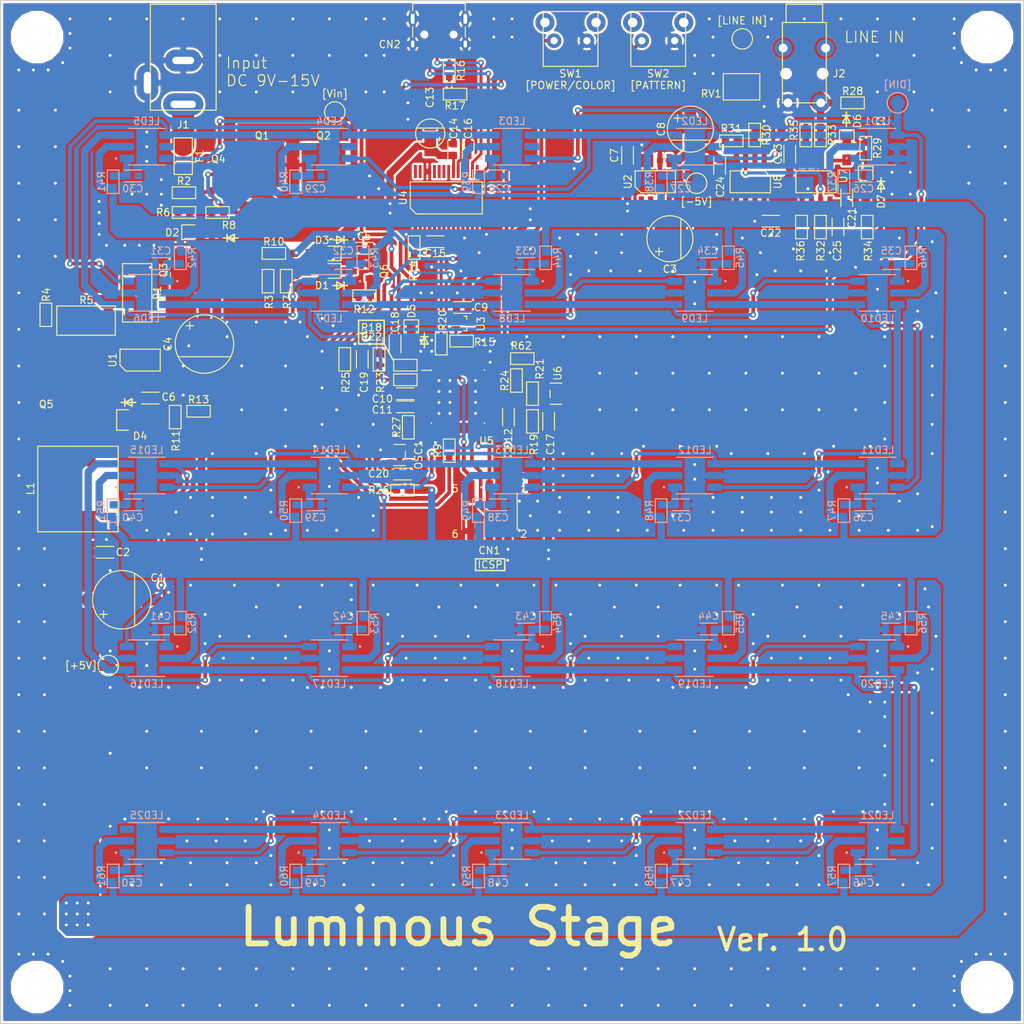
<source format=kicad_pcb>
(kicad_pcb (version 20171130) (host pcbnew "(5.0.0)")
  (layers (0 F.Cu signal) (31 B.Cu signal) (34 B.Paste user) (35 F.Paste user) (36 B.SilkS user) (37 F.SilkS user) (38 B.Mask user) (39 F.Mask user) (44 Edge.Cuts user))
  (net 0 "")
  (net 1 +5V)
  (net 2 GND)
  (net 3 "Net-(C3-Pad2)")
  (net 4 "Net-(C3-Pad1)")
  (net 5 "Net-(C4-Pad1)")
  (net 6 PWR_SW)
  (net 7 "Net-(C6-Pad1)")
  (net 8 -5V)
  (net 9 "Net-(C16-Pad1)")
  (net 10 "Net-(C18-Pad1)")
  (net 11 "Net-(C19-Pad1)")
  (net 12 "Net-(C25-Pad2)")
  (net 13 "Net-(C25-Pad1)")
  (net 14 "Net-(C26-Pad1)")
  (net 15 "Net-(C27-Pad1)")
  (net 16 "Net-(C28-Pad1)")
  (net 17 "Net-(C29-Pad1)")
  (net 18 "Net-(C30-Pad1)")
  (net 19 "Net-(C31-Pad1)")
  (net 20 "Net-(C32-Pad1)")
  (net 21 "Net-(C33-Pad1)")
  (net 22 "Net-(C34-Pad1)")
  (net 23 "Net-(C35-Pad1)")
  (net 24 "Net-(C36-Pad1)")
  (net 25 "Net-(C37-Pad1)")
  (net 26 "Net-(C38-Pad1)")
  (net 27 "Net-(C39-Pad1)")
  (net 28 "Net-(C40-Pad1)")
  (net 29 "Net-(C41-Pad1)")
  (net 30 "Net-(C42-Pad1)")
  (net 31 "Net-(C43-Pad1)")
  (net 32 "Net-(C44-Pad1)")
  (net 33 "Net-(C45-Pad1)")
  (net 34 "Net-(C46-Pad1)")
  (net 35 "Net-(C47-Pad1)")
  (net 36 "Net-(C48-Pad1)")
  (net 37 "Net-(C49-Pad1)")
  (net 38 "Net-(C50-Pad1)")
  (net 39 "Net-(CN1-Pad1)")
  (net 40 "Net-(CN1-Pad3)")
  (net 41 "Net-(CN1-Pad4)")
  (net 42 "Net-(CN1-Pad5)")
  (net 43 "Net-(D1-Pad1)")
  (net 44 "Net-(D1-Pad2)")
  (net 45 "Net-(D4-Pad1)")
  (net 46 "Net-(D6-Pad1)")
  (net 47 "Net-(D6-Pad2)")
  (net 48 "Net-(D7-Pad2)")
  (net 49 "Net-(J2-Pad2)")
  (net 50 /LED/DIN)
  (net 51 "Net-(LED1-Pad3)")
  (net 52 "Net-(LED2-Pad3)")
  (net 53 "Net-(LED3-Pad3)")
  (net 54 "Net-(LED4-Pad3)")
  (net 55 "Net-(LED5-Pad3)")
  (net 56 "Net-(LED6-Pad3)")
  (net 57 "Net-(LED7-Pad3)")
  (net 58 "Net-(LED10-Pad6)")
  (net 59 "Net-(LED10-Pad4)")
  (net 60 "Net-(LED10-Pad3)")
  (net 61 "Net-(LED11-Pad3)")
  (net 62 "Net-(LED12-Pad3)")
  (net 63 "Net-(LED13-Pad3)")
  (net 64 "Net-(LED14-Pad3)")
  (net 65 "Net-(LED15-Pad3)")
  (net 66 "Net-(LED16-Pad3)")
  (net 67 "Net-(LED17-Pad3)")
  (net 68 "Net-(LED18-Pad3)")
  (net 69 "Net-(LED19-Pad3)")
  (net 70 "Net-(LED20-Pad3)")
  (net 71 "Net-(LED21-Pad3)")
  (net 72 "Net-(LED22-Pad3)")
  (net 73 "Net-(LED23-Pad3)")
  (net 74 "Net-(LED24-Pad3)")
  (net 75 "Net-(Q4-Pad1)")
  (net 76 "Net-(F1-Pad2)")
  (net 77 "Net-(Q3-Pad1)")
  (net 78 "Net-(Q2-Pad3)")
  (net 79 "Net-(Q5-Pad1)")
  (net 80 "Net-(R5-Pad2)")
  (net 81 "Net-(D2-Pad1)")
  (net 82 "Net-(Q1-Pad1)")
  (net 83 PWR_ON)
  (net 84 "Net-(Q6-Pad1)")
  (net 85 "Net-(R11-Pad1)")
  (net 86 "Net-(R14-Pad1)")
  (net 87 "Net-(R14-Pad2)")
  (net 88 "Net-(CN2-Pad1)")
  (net 89 "Net-(R16-Pad1)")
  (net 90 "Net-(R19-Pad1)")
  (net 91 "Net-(R20-Pad2)")
  (net 92 "Net-(R20-Pad1)")
  (net 93 "Net-(R21-Pad2)")
  (net 94 "Net-(R22-Pad2)")
  (net 95 "Net-(R25-Pad2)")
  (net 96 "Net-(OSC1-Pad3)")
  (net 97 "Net-(R27-Pad1)")
  (net 98 "Net-(OSC1-Pad5)")
  (net 99 "Net-(R30-Pad1)")
  (net 100 "Net-(R31-Pad1)")
  (net 101 "Net-(R35-Pad2)")
  (net 102 "Net-(R36-Pad2)")
  (net 103 "Net-(RV1-Pad2)")
  (net 104 "Net-(CN2-Pad3)")
  (net 105 "Net-(CN2-Pad2)")
  (net 106 "Net-(F1-Pad1)")
  (net 107 "Net-(Q1-Pad2)")
  (net 108 "Net-(Q5-Pad3)")
  (net 109 "Net-(R24-Pad2)")
  (module HOLE:TP_Φ2mm (layer F.Cu) (at 175.25 45)
    (fp_text reference "" hide)
    (fp_text value TP_Φ2mm)
    (pad "" smd circle (at 0 0) (size 2 2) (layers F.Cu F.Mask) (net 8 -5V))
  )
  (module HOLE:M3_NTH (layer F.Cu) (at 85 155)
    (fp_text reference "" hide)
    (fp_text value M3_NTH hide)
    (pad "" np_thru_hole circle (at 0 0) (size 3.2 3.2) (drill 3.2) (layers *.Cu *.Mask F.SilkS) (clearance 2))
  )
  (module SMD_DIODE:SOD-123FL (layer F.Cu) (at 195.8 40.3 90)
    (fp_text reference D6 (at 3.8 1.45 90) (layer F.SilkS))
    (fp_text value D hide)
    (pad 1 smd rect (at 1.5 0 90) (size 1.5 1.2) (layers F.Cu F.Paste F.Mask) (net 46 "Net-(D6-Pad1)"))
    (pad 2 smd rect (at -1.5 0 90) (size 1.5 1.2) (layers F.Cu F.Paste F.Mask) (net 47 "Net-(D6-Pad2)"))
  )
  (module SMD_DIODE:SOD-123FL (layer F.Cu) (at 198.4 45.3 90)
    (fp_text reference D7 (at -2.2 2.1 90) (layer F.SilkS))
    (fp_text value D hide)
    (pad 1 smd rect (at 1.5 0 90) (size 1.5 1.2) (layers F.Cu F.Paste F.Mask) (net 47 "Net-(D6-Pad2)"))
    (pad 2 smd rect (at -1.5 0 90) (size 1.5 1.2) (layers F.Cu F.Paste F.Mask) (net 48 "Net-(D7-Pad2)"))
  )
  (module SMD_DIODE:SOD-123FL (layer F.Cu) (at 136.2 66.3 90)
    (fp_text reference D5 (at 3.8 0.05 90) (layer F.SilkS))
    (fp_text value D hide)
    (pad 1 smd rect (at 1.5 0 90) (size 1.5 1.2) (layers F.Cu F.Paste F.Mask) (net 6 PWR_SW))
    (pad 2 smd rect (at -1.5 0 90) (size 1.5 1.2) (layers F.Cu F.Paste F.Mask) (net 10 "Net-(C18-Pad1)"))
  )
  (module SMD_DIODE:SOD-123FL (layer F.Cu) (at 124 57)
    (fp_text reference D1 (at 0 2) (layer F.SilkS))
    (fp_text value D hide)
    (pad 1 smd rect (at 1.5 0) (size 1.5 1.2) (layers F.Cu F.Paste F.Mask) (net 43 "Net-(D1-Pad1)"))
    (pad 2 smd rect (at -1.5 0) (size 1.5 1.2) (layers F.Cu F.Paste F.Mask) (net 44 "Net-(D1-Pad2)"))
  )
  (module SMD_DIODE:SOD-123FL (layer F.Cu) (at 124 54.6)
    (fp_text reference D3 (at 0 -1.8) (layer F.SilkS))
    (fp_text value D hide)
    (pad 1 smd rect (at 1.5 0) (size 1.5 1.2) (layers F.Cu F.Paste F.Mask) (net 6 PWR_SW))
    (pad 2 smd rect (at -1.5 0) (size 1.5 1.2) (layers F.Cu F.Paste F.Mask) (net 44 "Net-(D1-Pad2)"))
  )
  (module SMD_DIODE:SOD-123FL (layer F.Cu) (at 107.4 51.7 180)
    (fp_text reference D2 (at 3.9 -0.05 180) (layer F.SilkS))
    (fp_text value D_Zener hide)
    (pad 1 smd rect (at 1.5 0 180) (size 1.5 1.2) (layers F.Cu F.Paste F.Mask) (net 81 "Net-(D2-Pad1)"))
    (pad 2 smd rect (at -1.5 0 180) (size 1.5 1.2) (layers F.Cu F.Paste F.Mask) (net 2 GND))
  )
  (module SMD_DIODE:SOD-128 (layer F.Cu) (at 99.1 77.4 180)
    (fp_text reference D4 (at 0 -2.2 180) (layer F.SilkS))
    (fp_text value D hide)
    (pad 2 smd rect (at -2.1 0 180) (size 1.5 2) (layers F.Cu F.Paste F.Mask) (net 2 GND))
    (pad 1 smd rect (at 2.1 0 180) (size 1.5 2) (layers F.Cu F.Paste F.Mask) (net 45 "Net-(D4-Pad1)"))
  )
  (module LED:WS2813 (layer B.Cu) (at 150 60 180)
    (fp_text reference LED8 (at 0 -3.5 180) (layer B.SilkS) (effects (justify mirror)))
    (fp_text value WS2813 hide)
    (pad 4 smd rect (at 2.7 -1.6 180) (size 2 1) (layers B.Cu B.Paste B.Mask) (net 57 "Net-(LED7-Pad3)"))
    (pad 5 smd rect (at 2.7 0 180) (size 2 1) (layers B.Cu B.Paste B.Mask) (net 2 GND))
    (pad 6 smd rect (at 2.7 1.6 180) (size 2 1) (layers B.Cu B.Paste B.Mask) (net 56 "Net-(LED6-Pad3)"))
    (pad 3 smd rect (at -2.7 -1.6 180) (size 2 1) (layers B.Cu B.Paste B.Mask) (net 58 "Net-(LED10-Pad6)"))
    (pad 2 smd rect (at -2.7 0 180) (size 2 1) (layers B.Cu B.Paste B.Mask) (net 1 +5V))
    (pad 1 smd rect (at -2.7 1.6 180) (size 2 1) (layers B.Cu B.Paste B.Mask) (net 21 "Net-(C33-Pad1)"))
  )
  (module C_SMD:Φ8mm (layer F.Cu) (at 96.6 102 180)
    (fp_text reference C1 (at -4.9 3 180) (layer F.SilkS))
    (fp_text value 470u hide)
    (pad 2 smd rect (at -3.15 0 180) (size 4.3 1.6) (layers F.Cu F.Paste F.Mask) (net 2 GND))
    (pad 1 smd rect (at 3.15 0 180) (size 4.3 1.6) (layers F.Cu F.Paste F.Mask) (net 1 +5V))
  )
  (module C_SMD:C_1608 (layer F.Cu) (at 94.3 95.5 180)
    (fp_text reference C2 (at -2.45 0 180) (layer F.SilkS))
    (fp_text value 0.1u hide)
    (pad 2 smd rect (at -0.8 0 180) (size 1 0.9) (layers F.Cu F.Paste F.Mask) (net 2 GND))
    (pad 1 smd rect (at 0.8 0 180) (size 1 0.9) (layers F.Cu F.Paste F.Mask) (net 1 +5V))
  )
  (module C_SMD:Φ6.3mm (layer F.Cu) (at 171.6 52.6 180)
    (fp_text reference C3 (at 0 -4.15 180) (layer F.SilkS))
    (fp_text value 220u hide)
    (pad 2 smd rect (at -2.75 0 180) (size 3.8 1.6) (layers F.Cu F.Paste F.Mask) (net 3 "Net-(C3-Pad2)"))
    (pad 1 smd rect (at 2.75 0 180) (size 3.8 1.6) (layers F.Cu F.Paste F.Mask) (net 4 "Net-(C3-Pad1)"))
  )
  (module C_SMD:Φ8mm (layer F.Cu) (at 107.9 67 90)
    (fp_text reference C4 (at 0 -5 90) (layer F.SilkS))
    (fp_text value 470u hide)
    (pad 2 smd rect (at -3.15 0 90) (size 4.3 1.6) (layers F.Cu F.Paste F.Mask) (net 2 GND))
    (pad 1 smd rect (at 3.15 0 90) (size 4.3 1.6) (layers F.Cu F.Paste F.Mask) (net 5 "Net-(C4-Pad1)"))
  )
  (module C_SMD:C_1608 (layer F.Cu) (at 129.8 53.9 180)
    (fp_text reference C5 (at 0.05 1.65 180) (layer F.SilkS))
    (fp_text value 0.1u hide)
    (pad 2 smd rect (at -0.8 0 180) (size 1 0.9) (layers F.Cu F.Paste F.Mask) (net 2 GND))
    (pad 1 smd rect (at 0.8 0 180) (size 1 0.9) (layers F.Cu F.Paste F.Mask) (net 6 PWR_SW))
  )
  (module C_SMD:C_1608 (layer F.Cu) (at 100.5 74.4 180)
    (fp_text reference C6 (at -2.5 0.15 180) (layer F.SilkS))
    (fp_text value 330p hide)
    (pad 2 smd rect (at -0.8 0 180) (size 1 0.9) (layers F.Cu F.Paste F.Mask) (net 2 GND))
    (pad 1 smd rect (at 0.8 0 180) (size 1 0.9) (layers F.Cu F.Paste F.Mask) (net 7 "Net-(C6-Pad1)"))
  )
  (module C_SMD:C_1608 (layer F.Cu) (at 165.8 41.2 270)
    (fp_text reference C7 (at 0 1.8 270) (layer F.SilkS))
    (fp_text value 0.1u hide)
    (pad 2 smd rect (at -0.8 0 270) (size 1 0.9) (layers F.Cu F.Paste F.Mask) (net 2 GND))
    (pad 1 smd rect (at 0.8 0 270) (size 1 0.9) (layers F.Cu F.Paste F.Mask) (net 1 +5V))
  )
  (module C_SMD:Φ6.3mm (layer F.Cu) (at 174.4 37.6 90)
    (fp_text reference C8 (at 0 -4 90) (layer F.SilkS))
    (fp_text value 220u hide)
    (pad 2 smd rect (at -2.75 0 90) (size 3.8 1.6) (layers F.Cu F.Paste F.Mask) (net 8 -5V))
    (pad 1 smd rect (at 2.75 0 90) (size 3.8 1.6) (layers F.Cu F.Paste F.Mask) (net 2 GND))
  )
  (module C_SMD:C_1608 (layer F.Cu) (at 143.2 62)
    (fp_text reference C9 (at 2.55 0) (layer F.SilkS))
    (fp_text value 0.1u hide)
    (pad 2 smd rect (at -0.8 0) (size 1 0.9) (layers F.Cu F.Paste F.Mask) (net 2 GND))
    (pad 1 smd rect (at 0.8 0) (size 1 0.9) (layers F.Cu F.Paste F.Mask) (net 1 +5V))
  )
  (module C_SMD:C_1608 (layer F.Cu) (at 135.4 73.8)
    (fp_text reference C10 (at -3.15 0.7) (layer F.SilkS))
    (fp_text value 0.1u hide)
    (pad 2 smd rect (at -0.8 0) (size 1 0.9) (layers F.Cu F.Paste F.Mask) (net 2 GND))
    (pad 1 smd rect (at 0.8 0) (size 1 0.9) (layers F.Cu F.Paste F.Mask) (net 1 +5V))
  )
  (module C_SMD:C_1608 (layer F.Cu) (at 135.4 75.6)
    (fp_text reference C11 (at -3.15 0.4) (layer F.SilkS))
    (fp_text value 0.1u hide)
    (pad 2 smd rect (at -0.8 0) (size 1 0.9) (layers F.Cu F.Paste F.Mask) (net 2 GND))
    (pad 1 smd rect (at 0.8 0) (size 1 0.9) (layers F.Cu F.Paste F.Mask) (net 1 +5V))
  )
  (module C_SMD:C_1608 (layer F.Cu) (at 149.5 77 90)
    (fp_text reference C12 (at -3 0 90) (layer F.SilkS))
    (fp_text value 0.1u hide)
    (pad 2 smd rect (at -0.8 0 90) (size 1 0.9) (layers F.Cu F.Paste F.Mask) (net 2 GND))
    (pad 1 smd rect (at 0.8 0 90) (size 1 0.9) (layers F.Cu F.Paste F.Mask) (net 1 +5V))
  )
  (module C_SMD:Φ4mm (layer F.Cu) (at 138.8 38.2 270)
    (fp_text reference C13 (at -4.95 0.05 270) (layer F.SilkS))
    (fp_text value 4.7u hide)
    (pad 2 smd rect (at -1.75 0 270) (size 2.7 1.6) (layers F.Cu F.Paste F.Mask) (net 2 GND))
    (pad 1 smd rect (at 1.75 0 270) (size 2.7 1.6) (layers F.Cu F.Paste F.Mask) (net 1 +5V))
  )
  (module C_SMD:C_1608 (layer F.Cu) (at 142 40.4 270)
    (fp_text reference C14 (at -2.9 0 270) (layer F.SilkS))
    (fp_text value 0.1u hide)
    (pad 2 smd rect (at -0.8 0 270) (size 1 0.9) (layers F.Cu F.Paste F.Mask) (net 2 GND))
    (pad 1 smd rect (at 0.8 0 270) (size 1 0.9) (layers F.Cu F.Paste F.Mask) (net 1 +5V))
  )
  (module C_SMD:C_1608 (layer F.Cu) (at 139.5 53 180)
    (fp_text reference C15 (at 0 -1.6 180) (layer F.SilkS))
    (fp_text value 0.1u hide)
    (pad 2 smd rect (at -0.8 0 180) (size 1 0.9) (layers F.Cu F.Paste F.Mask) (net 2 GND))
    (pad 1 smd rect (at 0.8 0 180) (size 1 0.9) (layers F.Cu F.Paste F.Mask) (net 1 +5V))
  )
  (module C_SMD:C_1608 (layer F.Cu) (at 144 40.4 270)
    (fp_text reference C16 (at -2.9 0 270) (layer F.SilkS))
    (fp_text value 0.1u hide)
    (pad 2 smd rect (at -0.8 0 270) (size 1 0.9) (layers F.Cu F.Paste F.Mask) (net 2 GND))
    (pad 1 smd rect (at 0.8 0 270) (size 1 0.9) (layers F.Cu F.Paste F.Mask) (net 9 "Net-(C16-Pad1)"))
  )
  (module C_SMD:C_1608 (layer F.Cu) (at 155 77.6 270)
    (fp_text reference C17 (at 3.15 -0.25 270) (layer F.SilkS))
    (fp_text value 0.1u hide)
    (pad 2 smd rect (at -0.8 0 270) (size 1 0.9) (layers F.Cu F.Paste F.Mask) (net 2 GND))
    (pad 1 smd rect (at 0.8 0 270) (size 1 0.9) (layers F.Cu F.Paste F.Mask) (net 1 +5V))
  )
  (module C_SMD:C_1608 (layer F.Cu) (at 134 67 270)
    (fp_text reference C18 (at -3 0 270) (layer F.SilkS))
    (fp_text value 0.1u hide)
    (pad 2 smd rect (at -0.8 0 270) (size 1 0.9) (layers F.Cu F.Paste F.Mask) (net 2 GND))
    (pad 1 smd rect (at 0.8 0 270) (size 1 0.9) (layers F.Cu F.Paste F.Mask) (net 10 "Net-(C18-Pad1)"))
  )
  (module C_SMD:C_1608 (layer F.Cu) (at 129.5 69.1 270)
    (fp_text reference C19 (at 3.15 -0.25 270) (layer F.SilkS))
    (fp_text value 0.1u hide)
    (pad 2 smd rect (at -0.8 0 270) (size 1 0.9) (layers F.Cu F.Paste F.Mask) (net 2 GND))
    (pad 1 smd rect (at 0.8 0 270) (size 1 0.9) (layers F.Cu F.Paste F.Mask) (net 11 "Net-(C19-Pad1)"))
  )
  (module C_SMD:C_1608 (layer F.Cu) (at 135 84.8)
    (fp_text reference C20 (at -3.25 -0.05) (layer F.SilkS))
    (fp_text value 0.1u hide)
    (pad 2 smd rect (at -0.8 0) (size 1 0.9) (layers F.Cu F.Paste F.Mask) (net 2 GND))
    (pad 1 smd rect (at 0.8 0) (size 1 0.9) (layers F.Cu F.Paste F.Mask) (net 1 +5V))
  )
  (module C_SMD:C_1608 (layer F.Cu) (at 195.8 47 270)
    (fp_text reference C21 (at 2.75 -0.7 270) (layer F.SilkS))
    (fp_text value 0.1u hide)
    (pad 2 smd rect (at -0.8 0 270) (size 1 0.9) (layers F.Cu F.Paste F.Mask) (net 2 GND))
    (pad 1 smd rect (at 0.8 0 270) (size 1 0.9) (layers F.Cu F.Paste F.Mask) (net 1 +5V))
  )
  (module C_SMD:C_1608 (layer F.Cu) (at 185.4 50.2 180)
    (fp_text reference C22 (at 0 -1.6 180) (layer F.SilkS))
    (fp_text value 0.1u hide)
    (pad 2 smd rect (at -0.8 0 180) (size 1 0.9) (layers F.Cu F.Paste F.Mask) (net 2 GND))
    (pad 1 smd rect (at 0.8 0 180) (size 1 0.9) (layers F.Cu F.Paste F.Mask) (net 1 +5V))
  )
  (module C_SMD:C_1608 (layer F.Cu) (at 188 41 90)
    (fp_text reference C23 (at 0 -1.6 90) (layer F.SilkS))
    (fp_text value 0.1u hide)
    (pad 2 smd rect (at -0.8 0 90) (size 1 0.9) (layers F.Cu F.Paste F.Mask) (net 8 -5V))
    (pad 1 smd rect (at 0.8 0 90) (size 1 0.9) (layers F.Cu F.Paste F.Mask) (net 2 GND))
  )
  (module C_SMD:C_1608 (layer F.Cu) (at 178.4 42.6 270)
    (fp_text reference C24 (at 2.9 -0.1 270) (layer F.SilkS))
    (fp_text value 0.1u hide)
    (pad 2 smd rect (at -0.8 0 270) (size 1 0.9) (layers F.Cu F.Paste F.Mask) (net 8 -5V))
    (pad 1 smd rect (at 0.8 0 270) (size 1 0.9) (layers F.Cu F.Paste F.Mask) (net 2 GND))
  )
  (module C_SMD:C_1608 (layer F.Cu) (at 194.6 51 90)
    (fp_text reference C25 (at -3.25 -0.1 90) (layer F.SilkS))
    (fp_text value 470p hide)
    (pad 2 smd rect (at -0.8 0 90) (size 1 0.9) (layers F.Cu F.Paste F.Mask) (net 12 "Net-(C25-Pad2)"))
    (pad 1 smd rect (at 0.8 0 90) (size 1 0.9) (layers F.Cu F.Paste F.Mask) (net 13 "Net-(C25-Pad1)"))
  )
  (module C_SMD:C_1608 (layer B.Cu) (at 198.1 44 180)
    (fp_text reference C26 (at 0 -1.75 180) (layer B.SilkS) (effects (justify mirror)))
    (fp_text value 0.1u hide)
    (pad 2 smd rect (at -0.8 0 180) (size 1 0.9) (layers B.Cu B.Paste B.Mask) (net 2 GND))
    (pad 1 smd rect (at 0.8 0 180) (size 1 0.9) (layers B.Cu B.Paste B.Mask) (net 14 "Net-(C26-Pad1)"))
  )
  (module C_SMD:C_1608 (layer B.Cu) (at 173.1 44 180)
    (fp_text reference C27 (at 0 -1.75 180) (layer B.SilkS) (effects (justify mirror)))
    (fp_text value 0.1u hide)
    (pad 2 smd rect (at -0.8 0 180) (size 1 0.9) (layers B.Cu B.Paste B.Mask))
    (pad 1 smd rect (at 0.8 0 180) (size 1 0.9) (layers B.Cu B.Paste B.Mask) (net 15 "Net-(C27-Pad1)"))
  )
  (module C_SMD:C_1608 (layer B.Cu) (at 148.1 44 180)
    (fp_text reference C28 (at -0.15 -1.75 180) (layer B.SilkS) (effects (justify mirror)))
    (fp_text value 0.1u hide)
    (pad 2 smd rect (at -0.8 0 180) (size 1 0.9) (layers B.Cu B.Paste B.Mask))
    (pad 1 smd rect (at 0.8 0 180) (size 1 0.9) (layers B.Cu B.Paste B.Mask) (net 16 "Net-(C28-Pad1)"))
  )
  (module C_SMD:C_1608 (layer B.Cu) (at 123.1 44 180)
    (fp_text reference C29 (at 0 -1.75 180) (layer B.SilkS) (effects (justify mirror)))
    (fp_text value 0.1u hide)
    (pad 2 smd rect (at -0.8 0 180) (size 1 0.9) (layers B.Cu B.Paste B.Mask))
    (pad 1 smd rect (at 0.8 0 180) (size 1 0.9) (layers B.Cu B.Paste B.Mask) (net 17 "Net-(C29-Pad1)"))
  )
  (module C_SMD:C_1608 (layer B.Cu) (at 98.1 44 180)
    (fp_text reference C30 (at 0 -1.75 180) (layer B.SilkS) (effects (justify mirror)))
    (fp_text value 0.1u hide)
    (pad 2 smd rect (at -0.8 0 180) (size 1 0.9) (layers B.Cu B.Paste B.Mask))
    (pad 1 smd rect (at 0.8 0 180) (size 1 0.9) (layers B.Cu B.Paste B.Mask) (net 18 "Net-(C30-Pad1)"))
  )
  (module C_SMD:C_1608 (layer B.Cu) (at 101.9 56)
    (fp_text reference C31 (at 0 -1.75) (layer B.SilkS) (effects (justify mirror)))
    (fp_text value 0.1u hide)
    (pad 2 smd rect (at -0.8 0) (size 1 0.9) (layers B.Cu B.Paste B.Mask) (net 2 GND))
    (pad 1 smd rect (at 0.8 0) (size 1 0.9) (layers B.Cu B.Paste B.Mask) (net 19 "Net-(C31-Pad1)"))
  )
  (module C_SMD:C_1608 (layer B.Cu) (at 126.9 56)
    (fp_text reference C32 (at 0 -1.75) (layer B.SilkS) (effects (justify mirror)))
    (fp_text value 0.1u hide)
    (pad 2 smd rect (at -0.8 0) (size 1 0.9) (layers B.Cu B.Paste B.Mask) (net 2 GND))
    (pad 1 smd rect (at 0.8 0) (size 1 0.9) (layers B.Cu B.Paste B.Mask) (net 20 "Net-(C32-Pad1)"))
  )
  (module C_SMD:C_1608 (layer B.Cu) (at 151.9 56)
    (fp_text reference C33 (at 0 -1.75) (layer B.SilkS) (effects (justify mirror)))
    (fp_text value 0.1u hide)
    (pad 2 smd rect (at -0.8 0) (size 1 0.9) (layers B.Cu B.Paste B.Mask) (net 2 GND))
    (pad 1 smd rect (at 0.8 0) (size 1 0.9) (layers B.Cu B.Paste B.Mask) (net 21 "Net-(C33-Pad1)"))
  )
  (module C_SMD:C_1608 (layer B.Cu) (at 176.9 56)
    (fp_text reference C34 (at -0.15 -1.75) (layer B.SilkS) (effects (justify mirror)))
    (fp_text value 0.1u hide)
    (pad 2 smd rect (at -0.8 0) (size 1 0.9) (layers B.Cu B.Paste B.Mask) (net 2 GND))
    (pad 1 smd rect (at 0.8 0) (size 1 0.9) (layers B.Cu B.Paste B.Mask) (net 22 "Net-(C34-Pad1)"))
  )
  (module C_SMD:C_1608 (layer B.Cu) (at 201.9 56)
    (fp_text reference C35 (at 0 -1.75) (layer B.SilkS) (effects (justify mirror)))
    (fp_text value 0.1u hide)
    (pad 2 smd rect (at -0.8 0) (size 1 0.9) (layers B.Cu B.Paste B.Mask) (net 2 GND))
    (pad 1 smd rect (at 0.8 0) (size 1 0.9) (layers B.Cu B.Paste B.Mask) (net 23 "Net-(C35-Pad1)"))
  )
  (module C_SMD:C_1608 (layer B.Cu) (at 198.1 89 180)
    (fp_text reference C36 (at 0 -1.75 180) (layer B.SilkS) (effects (justify mirror)))
    (fp_text value 0.1u hide)
    (pad 2 smd rect (at -0.8 0 180) (size 1 0.9) (layers B.Cu B.Paste B.Mask) (net 2 GND))
    (pad 1 smd rect (at 0.8 0 180) (size 1 0.9) (layers B.Cu B.Paste B.Mask) (net 24 "Net-(C36-Pad1)"))
  )
  (module C_SMD:C_1608 (layer B.Cu) (at 173.1 89 180)
    (fp_text reference C37 (at 0 -1.75 180) (layer B.SilkS) (effects (justify mirror)))
    (fp_text value 0.1u hide)
    (pad 2 smd rect (at -0.8 0 180) (size 1 0.9) (layers B.Cu B.Paste B.Mask) (net 2 GND))
    (pad 1 smd rect (at 0.8 0 180) (size 1 0.9) (layers B.Cu B.Paste B.Mask) (net 25 "Net-(C37-Pad1)"))
  )
  (module C_SMD:C_1608 (layer B.Cu) (at 148.1 89 180)
    (fp_text reference C38 (at 0 -1.75 180) (layer B.SilkS) (effects (justify mirror)))
    (fp_text value 0.1u hide)
    (pad 2 smd rect (at -0.8 0 180) (size 1 0.9) (layers B.Cu B.Paste B.Mask) (net 2 GND))
    (pad 1 smd rect (at 0.8 0 180) (size 1 0.9) (layers B.Cu B.Paste B.Mask) (net 26 "Net-(C38-Pad1)"))
  )
  (module C_SMD:C_1608 (layer B.Cu) (at 123.1 89 180)
    (fp_text reference C39 (at 0 -1.75 180) (layer B.SilkS) (effects (justify mirror)))
    (fp_text value 0.1u hide)
    (pad 2 smd rect (at -0.8 0 180) (size 1 0.9) (layers B.Cu B.Paste B.Mask) (net 2 GND))
    (pad 1 smd rect (at 0.8 0 180) (size 1 0.9) (layers B.Cu B.Paste B.Mask) (net 27 "Net-(C39-Pad1)"))
  )
  (module C_SMD:C_1608 (layer B.Cu) (at 98.1 89 180)
    (fp_text reference C40 (at 0 -1.75 180) (layer B.SilkS) (effects (justify mirror)))
    (fp_text value 0.1u hide)
    (pad 2 smd rect (at -0.8 0 180) (size 1 0.9) (layers B.Cu B.Paste B.Mask) (net 2 GND))
    (pad 1 smd rect (at 0.8 0 180) (size 1 0.9) (layers B.Cu B.Paste B.Mask) (net 28 "Net-(C40-Pad1)"))
  )
  (module C_SMD:C_1608 (layer B.Cu) (at 101.9 106)
    (fp_text reference C41 (at 0 -1.75) (layer B.SilkS) (effects (justify mirror)))
    (fp_text value 0.1u hide)
    (pad 2 smd rect (at -0.8 0) (size 1 0.9) (layers B.Cu B.Paste B.Mask) (net 2 GND))
    (pad 1 smd rect (at 0.8 0) (size 1 0.9) (layers B.Cu B.Paste B.Mask) (net 29 "Net-(C41-Pad1)"))
  )
  (module C_SMD:C_1608 (layer B.Cu) (at 126.9 106)
    (fp_text reference C42 (at 0 -1.75) (layer B.SilkS) (effects (justify mirror)))
    (fp_text value 0.1u hide)
    (pad 2 smd rect (at -0.8 0) (size 1 0.9) (layers B.Cu B.Paste B.Mask) (net 2 GND))
    (pad 1 smd rect (at 0.8 0) (size 1 0.9) (layers B.Cu B.Paste B.Mask) (net 30 "Net-(C42-Pad1)"))
  )
  (module C_SMD:C_1608 (layer B.Cu) (at 151.9 106)
    (fp_text reference C43 (at 0 -1.75) (layer B.SilkS) (effects (justify mirror)))
    (fp_text value 0.1u hide)
    (pad 2 smd rect (at -0.8 0) (size 1 0.9) (layers B.Cu B.Paste B.Mask) (net 2 GND))
    (pad 1 smd rect (at 0.8 0) (size 1 0.9) (layers B.Cu B.Paste B.Mask) (net 31 "Net-(C43-Pad1)"))
  )
  (module C_SMD:C_1608 (layer B.Cu) (at 176.9 106)
    (fp_text reference C44 (at 0 -1.75) (layer B.SilkS) (effects (justify mirror)))
    (fp_text value 0.1u hide)
    (pad 2 smd rect (at -0.8 0) (size 1 0.9) (layers B.Cu B.Paste B.Mask) (net 2 GND))
    (pad 1 smd rect (at 0.8 0) (size 1 0.9) (layers B.Cu B.Paste B.Mask) (net 32 "Net-(C44-Pad1)"))
  )
  (module C_SMD:C_1608 (layer B.Cu) (at 201.9 106)
    (fp_text reference C45 (at 0 -1.75) (layer B.SilkS) (effects (justify mirror)))
    (fp_text value 0.1u hide)
    (pad 2 smd rect (at -0.8 0) (size 1 0.9) (layers B.Cu B.Paste B.Mask) (net 2 GND))
    (pad 1 smd rect (at 0.8 0) (size 1 0.9) (layers B.Cu B.Paste B.Mask) (net 33 "Net-(C45-Pad1)"))
  )
  (module C_SMD:C_1608 (layer B.Cu) (at 198.1 139 180)
    (fp_text reference C46 (at 0 -1.75 180) (layer B.SilkS) (effects (justify mirror)))
    (fp_text value 0.1u hide)
    (pad 2 smd rect (at -0.8 0 180) (size 1 0.9) (layers B.Cu B.Paste B.Mask) (net 2 GND))
    (pad 1 smd rect (at 0.8 0 180) (size 1 0.9) (layers B.Cu B.Paste B.Mask) (net 34 "Net-(C46-Pad1)"))
  )
  (module C_SMD:C_1608 (layer B.Cu) (at 173.1 139 180)
    (fp_text reference C47 (at 0 -1.75 180) (layer B.SilkS) (effects (justify mirror)))
    (fp_text value 0.1u hide)
    (pad 2 smd rect (at -0.8 0 180) (size 1 0.9) (layers B.Cu B.Paste B.Mask) (net 2 GND))
    (pad 1 smd rect (at 0.8 0 180) (size 1 0.9) (layers B.Cu B.Paste B.Mask) (net 35 "Net-(C47-Pad1)"))
  )
  (module C_SMD:C_1608 (layer B.Cu) (at 148.1 139 180)
    (fp_text reference C48 (at 0 -1.75 180) (layer B.SilkS) (effects (justify mirror)))
    (fp_text value 0.1u hide)
    (pad 2 smd rect (at -0.8 0 180) (size 1 0.9) (layers B.Cu B.Paste B.Mask) (net 2 GND))
    (pad 1 smd rect (at 0.8 0 180) (size 1 0.9) (layers B.Cu B.Paste B.Mask) (net 36 "Net-(C48-Pad1)"))
  )
  (module C_SMD:C_1608 (layer B.Cu) (at 123.1 139 180)
    (fp_text reference C49 (at 0 -1.75 180) (layer B.SilkS) (effects (justify mirror)))
    (fp_text value 0.1u hide)
    (pad 2 smd rect (at -0.8 0 180) (size 1 0.9) (layers B.Cu B.Paste B.Mask) (net 2 GND))
    (pad 1 smd rect (at 0.8 0 180) (size 1 0.9) (layers B.Cu B.Paste B.Mask) (net 37 "Net-(C49-Pad1)"))
  )
  (module C_SMD:C_1608 (layer B.Cu) (at 98.1 139 180)
    (fp_text reference C50 (at 0.1 -1.75 180) (layer B.SilkS) (effects (justify mirror)))
    (fp_text value 0.1u hide)
    (pad 2 smd rect (at -0.8 0 180) (size 1 0.9) (layers B.Cu B.Paste B.Mask) (net 2 GND))
    (pad 1 smd rect (at 0.8 0 180) (size 1 0.9) (layers B.Cu B.Paste B.Mask) (net 38 "Net-(C50-Pad1)"))
  )
  (module "CONNECTOR:microUSB(U-F-M5DD-W-2)" (layer F.Cu) (at 140 22.5)
    (fp_text reference CN2 (at -6.75 3.5) (layer F.SilkS))
    (fp_text value microUSB hide)
    (pad 1 smd rect (at 1.3 3.15) (size 0.4 1.6) (layers F.Cu F.Paste F.Mask) (net 88 "Net-(CN2-Pad1)"))
    (pad 2 smd rect (at 0.65 3.15) (size 0.4 1.6) (layers F.Cu F.Paste F.Mask) (net 105 "Net-(CN2-Pad2)"))
    (pad 3 smd rect (at 0 3.15) (size 0.4 1.6) (layers F.Cu F.Paste F.Mask) (net 104 "Net-(CN2-Pad3)"))
    (pad 4 smd rect (at -0.65 3.15) (size 0.4 1.6) (layers F.Cu F.Paste F.Mask))
    (pad 5 smd rect (at -1.3 3.15) (size 0.4 1.6) (layers F.Cu F.Paste F.Mask) (net 2 GND))
    (pad "" np_thru_hole circle (at 2 2.15) (size 0.5 0.5) (drill 0.5) (layers *.Cu *.Mask))
    (pad "" np_thru_hole circle (at -2 2.15) (size 0.5 0.5) (drill 0.5) (layers *.Cu *.Mask))
    (pad 6 thru_hole oval (at 3.6 3.45) (size 1.05 1.6) (drill oval 0.45 1) (layers *.Cu *.Mask) (net 2 GND))
    (pad 6 thru_hole oval (at -3.6 3.45) (size 1.05 1.6) (drill oval 0.45 1) (layers *.Cu *.Mask) (net 2 GND))
    (pad 6 thru_hole oval (at 3.6 0) (size 1.09 2) (drill oval 0.5 1.4) (layers *.Cu *.Mask) (net 2 GND))
    (pad 6 thru_hole oval (at -3.6 0) (size 1.09 2) (drill oval 0.5 1.4) (layers *.Cu *.Mask) (net 2 GND))
  )
  (module R_SMD:R_3216 (layer F.Cu) (at 105 41.3 270)
    (fp_text reference F1 (at 0 -2.25 270) (layer F.SilkS))
    (fp_text value F_Small hide)
    (pad 2 smd rect (at 1.5 0 270) (size 1.2 1.7) (layers F.Cu F.Paste F.Mask) (net 76 "Net-(F1-Pad2)"))
    (pad 1 smd rect (at -1.5 0 270) (size 1.2 1.7) (layers F.Cu F.Paste F.Mask) (net 106 "Net-(F1-Pad1)"))
  )
  (module JACK:MJ-179PH (layer F.Cu) (at 105 20.5 270)
    (fp_text reference J1 (at 16.5 0) (layer F.SilkS))
    (fp_text value BARREL_JACK hide)
    (pad 2 thru_hole oval (at 7.7 0 270) (size 3 5) (drill oval 1 3) (layers *.Cu *.Mask) (net 2 GND))
    (pad 1 thru_hole oval (at 13.7 0 270) (size 3 5.5) (drill oval 1 3.5) (layers *.Cu *.Mask) (net 106 "Net-(F1-Pad1)"))
    (pad 3 thru_hole oval (at 10.75 4.9 270) (size 5 3) (drill oval 3 1) (layers *.Cu *.Mask) (net 2 GND))
  )
  (module JACK:STEREO_MINI_35 (layer F.Cu) (at 190 23 270)
    (fp_text reference J2 (at 7 -4.75) (layer F.SilkS))
    (fp_text value 3.5mm_stereo_mini_ST_005_G)
    (pad 4 thru_hole circle (at 3.5 -2.9 270) (size 2.4 2.4) (drill 1.2) (layers *.Cu *.Mask) (net 49 "Net-(J2-Pad2)"))
    (pad 4 thru_hole circle (at 3.5 2.9 270) (size 2.4 2.4) (drill 1.2) (layers *.Cu *.Mask) (net 49 "Net-(J2-Pad2)"))
    (pad "" np_thru_hole circle (at 7 -2.5 270) (size 1 1) (drill 1) (layers *.Cu *.Mask))
    (pad "" np_thru_hole circle (at 7 2.5 270) (size 1 1) (drill 1) (layers *.Cu *.Mask))
    (pad 2 thru_hole circle (at 11 -2.25 270) (size 2.4 2.4) (drill 1.2) (layers *.Cu *.Mask) (net 49 "Net-(J2-Pad2)"))
    (pad 3 thru_hole circle (at 11 2.25 270) (size 2.4 2.4) (drill 1.2) (layers *.Cu *.Mask) (net 2 GND))
  )
  (module INDUCTOR:ETQ-P5MxxxYFC (layer F.Cu) (at 90.6 86.8 90)
    (fp_text reference L1 (at 0 -6.5 90) (layer F.SilkS))
    (fp_text value "33u 5A" hide)
    (pad 2 smd rect (at -4.95 0 90) (size 3.8 4.8) (layers F.Cu F.Paste F.Mask) (net 1 +5V))
    (pad 1 smd rect (at 4.95 0 90) (size 3.8 4.8) (layers F.Cu F.Paste F.Mask) (net 45 "Net-(D4-Pad1)"))
  )
  (module LED:WS2813 (layer B.Cu) (at 200 40)
    (fp_text reference LED1 (at 0 -3.5) (layer B.SilkS) (effects (justify mirror)))
    (fp_text value WS2813 hide)
    (pad 4 smd rect (at 2.7 -1.6) (size 2 1) (layers B.Cu B.Paste B.Mask) (net 50 /LED/DIN))
    (pad 5 smd rect (at 2.7 0) (size 2 1) (layers B.Cu B.Paste B.Mask) (net 2 GND))
    (pad 6 smd rect (at 2.7 1.6) (size 2 1) (layers B.Cu B.Paste B.Mask) (net 2 GND))
    (pad 3 smd rect (at -2.7 -1.6) (size 2 1) (layers B.Cu B.Paste B.Mask) (net 51 "Net-(LED1-Pad3)"))
    (pad 2 smd rect (at -2.7 0) (size 2 1) (layers B.Cu B.Paste B.Mask) (net 1 +5V))
    (pad 1 smd rect (at -2.7 1.6) (size 2 1) (layers B.Cu B.Paste B.Mask) (net 14 "Net-(C26-Pad1)"))
  )
  (module LED:WS2813 (layer B.Cu) (at 175 40)
    (fp_text reference LED2 (at 0 -3.5) (layer B.SilkS) (effects (justify mirror)))
    (fp_text value WS2813 hide)
    (pad 4 smd rect (at 2.7 -1.6) (size 2 1) (layers B.Cu B.Paste B.Mask) (net 51 "Net-(LED1-Pad3)"))
    (pad 5 smd rect (at 2.7 0) (size 2 1) (layers B.Cu B.Paste B.Mask))
    (pad 6 smd rect (at 2.7 1.6) (size 2 1) (layers B.Cu B.Paste B.Mask) (net 50 /LED/DIN))
    (pad 3 smd rect (at -2.7 -1.6) (size 2 1) (layers B.Cu B.Paste B.Mask) (net 52 "Net-(LED2-Pad3)"))
    (pad 2 smd rect (at -2.7 0) (size 2 1) (layers B.Cu B.Paste B.Mask) (net 1 +5V))
    (pad 1 smd rect (at -2.7 1.6) (size 2 1) (layers B.Cu B.Paste B.Mask) (net 15 "Net-(C27-Pad1)"))
  )
  (module LED:WS2813 (layer B.Cu) (at 150 40)
    (fp_text reference LED3 (at 0 -3.5) (layer B.SilkS) (effects (justify mirror)))
    (fp_text value WS2813 hide)
    (pad 4 smd rect (at 2.7 -1.6) (size 2 1) (layers B.Cu B.Paste B.Mask) (net 52 "Net-(LED2-Pad3)"))
    (pad 5 smd rect (at 2.7 0) (size 2 1) (layers B.Cu B.Paste B.Mask))
    (pad 6 smd rect (at 2.7 1.6) (size 2 1) (layers B.Cu B.Paste B.Mask) (net 51 "Net-(LED1-Pad3)"))
    (pad 3 smd rect (at -2.7 -1.6) (size 2 1) (layers B.Cu B.Paste B.Mask) (net 53 "Net-(LED3-Pad3)"))
    (pad 2 smd rect (at -2.7 0) (size 2 1) (layers B.Cu B.Paste B.Mask) (net 1 +5V))
    (pad 1 smd rect (at -2.7 1.6) (size 2 1) (layers B.Cu B.Paste B.Mask) (net 16 "Net-(C28-Pad1)"))
  )
  (module LED:WS2813 (layer B.Cu) (at 125 40)
    (fp_text reference LED4 (at 0 -3.5) (layer B.SilkS) (effects (justify mirror)))
    (fp_text value WS2813 hide)
    (pad 4 smd rect (at 2.7 -1.6) (size 2 1) (layers B.Cu B.Paste B.Mask) (net 53 "Net-(LED3-Pad3)"))
    (pad 5 smd rect (at 2.7 0) (size 2 1) (layers B.Cu B.Paste B.Mask))
    (pad 6 smd rect (at 2.7 1.6) (size 2 1) (layers B.Cu B.Paste B.Mask) (net 52 "Net-(LED2-Pad3)"))
    (pad 3 smd rect (at -2.7 -1.6) (size 2 1) (layers B.Cu B.Paste B.Mask) (net 54 "Net-(LED4-Pad3)"))
    (pad 2 smd rect (at -2.7 0) (size 2 1) (layers B.Cu B.Paste B.Mask) (net 1 +5V))
    (pad 1 smd rect (at -2.7 1.6) (size 2 1) (layers B.Cu B.Paste B.Mask) (net 17 "Net-(C29-Pad1)"))
  )
  (module LED:WS2813 (layer B.Cu) (at 100 40)
    (fp_text reference LED5 (at 0 -3.5) (layer B.SilkS) (effects (justify mirror)))
    (fp_text value WS2813 hide)
    (pad 4 smd rect (at 2.7 -1.6) (size 2 1) (layers B.Cu B.Paste B.Mask) (net 54 "Net-(LED4-Pad3)"))
    (pad 5 smd rect (at 2.7 0) (size 2 1) (layers B.Cu B.Paste B.Mask))
    (pad 6 smd rect (at 2.7 1.6) (size 2 1) (layers B.Cu B.Paste B.Mask) (net 53 "Net-(LED3-Pad3)"))
    (pad 3 smd rect (at -2.7 -1.6) (size 2 1) (layers B.Cu B.Paste B.Mask) (net 55 "Net-(LED5-Pad3)"))
    (pad 2 smd rect (at -2.7 0) (size 2 1) (layers B.Cu B.Paste B.Mask) (net 1 +5V))
    (pad 1 smd rect (at -2.7 1.6) (size 2 1) (layers B.Cu B.Paste B.Mask) (net 18 "Net-(C30-Pad1)"))
  )
  (module LED:WS2813 (layer B.Cu) (at 100 60 180)
    (fp_text reference LED6 (at 0 -3.5 180) (layer B.SilkS) (effects (justify mirror)))
    (fp_text value WS2813 hide)
    (pad 4 smd rect (at 2.7 -1.6 180) (size 2 1) (layers B.Cu B.Paste B.Mask) (net 55 "Net-(LED5-Pad3)"))
    (pad 5 smd rect (at 2.7 0 180) (size 2 1) (layers B.Cu B.Paste B.Mask) (net 2 GND))
    (pad 6 smd rect (at 2.7 1.6 180) (size 2 1) (layers B.Cu B.Paste B.Mask) (net 54 "Net-(LED4-Pad3)"))
    (pad 3 smd rect (at -2.7 -1.6 180) (size 2 1) (layers B.Cu B.Paste B.Mask) (net 56 "Net-(LED6-Pad3)"))
    (pad 2 smd rect (at -2.7 0 180) (size 2 1) (layers B.Cu B.Paste B.Mask) (net 1 +5V))
    (pad 1 smd rect (at -2.7 1.6 180) (size 2 1) (layers B.Cu B.Paste B.Mask) (net 19 "Net-(C31-Pad1)"))
  )
  (module LED:WS2813 (layer B.Cu) (at 125 60 180)
    (fp_text reference LED7 (at 0 -3.5 180) (layer B.SilkS) (effects (justify mirror)))
    (fp_text value WS2813 hide)
    (pad 4 smd rect (at 2.7 -1.6 180) (size 2 1) (layers B.Cu B.Paste B.Mask) (net 56 "Net-(LED6-Pad3)"))
    (pad 5 smd rect (at 2.7 0 180) (size 2 1) (layers B.Cu B.Paste B.Mask) (net 2 GND))
    (pad 6 smd rect (at 2.7 1.6 180) (size 2 1) (layers B.Cu B.Paste B.Mask) (net 55 "Net-(LED5-Pad3)"))
    (pad 3 smd rect (at -2.7 -1.6 180) (size 2 1) (layers B.Cu B.Paste B.Mask) (net 57 "Net-(LED7-Pad3)"))
    (pad 2 smd rect (at -2.7 0 180) (size 2 1) (layers B.Cu B.Paste B.Mask) (net 1 +5V))
    (pad 1 smd rect (at -2.7 1.6 180) (size 2 1) (layers B.Cu B.Paste B.Mask) (net 20 "Net-(C32-Pad1)"))
  )
  (module LED:WS2813 (layer B.Cu) (at 175 60 180)
    (fp_text reference LED9 (at 0 -3.5 180) (layer B.SilkS) (effects (justify mirror)))
    (fp_text value WS2813 hide)
    (pad 4 smd rect (at 2.7 -1.6 180) (size 2 1) (layers B.Cu B.Paste B.Mask) (net 58 "Net-(LED10-Pad6)"))
    (pad 5 smd rect (at 2.7 0 180) (size 2 1) (layers B.Cu B.Paste B.Mask) (net 2 GND))
    (pad 6 smd rect (at 2.7 1.6 180) (size 2 1) (layers B.Cu B.Paste B.Mask) (net 57 "Net-(LED7-Pad3)"))
    (pad 3 smd rect (at -2.7 -1.6 180) (size 2 1) (layers B.Cu B.Paste B.Mask) (net 59 "Net-(LED10-Pad4)"))
    (pad 2 smd rect (at -2.7 0 180) (size 2 1) (layers B.Cu B.Paste B.Mask) (net 1 +5V))
    (pad 1 smd rect (at -2.7 1.6 180) (size 2 1) (layers B.Cu B.Paste B.Mask) (net 22 "Net-(C34-Pad1)"))
  )
  (module LED:WS2813 (layer B.Cu) (at 200 60 180)
    (fp_text reference LED10 (at 0 -3.5 180) (layer B.SilkS) (effects (justify mirror)))
    (fp_text value WS2813 hide)
    (pad 4 smd rect (at 2.7 -1.6 180) (size 2 1) (layers B.Cu B.Paste B.Mask) (net 59 "Net-(LED10-Pad4)"))
    (pad 5 smd rect (at 2.7 0 180) (size 2 1) (layers B.Cu B.Paste B.Mask) (net 2 GND))
    (pad 6 smd rect (at 2.7 1.6 180) (size 2 1) (layers B.Cu B.Paste B.Mask) (net 58 "Net-(LED10-Pad6)"))
    (pad 3 smd rect (at -2.7 -1.6 180) (size 2 1) (layers B.Cu B.Paste B.Mask) (net 60 "Net-(LED10-Pad3)"))
    (pad 2 smd rect (at -2.7 0 180) (size 2 1) (layers B.Cu B.Paste B.Mask) (net 1 +5V))
    (pad 1 smd rect (at -2.7 1.6 180) (size 2 1) (layers B.Cu B.Paste B.Mask) (net 23 "Net-(C35-Pad1)"))
  )
  (module LED:WS2813 (layer B.Cu) (at 200 85)
    (fp_text reference LED11 (at 0 -3.5) (layer B.SilkS) (effects (justify mirror)))
    (fp_text value WS2813 hide)
    (pad 4 smd rect (at 2.7 -1.6) (size 2 1) (layers B.Cu B.Paste B.Mask) (net 60 "Net-(LED10-Pad3)"))
    (pad 5 smd rect (at 2.7 0) (size 2 1) (layers B.Cu B.Paste B.Mask) (net 2 GND))
    (pad 6 smd rect (at 2.7 1.6) (size 2 1) (layers B.Cu B.Paste B.Mask) (net 59 "Net-(LED10-Pad4)"))
    (pad 3 smd rect (at -2.7 -1.6) (size 2 1) (layers B.Cu B.Paste B.Mask) (net 61 "Net-(LED11-Pad3)"))
    (pad 2 smd rect (at -2.7 0) (size 2 1) (layers B.Cu B.Paste B.Mask) (net 1 +5V))
    (pad 1 smd rect (at -2.7 1.6) (size 2 1) (layers B.Cu B.Paste B.Mask) (net 24 "Net-(C36-Pad1)"))
  )
  (module LED:WS2813 (layer B.Cu) (at 175 85)
    (fp_text reference LED12 (at 0 -3.5) (layer B.SilkS) (effects (justify mirror)))
    (fp_text value WS2813 hide)
    (pad 4 smd rect (at 2.7 -1.6) (size 2 1) (layers B.Cu B.Paste B.Mask) (net 61 "Net-(LED11-Pad3)"))
    (pad 5 smd rect (at 2.7 0) (size 2 1) (layers B.Cu B.Paste B.Mask) (net 2 GND))
    (pad 6 smd rect (at 2.7 1.6) (size 2 1) (layers B.Cu B.Paste B.Mask) (net 60 "Net-(LED10-Pad3)"))
    (pad 3 smd rect (at -2.7 -1.6) (size 2 1) (layers B.Cu B.Paste B.Mask) (net 62 "Net-(LED12-Pad3)"))
    (pad 2 smd rect (at -2.7 0) (size 2 1) (layers B.Cu B.Paste B.Mask) (net 1 +5V))
    (pad 1 smd rect (at -2.7 1.6) (size 2 1) (layers B.Cu B.Paste B.Mask) (net 25 "Net-(C37-Pad1)"))
  )
  (module LED:WS2813 (layer B.Cu) (at 150 85)
    (fp_text reference LED13 (at 0 -3.5) (layer B.SilkS) (effects (justify mirror)))
    (fp_text value WS2813 hide)
    (pad 4 smd rect (at 2.7 -1.6) (size 2 1) (layers B.Cu B.Paste B.Mask) (net 62 "Net-(LED12-Pad3)"))
    (pad 5 smd rect (at 2.7 0) (size 2 1) (layers B.Cu B.Paste B.Mask) (net 2 GND))
    (pad 6 smd rect (at 2.7 1.6) (size 2 1) (layers B.Cu B.Paste B.Mask) (net 61 "Net-(LED11-Pad3)"))
    (pad 3 smd rect (at -2.7 -1.6) (size 2 1) (layers B.Cu B.Paste B.Mask) (net 63 "Net-(LED13-Pad3)"))
    (pad 2 smd rect (at -2.7 0) (size 2 1) (layers B.Cu B.Paste B.Mask) (net 1 +5V))
    (pad 1 smd rect (at -2.7 1.6) (size 2 1) (layers B.Cu B.Paste B.Mask) (net 26 "Net-(C38-Pad1)"))
  )
  (module LED:WS2813 (layer B.Cu) (at 125 85)
    (fp_text reference LED14 (at 0 -3.5) (layer B.SilkS) (effects (justify mirror)))
    (fp_text value WS2813 hide)
    (pad 4 smd rect (at 2.7 -1.6) (size 2 1) (layers B.Cu B.Paste B.Mask) (net 63 "Net-(LED13-Pad3)"))
    (pad 5 smd rect (at 2.7 0) (size 2 1) (layers B.Cu B.Paste B.Mask) (net 2 GND))
    (pad 6 smd rect (at 2.7 1.6) (size 2 1) (layers B.Cu B.Paste B.Mask) (net 62 "Net-(LED12-Pad3)"))
    (pad 3 smd rect (at -2.7 -1.6) (size 2 1) (layers B.Cu B.Paste B.Mask) (net 64 "Net-(LED14-Pad3)"))
    (pad 2 smd rect (at -2.7 0) (size 2 1) (layers B.Cu B.Paste B.Mask) (net 1 +5V))
    (pad 1 smd rect (at -2.7 1.6) (size 2 1) (layers B.Cu B.Paste B.Mask) (net 27 "Net-(C39-Pad1)"))
  )
  (module LED:WS2813 (layer B.Cu) (at 100 85)
    (fp_text reference LED15 (at 0 -3.5) (layer B.SilkS) (effects (justify mirror)))
    (fp_text value WS2813 hide)
    (pad 4 smd rect (at 2.7 -1.6) (size 2 1) (layers B.Cu B.Paste B.Mask) (net 64 "Net-(LED14-Pad3)"))
    (pad 5 smd rect (at 2.7 0) (size 2 1) (layers B.Cu B.Paste B.Mask) (net 2 GND))
    (pad 6 smd rect (at 2.7 1.6) (size 2 1) (layers B.Cu B.Paste B.Mask) (net 63 "Net-(LED13-Pad3)"))
    (pad 3 smd rect (at -2.7 -1.6) (size 2 1) (layers B.Cu B.Paste B.Mask) (net 65 "Net-(LED15-Pad3)"))
    (pad 2 smd rect (at -2.7 0) (size 2 1) (layers B.Cu B.Paste B.Mask) (net 1 +5V))
    (pad 1 smd rect (at -2.7 1.6) (size 2 1) (layers B.Cu B.Paste B.Mask) (net 28 "Net-(C40-Pad1)"))
  )
  (module LED:WS2813 (layer B.Cu) (at 100 110 180)
    (fp_text reference LED16 (at 0 -3.5 180) (layer B.SilkS) (effects (justify mirror)))
    (fp_text value WS2813 hide)
    (pad 4 smd rect (at 2.7 -1.6 180) (size 2 1) (layers B.Cu B.Paste B.Mask) (net 65 "Net-(LED15-Pad3)"))
    (pad 5 smd rect (at 2.7 0 180) (size 2 1) (layers B.Cu B.Paste B.Mask) (net 2 GND))
    (pad 6 smd rect (at 2.7 1.6 180) (size 2 1) (layers B.Cu B.Paste B.Mask) (net 64 "Net-(LED14-Pad3)"))
    (pad 3 smd rect (at -2.7 -1.6 180) (size 2 1) (layers B.Cu B.Paste B.Mask) (net 66 "Net-(LED16-Pad3)"))
    (pad 2 smd rect (at -2.7 0 180) (size 2 1) (layers B.Cu B.Paste B.Mask) (net 1 +5V))
    (pad 1 smd rect (at -2.7 1.6 180) (size 2 1) (layers B.Cu B.Paste B.Mask) (net 29 "Net-(C41-Pad1)"))
  )
  (module LED:WS2813 (layer B.Cu) (at 125 110 180)
    (fp_text reference LED17 (at 0 -3.5 180) (layer B.SilkS) (effects (justify mirror)))
    (fp_text value WS2813 hide)
    (pad 4 smd rect (at 2.7 -1.6 180) (size 2 1) (layers B.Cu B.Paste B.Mask) (net 66 "Net-(LED16-Pad3)"))
    (pad 5 smd rect (at 2.7 0 180) (size 2 1) (layers B.Cu B.Paste B.Mask) (net 2 GND))
    (pad 6 smd rect (at 2.7 1.6 180) (size 2 1) (layers B.Cu B.Paste B.Mask) (net 65 "Net-(LED15-Pad3)"))
    (pad 3 smd rect (at -2.7 -1.6 180) (size 2 1) (layers B.Cu B.Paste B.Mask) (net 67 "Net-(LED17-Pad3)"))
    (pad 2 smd rect (at -2.7 0 180) (size 2 1) (layers B.Cu B.Paste B.Mask) (net 1 +5V))
    (pad 1 smd rect (at -2.7 1.6 180) (size 2 1) (layers B.Cu B.Paste B.Mask) (net 30 "Net-(C42-Pad1)"))
  )
  (module LED:WS2813 (layer B.Cu) (at 150 110 180)
    (fp_text reference LED18 (at 0 -3.5 180) (layer B.SilkS) (effects (justify mirror)))
    (fp_text value WS2813 hide)
    (pad 4 smd rect (at 2.7 -1.6 180) (size 2 1) (layers B.Cu B.Paste B.Mask) (net 67 "Net-(LED17-Pad3)"))
    (pad 5 smd rect (at 2.7 0 180) (size 2 1) (layers B.Cu B.Paste B.Mask) (net 2 GND))
    (pad 6 smd rect (at 2.7 1.6 180) (size 2 1) (layers B.Cu B.Paste B.Mask) (net 66 "Net-(LED16-Pad3)"))
    (pad 3 smd rect (at -2.7 -1.6 180) (size 2 1) (layers B.Cu B.Paste B.Mask) (net 68 "Net-(LED18-Pad3)"))
    (pad 2 smd rect (at -2.7 0 180) (size 2 1) (layers B.Cu B.Paste B.Mask) (net 1 +5V))
    (pad 1 smd rect (at -2.7 1.6 180) (size 2 1) (layers B.Cu B.Paste B.Mask) (net 31 "Net-(C43-Pad1)"))
  )
  (module LED:WS2813 (layer B.Cu) (at 175 110 180)
    (fp_text reference LED19 (at 0 -3.5 180) (layer B.SilkS) (effects (justify mirror)))
    (fp_text value WS2813 hide)
    (pad 4 smd rect (at 2.7 -1.6 180) (size 2 1) (layers B.Cu B.Paste B.Mask) (net 68 "Net-(LED18-Pad3)"))
    (pad 5 smd rect (at 2.7 0 180) (size 2 1) (layers B.Cu B.Paste B.Mask) (net 2 GND))
    (pad 6 smd rect (at 2.7 1.6 180) (size 2 1) (layers B.Cu B.Paste B.Mask) (net 67 "Net-(LED17-Pad3)"))
    (pad 3 smd rect (at -2.7 -1.6 180) (size 2 1) (layers B.Cu B.Paste B.Mask) (net 69 "Net-(LED19-Pad3)"))
    (pad 2 smd rect (at -2.7 0 180) (size 2 1) (layers B.Cu B.Paste B.Mask) (net 1 +5V))
    (pad 1 smd rect (at -2.7 1.6 180) (size 2 1) (layers B.Cu B.Paste B.Mask) (net 32 "Net-(C44-Pad1)"))
  )
  (module LED:WS2813 (layer B.Cu) (at 200 110 180)
    (fp_text reference LED20 (at 0 -3.5 180) (layer B.SilkS) (effects (justify mirror)))
    (fp_text value WS2813 hide)
    (pad 4 smd rect (at 2.7 -1.6 180) (size 2 1) (layers B.Cu B.Paste B.Mask) (net 69 "Net-(LED19-Pad3)"))
    (pad 5 smd rect (at 2.7 0 180) (size 2 1) (layers B.Cu B.Paste B.Mask) (net 2 GND))
    (pad 6 smd rect (at 2.7 1.6 180) (size 2 1) (layers B.Cu B.Paste B.Mask) (net 68 "Net-(LED18-Pad3)"))
    (pad 3 smd rect (at -2.7 -1.6 180) (size 2 1) (layers B.Cu B.Paste B.Mask) (net 70 "Net-(LED20-Pad3)"))
    (pad 2 smd rect (at -2.7 0 180) (size 2 1) (layers B.Cu B.Paste B.Mask) (net 1 +5V))
    (pad 1 smd rect (at -2.7 1.6 180) (size 2 1) (layers B.Cu B.Paste B.Mask) (net 33 "Net-(C45-Pad1)"))
  )
  (module LED:WS2813 (layer B.Cu) (at 200 135)
    (fp_text reference LED21 (at 0 -3.5) (layer B.SilkS) (effects (justify mirror)))
    (fp_text value WS2813 hide)
    (pad 4 smd rect (at 2.7 -1.6) (size 2 1) (layers B.Cu B.Paste B.Mask) (net 70 "Net-(LED20-Pad3)"))
    (pad 5 smd rect (at 2.7 0) (size 2 1) (layers B.Cu B.Paste B.Mask) (net 2 GND))
    (pad 6 smd rect (at 2.7 1.6) (size 2 1) (layers B.Cu B.Paste B.Mask) (net 69 "Net-(LED19-Pad3)"))
    (pad 3 smd rect (at -2.7 -1.6) (size 2 1) (layers B.Cu B.Paste B.Mask) (net 71 "Net-(LED21-Pad3)"))
    (pad 2 smd rect (at -2.7 0) (size 2 1) (layers B.Cu B.Paste B.Mask) (net 1 +5V))
    (pad 1 smd rect (at -2.7 1.6) (size 2 1) (layers B.Cu B.Paste B.Mask) (net 34 "Net-(C46-Pad1)"))
  )
  (module LED:WS2813 (layer B.Cu) (at 175 135)
    (fp_text reference LED22 (at 0 -3.5) (layer B.SilkS) (effects (justify mirror)))
    (fp_text value WS2813 hide)
    (pad 4 smd rect (at 2.7 -1.6) (size 2 1) (layers B.Cu B.Paste B.Mask) (net 71 "Net-(LED21-Pad3)"))
    (pad 5 smd rect (at 2.7 0) (size 2 1) (layers B.Cu B.Paste B.Mask) (net 2 GND))
    (pad 6 smd rect (at 2.7 1.6) (size 2 1) (layers B.Cu B.Paste B.Mask) (net 70 "Net-(LED20-Pad3)"))
    (pad 3 smd rect (at -2.7 -1.6) (size 2 1) (layers B.Cu B.Paste B.Mask) (net 72 "Net-(LED22-Pad3)"))
    (pad 2 smd rect (at -2.7 0) (size 2 1) (layers B.Cu B.Paste B.Mask) (net 1 +5V))
    (pad 1 smd rect (at -2.7 1.6) (size 2 1) (layers B.Cu B.Paste B.Mask) (net 35 "Net-(C47-Pad1)"))
  )
  (module LED:WS2813 (layer B.Cu) (at 150 135)
    (fp_text reference LED23 (at 0 -3.5) (layer B.SilkS) (effects (justify mirror)))
    (fp_text value WS2813 hide)
    (pad 4 smd rect (at 2.7 -1.6) (size 2 1) (layers B.Cu B.Paste B.Mask) (net 72 "Net-(LED22-Pad3)"))
    (pad 5 smd rect (at 2.7 0) (size 2 1) (layers B.Cu B.Paste B.Mask) (net 2 GND))
    (pad 6 smd rect (at 2.7 1.6) (size 2 1) (layers B.Cu B.Paste B.Mask) (net 71 "Net-(LED21-Pad3)"))
    (pad 3 smd rect (at -2.7 -1.6) (size 2 1) (layers B.Cu B.Paste B.Mask) (net 73 "Net-(LED23-Pad3)"))
    (pad 2 smd rect (at -2.7 0) (size 2 1) (layers B.Cu B.Paste B.Mask) (net 1 +5V))
    (pad 1 smd rect (at -2.7 1.6) (size 2 1) (layers B.Cu B.Paste B.Mask) (net 36 "Net-(C48-Pad1)"))
  )
  (module LED:WS2813 (layer B.Cu) (at 125 135)
    (fp_text reference LED24 (at 0 -3.5) (layer B.SilkS) (effects (justify mirror)))
    (fp_text value WS2813 hide)
    (pad 4 smd rect (at 2.7 -1.6) (size 2 1) (layers B.Cu B.Paste B.Mask) (net 73 "Net-(LED23-Pad3)"))
    (pad 5 smd rect (at 2.7 0) (size 2 1) (layers B.Cu B.Paste B.Mask) (net 2 GND))
    (pad 6 smd rect (at 2.7 1.6) (size 2 1) (layers B.Cu B.Paste B.Mask) (net 72 "Net-(LED22-Pad3)"))
    (pad 3 smd rect (at -2.7 -1.6) (size 2 1) (layers B.Cu B.Paste B.Mask) (net 74 "Net-(LED24-Pad3)"))
    (pad 2 smd rect (at -2.7 0) (size 2 1) (layers B.Cu B.Paste B.Mask) (net 1 +5V))
    (pad 1 smd rect (at -2.7 1.6) (size 2 1) (layers B.Cu B.Paste B.Mask) (net 37 "Net-(C49-Pad1)"))
  )
  (module LED:WS2813 (layer B.Cu) (at 100 135)
    (fp_text reference LED25 (at 0 -3.5) (layer B.SilkS) (effects (justify mirror)))
    (fp_text value WS2813 hide)
    (pad 4 smd rect (at 2.7 -1.6) (size 2 1) (layers B.Cu B.Paste B.Mask) (net 74 "Net-(LED24-Pad3)"))
    (pad 5 smd rect (at 2.7 0) (size 2 1) (layers B.Cu B.Paste B.Mask) (net 2 GND))
    (pad 6 smd rect (at 2.7 1.6) (size 2 1) (layers B.Cu B.Paste B.Mask) (net 73 "Net-(LED23-Pad3)"))
    (pad 3 smd rect (at -2.7 -1.6) (size 2 1) (layers B.Cu B.Paste B.Mask))
    (pad 2 smd rect (at -2.7 0) (size 2 1) (layers B.Cu B.Paste B.Mask) (net 1 +5V))
    (pad 1 smd rect (at -2.7 1.6) (size 2 1) (layers B.Cu B.Paste B.Mask) (net 38 "Net-(C50-Pad1)"))
  )
  (module "SMD_IC:SOT-23-5(MTP5)" (layer F.Cu) (at 135.8 82.2 270)
    (fp_text reference OSC1 (at 0 -1.4 270) (layer F.SilkS))
    (fp_text value SIT2001B hide)
    (pad 3 smd rect (at 0.95 2.4 270) (size 0.7 1) (layers F.Cu F.Paste F.Mask) (net 96 "Net-(OSC1-Pad3)"))
    (pad 1 smd rect (at -0.95 2.4 270) (size 0.7 1) (layers F.Cu F.Paste F.Mask) (net 2 GND))
    (pad 2 smd rect (at 0 2.4 270) (size 0.7 1) (layers F.Cu F.Paste F.Mask))
    (pad 4 smd rect (at 0.95 0 270) (size 0.7 1) (layers F.Cu F.Paste F.Mask) (net 1 +5V))
    (pad 5 smd rect (at -0.95 0 270) (size 0.7 1) (layers F.Cu F.Paste F.Mask) (net 98 "Net-(OSC1-Pad5)"))
  )
  (module "TR_FET:D-PAK(SC-63)" (layer F.Cu) (at 115.8 42.5)
    (fp_text reference Q1 (at 0 -4) (layer F.SilkS))
    (fp_text value Q_PMOS_GDS hide)
    (pad 3 smd rect (at 2.3 6.5) (size 1.6 3) (layers F.Cu F.Paste F.Mask) (net 76 "Net-(F1-Pad2)"))
    (pad 1 smd rect (at -2.3 6.5) (size 1.6 3) (layers F.Cu F.Paste F.Mask) (net 82 "Net-(Q1-Pad1)"))
    (pad 2 smd rect (at 0 0) (size 6 6) (layers F.Cu F.Paste F.Mask) (net 107 "Net-(Q1-Pad2)"))
  )
  (module "TR_FET:D-PAK(SC-63)" (layer F.Cu) (at 124.2 42.5)
    (fp_text reference Q2 (at 0 -4) (layer F.SilkS))
    (fp_text value Q_PMOS_GDS hide)
    (pad 3 smd rect (at 2.3 6.5) (size 1.6 3) (layers F.Cu F.Paste F.Mask) (net 78 "Net-(Q2-Pad3)"))
    (pad 1 smd rect (at -2.3 6.5) (size 1.6 3) (layers F.Cu F.Paste F.Mask) (net 2 GND))
    (pad 2 smd rect (at 0 0) (size 6 6) (layers F.Cu F.Paste F.Mask) (net 107 "Net-(Q1-Pad2)"))
  )
  (module "TR_FET:D-PAK(SC-63)" (layer F.Cu) (at 106.3 56.9 90)
    (fp_text reference Q3 (at 0 -4 90) (layer F.SilkS))
    (fp_text value Q_PMOS_GDS hide)
    (pad 3 smd rect (at 2.3 6.5 90) (size 1.6 3) (layers F.Cu F.Paste F.Mask) (net 78 "Net-(Q2-Pad3)"))
    (pad 1 smd rect (at -2.3 6.5 90) (size 1.6 3) (layers F.Cu F.Paste F.Mask) (net 77 "Net-(Q3-Pad1)"))
    (pad 2 smd rect (at 0 0 90) (size 6 6) (layers F.Cu F.Paste F.Mask) (net 5 "Net-(C4-Pad1)"))
  )
  (module "TR_FET:TO-236MOD(SC-59)" (layer F.Cu) (at 109.8 43.7)
    (fp_text reference Q4 (at 0 -2) (layer F.SilkS))
    (fp_text value Q_PNP_BEC hide)
    (pad 3 smd rect (at 0 0) (size 0.8 1.3) (layers F.Cu F.Paste F.Mask) (net 82 "Net-(Q1-Pad1)"))
    (pad 1 smd rect (at -0.95 2.5) (size 0.8 1.3) (layers F.Cu F.Paste F.Mask) (net 75 "Net-(Q4-Pad1)"))
    (pad 2 smd rect (at 0.95 2.5) (size 0.8 1.3) (layers F.Cu F.Paste F.Mask) (net 76 "Net-(F1-Pad2)"))
  )
  (module "TR_FET:D-PAK(SC-63)" (layer F.Cu) (at 91 75.2 180)
    (fp_text reference Q5 (at 4.75 -0.05 180) (layer F.SilkS))
    (fp_text value Q_PNP_BCE hide)
    (pad 3 smd rect (at 2.3 6.5 180) (size 1.6 3) (layers F.Cu F.Paste F.Mask) (net 108 "Net-(Q5-Pad3)"))
    (pad 1 smd rect (at -2.3 6.5 180) (size 1.6 3) (layers F.Cu F.Paste F.Mask) (net 79 "Net-(Q5-Pad1)"))
    (pad 2 smd rect (at 0 0 180) (size 6 6) (layers F.Cu F.Paste F.Mask) (net 45 "Net-(D4-Pad1)"))
  )
  (module "TR_FET:TO-236MOD(SC-59)" (layer F.Cu) (at 128.1 57.05 90)
    (fp_text reference Q6 (at 0 4.4 90) (layer F.SilkS))
    (fp_text value Q_NPN_BEC hide)
    (pad 3 smd rect (at 0 0 90) (size 0.8 1.3) (layers F.Cu F.Paste F.Mask) (net 43 "Net-(D1-Pad1)"))
    (pad 1 smd rect (at -0.95 2.5 90) (size 0.8 1.3) (layers F.Cu F.Paste F.Mask) (net 84 "Net-(Q6-Pad1)"))
    (pad 2 smd rect (at 0.95 2.5 90) (size 0.8 1.3) (layers F.Cu F.Paste F.Mask) (net 2 GND))
  )
  (module R_SMD:R_6432 (layer F.Cu) (at 98.7 60 270)
    (fp_text reference R1 (at 0 -2.75 270) (layer F.SilkS))
    (fp_text value 0.05 hide)
    (pad 2 smd rect (at -3.05 0 270) (size 1.3 3.3) (layers F.Cu F.Paste F.Mask) (net 5 "Net-(C4-Pad1)"))
    (pad 1 smd rect (at 3.05 0 270) (size 1.3 3.3) (layers F.Cu F.Paste F.Mask) (net 108 "Net-(Q5-Pad3)"))
  )
  (module R_SMD:R_1608 (layer F.Cu) (at 105.1 46.3)
    (fp_text reference R2 (at 0 -1.6) (layer F.SilkS))
    (fp_text value 680 hide)
    (pad 2 smd rect (at -0.8 0) (size 1 0.9) (layers F.Cu F.Paste F.Mask) (net 75 "Net-(Q4-Pad1)"))
    (pad 1 smd rect (at 0.8 0) (size 1 0.9) (layers F.Cu F.Paste F.Mask) (net 76 "Net-(F1-Pad2)"))
  )
  (module R_SMD:R_1608 (layer F.Cu) (at 116.6 58.4 90)
    (fp_text reference R3 (at -2.85 0.15 90) (layer F.SilkS))
    (fp_text value 2.2k hide)
    (pad 2 smd rect (at -0.8 0 90) (size 1 0.9) (layers F.Cu F.Paste F.Mask) (net 77 "Net-(Q3-Pad1)"))
    (pad 1 smd rect (at 0.8 0 90) (size 1 0.9) (layers F.Cu F.Paste F.Mask) (net 78 "Net-(Q2-Pad3)"))
  )
  (module R_SMD:R_1608 (layer F.Cu) (at 86.2 63 270)
    (fp_text reference R4 (at -2.75 -0.05 270) (layer F.SilkS))
    (fp_text value 150 hide)
    (pad 2 smd rect (at -0.8 0 270) (size 1 0.9) (layers F.Cu F.Paste F.Mask) (net 108 "Net-(Q5-Pad3)"))
    (pad 1 smd rect (at 0.8 0 270) (size 1 0.9) (layers F.Cu F.Paste F.Mask) (net 79 "Net-(Q5-Pad1)"))
  )
  (module R_SMD:R_6432 (layer F.Cu) (at 91.7 63.8 180)
    (fp_text reference R5 (at -0.05 2.8 180) (layer F.SilkS))
    (fp_text value 330 hide)
    (pad 2 smd rect (at -3.05 0 180) (size 1.3 3.3) (layers F.Cu F.Paste F.Mask) (net 80 "Net-(R5-Pad2)"))
    (pad 1 smd rect (at 3.05 0 180) (size 1.3 3.3) (layers F.Cu F.Paste F.Mask) (net 79 "Net-(Q5-Pad1)"))
  )
  (module R_SMD:R_1608 (layer F.Cu) (at 105.1 49 180)
    (fp_text reference R6 (at 2.85 0 180) (layer F.SilkS))
    (fp_text value 6.2k hide)
    (pad 2 smd rect (at -0.8 0 180) (size 1 0.9) (layers F.Cu F.Paste F.Mask) (net 81 "Net-(D2-Pad1)"))
    (pad 1 smd rect (at 0.8 0 180) (size 1 0.9) (layers F.Cu F.Paste F.Mask) (net 75 "Net-(Q4-Pad1)"))
  )
  (module R_SMD:R_1608 (layer F.Cu) (at 119.1 58.4 270)
    (fp_text reference R7 (at 2.85 -0.15 270) (layer F.SilkS))
    (fp_text value 10k hide)
    (pad 2 smd rect (at -0.8 0 270) (size 1 0.9) (layers F.Cu F.Paste F.Mask) (net 44 "Net-(D1-Pad2)"))
    (pad 1 smd rect (at 0.8 0 270) (size 1 0.9) (layers F.Cu F.Paste F.Mask) (net 77 "Net-(Q3-Pad1)"))
  )
  (module R_SMD:R_1608 (layer F.Cu) (at 109.7 49)
    (fp_text reference R8 (at 1.55 1.75) (layer F.SilkS))
    (fp_text value 15k hide)
    (pad 2 smd rect (at -0.8 0) (size 1 0.9) (layers F.Cu F.Paste F.Mask) (net 2 GND))
    (pad 1 smd rect (at 0.8 0) (size 1 0.9) (layers F.Cu F.Paste F.Mask) (net 82 "Net-(Q1-Pad1)"))
  )
  (module R_SMD:R_1608 (layer F.Cu) (at 141.4 81.6 90)
    (fp_text reference R9 (at 0 -1.6 90) (layer F.SilkS))
    (fp_text value 10k hide)
    (pad 2 smd rect (at -0.8 0 90) (size 1 0.9) (layers F.Cu F.Paste F.Mask) (net 84 "Net-(Q6-Pad1)"))
    (pad 1 smd rect (at 0.8 0 90) (size 1 0.9) (layers F.Cu F.Paste F.Mask) (net 83 PWR_ON))
  )
  (module R_SMD:R_1608 (layer F.Cu) (at 117.4 54.6 180)
    (fp_text reference R10 (at 0 1.6 180) (layer F.SilkS))
    (fp_text value 47k hide)
    (pad 2 smd rect (at -0.8 0 180) (size 1 0.9) (layers F.Cu F.Paste F.Mask) (net 6 PWR_SW))
    (pad 1 smd rect (at 0.8 0 180) (size 1 0.9) (layers F.Cu F.Paste F.Mask) (net 78 "Net-(Q2-Pad3)"))
  )
  (module R_SMD:R_1608 (layer F.Cu) (at 103.9 77 90)
    (fp_text reference R11 (at -3.25 0.1 90) (layer F.SilkS))
    (fp_text value 33k hide)
    (pad 2 smd rect (at -0.8 0 90) (size 1 0.9) (layers F.Cu F.Paste F.Mask) (net 1 +5V))
    (pad 1 smd rect (at 0.8 0 90) (size 1 0.9) (layers F.Cu F.Paste F.Mask) (net 85 "Net-(R11-Pad1)"))
  )
  (module R_SMD:R_1608 (layer F.Cu) (at 129.8 60.4)
    (fp_text reference R12 (at -0.05 1.85) (layer F.SilkS))
    (fp_text value 10k hide)
    (pad 2 smd rect (at -0.8 0) (size 1 0.9) (layers F.Cu F.Paste F.Mask) (net 2 GND))
    (pad 1 smd rect (at 0.8 0) (size 1 0.9) (layers F.Cu F.Paste F.Mask) (net 84 "Net-(Q6-Pad1)"))
  )
  (module R_SMD:R_1608 (layer F.Cu) (at 107.1 76.2)
    (fp_text reference R13 (at 0 -1.6) (layer F.SilkS))
    (fp_text value 11k hide)
    (pad 2 smd rect (at -0.8 0) (size 1 0.9) (layers F.Cu F.Paste F.Mask) (net 85 "Net-(R11-Pad1)"))
    (pad 1 smd rect (at 0.8 0) (size 1 0.9) (layers F.Cu F.Paste F.Mask) (net 2 GND))
  )
  (module R_SMD:R_1608 (layer F.Cu) (at 136.6 53.8 270)
    (fp_text reference R14 (at 3.2 0.1 270) (layer F.SilkS))
    (fp_text value 22 hide)
    (pad 2 smd rect (at -0.8 0 270) (size 1 0.9) (layers F.Cu F.Paste F.Mask) (net 87 "Net-(R14-Pad2)"))
    (pad 1 smd rect (at 0.8 0 270) (size 1 0.9) (layers F.Cu F.Paste F.Mask) (net 86 "Net-(R14-Pad1)"))
  )
  (module R_SMD:R_1608 (layer F.Cu) (at 143.1 66.6 180)
    (fp_text reference R15 (at -3.15 -0.15 180) (layer F.SilkS))
    (fp_text value 100k hide)
    (pad 2 smd rect (at -0.8 0 180) (size 1 0.9) (layers F.Cu F.Paste F.Mask) (net 2 GND))
    (pad 1 smd rect (at 0.8 0 180) (size 1 0.9) (layers F.Cu F.Paste F.Mask) (net 42 "Net-(CN1-Pad5)"))
  )
  (module R_SMD:R_1608 (layer F.Cu) (at 141.4 29.6 270)
    (fp_text reference R16 (at 0 -1.6 270) (layer F.SilkS))
    (fp_text value 4.7k hide)
    (pad 2 smd rect (at -0.8 0 270) (size 1 0.9) (layers F.Cu F.Paste F.Mask) (net 88 "Net-(CN2-Pad1)"))
    (pad 1 smd rect (at 0.8 0 270) (size 1 0.9) (layers F.Cu F.Paste F.Mask) (net 89 "Net-(R16-Pad1)"))
  )
  (module R_SMD:R_1608 (layer F.Cu) (at 142.2 32.8 180)
    (fp_text reference R17 (at 0 -1.6 180) (layer F.SilkS))
    (fp_text value 10k hide)
    (pad 2 smd rect (at -0.8 0 180) (size 1 0.9) (layers F.Cu F.Paste F.Mask) (net 2 GND))
    (pad 1 smd rect (at 0.8 0 180) (size 1 0.9) (layers F.Cu F.Paste F.Mask) (net 89 "Net-(R16-Pad1)"))
  )
  (module R_SMD:R_1608 (layer F.Cu) (at 135.4 69.9 180)
    (fp_text reference R18 (at 4.65 5.15 180) (layer F.SilkS))
    (fp_text value 10k hide)
    (pad 2 smd rect (at -0.8 0 180) (size 1 0.9) (layers F.Cu F.Paste F.Mask) (net 10 "Net-(C18-Pad1)"))
    (pad 1 smd rect (at 0.8 0 180) (size 1 0.9) (layers F.Cu F.Paste F.Mask) (net 1 +5V))
  )
  (module R_SMD:R_1608 (layer F.Cu) (at 152.8 77.6 90)
    (fp_text reference R19 (at -3.15 0.2 90) (layer F.SilkS))
    (fp_text value 2.2k hide)
    (pad 2 smd rect (at -0.8 0 90) (size 1 0.9) (layers F.Cu F.Paste F.Mask) (net 1 +5V))
    (pad 1 smd rect (at 0.8 0 90) (size 1 0.9) (layers F.Cu F.Paste F.Mask) (net 90 "Net-(R19-Pad1)"))
  )
  (module R_SMD:R_1608 (layer F.Cu) (at 140.3 66.9 90)
    (fp_text reference R20 (at 3.15 0.2 90) (layer F.SilkS))
    (fp_text value 22 hide)
    (pad 2 smd rect (at -0.8 0 90) (size 1 0.9) (layers F.Cu F.Paste F.Mask) (net 91 "Net-(R20-Pad2)"))
    (pad 1 smd rect (at 0.8 0 90) (size 1 0.9) (layers F.Cu F.Paste F.Mask) (net 92 "Net-(R20-Pad1)"))
  )
  (module R_SMD:R_1608 (layer F.Cu) (at 152.8 73.8 270)
    (fp_text reference R21 (at -3.4 -1 270) (layer F.SilkS))
    (fp_text value 120k hide)
    (pad 2 smd rect (at -0.8 0 270) (size 1 0.9) (layers F.Cu F.Paste F.Mask) (net 93 "Net-(R21-Pad2)"))
    (pad 1 smd rect (at 0.8 0 270) (size 1 0.9) (layers F.Cu F.Paste F.Mask) (net 90 "Net-(R19-Pad1)"))
  )
  (module R_SMD:R_1608 (layer F.Cu) (at 135.4 71.9 180)
    (fp_text reference R22 (at 4.65 5.9 180) (layer F.SilkS))
    (fp_text value 22 hide)
    (pad 2 smd rect (at -0.8 0 180) (size 1 0.9) (layers F.Cu F.Paste F.Mask) (net 94 "Net-(R22-Pad2)"))
    (pad 1 smd rect (at 0.8 0 180) (size 1 0.9) (layers F.Cu F.Paste F.Mask) (net 50 /LED/DIN))
  )
  (module R_SMD:R_1608 (layer F.Cu) (at 131.8 69.1 90)
    (fp_text reference R23 (at -3.15 0.2 90) (layer F.SilkS))
    (fp_text value 10k hide)
    (pad 2 smd rect (at -0.8 0 90) (size 1 0.9) (layers F.Cu F.Paste F.Mask) (net 11 "Net-(C19-Pad1)"))
    (pad 1 smd rect (at 0.8 0 90) (size 1 0.9) (layers F.Cu F.Paste F.Mask) (net 1 +5V))
  )
  (module R_SMD:R_1608 (layer F.Cu) (at 150.6 72 270)
    (fp_text reference R24 (at 0 1.6 270) (layer F.SilkS))
    (fp_text value 130k hide)
    (pad 2 smd rect (at -0.8 0 270) (size 1 0.9) (layers F.Cu F.Paste F.Mask) (net 109 "Net-(R24-Pad2)"))
    (pad 1 smd rect (at 0.8 0 270) (size 1 0.9) (layers F.Cu F.Paste F.Mask) (net 93 "Net-(R21-Pad2)"))
  )
  (module R_SMD:R_1608 (layer F.Cu) (at 127.1 69.1 270)
    (fp_text reference R25 (at 3.15 -0.15 270) (layer F.SilkS))
    (fp_text value 100 hide)
    (pad 2 smd rect (at -0.8 0 270) (size 1 0.9) (layers F.Cu F.Paste F.Mask) (net 95 "Net-(R25-Pad2)"))
    (pad 1 smd rect (at 0.8 0 270) (size 1 0.9) (layers F.Cu F.Paste F.Mask) (net 11 "Net-(C19-Pad1)"))
  )
  (module R_SMD:R_1608 (layer F.Cu) (at 135 87)
    (fp_text reference R26 (at -3.25 0) (layer F.SilkS))
    (fp_text value 10k hide)
    (pad 2 smd rect (at -0.8 0) (size 1 0.9) (layers F.Cu F.Paste F.Mask) (net 96 "Net-(OSC1-Pad3)"))
    (pad 1 smd rect (at 0.8 0) (size 1 0.9) (layers F.Cu F.Paste F.Mask) (net 1 +5V))
  )
  (module R_SMD:R_1608 (layer F.Cu) (at 135.8 78.4 90)
    (fp_text reference R27 (at 0 -1.6 90) (layer F.SilkS))
    (fp_text value 22 hide)
    (pad 2 smd rect (at -0.8 0 90) (size 1 0.9) (layers F.Cu F.Paste F.Mask) (net 98 "Net-(OSC1-Pad5)"))
    (pad 1 smd rect (at 0.8 0 90) (size 1 0.9) (layers F.Cu F.Paste F.Mask) (net 97 "Net-(R27-Pad1)"))
  )
  (module R_SMD:R_1608 (layer F.Cu) (at 196.6 34)
    (fp_text reference R28 (at 0 -1.6) (layer F.SilkS))
    (fp_text value 20k hide)
    (pad 2 smd rect (at -0.8 0) (size 1 0.9) (layers F.Cu F.Paste F.Mask) (net 49 "Net-(J2-Pad2)"))
    (pad 1 smd rect (at 0.8 0) (size 1 0.9) (layers F.Cu F.Paste F.Mask) (net 12 "Net-(C25-Pad2)"))
  )
  (module R_SMD:R_1608 (layer F.Cu) (at 198.4 40.2 270)
    (fp_text reference R29 (at 0 -1.6 270) (layer F.SilkS))
    (fp_text value 10k hide)
    (pad 2 smd rect (at -0.8 0 270) (size 1 0.9) (layers F.Cu F.Paste F.Mask) (net 46 "Net-(D6-Pad1)"))
    (pad 1 smd rect (at 0.8 0 270) (size 1 0.9) (layers F.Cu F.Paste F.Mask) (net 47 "Net-(D6-Pad2)"))
  )
  (module R_SMD:R_1608 (layer F.Cu) (at 183.2 38.4 270)
    (fp_text reference R30 (at 0 -1.6 270) (layer F.SilkS))
    (fp_text value 2.2k hide)
    (pad 2 smd rect (at -0.8 0 270) (size 1 0.9) (layers F.Cu F.Paste F.Mask) (net 2 GND))
    (pad 1 smd rect (at 0.8 0 270) (size 1 0.9) (layers F.Cu F.Paste F.Mask) (net 99 "Net-(R30-Pad1)"))
  )
  (module R_SMD:R_1608 (layer F.Cu) (at 180 39.2 180)
    (fp_text reference R31 (at 0 1.7 180) (layer F.SilkS))
    (fp_text value 2.2k hide)
    (pad 2 smd rect (at -0.8 0 180) (size 1 0.9) (layers F.Cu F.Paste F.Mask) (net 99 "Net-(R30-Pad1)"))
    (pad 1 smd rect (at 0.8 0 180) (size 1 0.9) (layers F.Cu F.Paste F.Mask) (net 100 "Net-(R31-Pad1)"))
  )
  (module R_SMD:R_1608 (layer F.Cu) (at 192.2 51 90)
    (fp_text reference R32 (at -3.25 0.05 90) (layer F.SilkS))
    (fp_text value 20k hide)
    (pad 2 smd rect (at -0.8 0 90) (size 1 0.9) (layers F.Cu F.Paste F.Mask) (net 12 "Net-(C25-Pad2)"))
    (pad 1 smd rect (at 0.8 0 90) (size 1 0.9) (layers F.Cu F.Paste F.Mask) (net 13 "Net-(C25-Pad1)"))
  )
  (module R_SMD:R_1608 (layer F.Cu) (at 192.2 38.4 270)
    (fp_text reference R33 (at 0 -1.6 270) (layer F.SilkS))
    (fp_text value 10k hide)
    (pad 2 smd rect (at -0.8 0 270) (size 1 0.9) (layers F.Cu F.Paste F.Mask) (net 49 "Net-(J2-Pad2)"))
    (pad 1 smd rect (at 0.8 0 270) (size 1 0.9) (layers F.Cu F.Paste F.Mask) (net 46 "Net-(D6-Pad1)"))
  )
  (module R_SMD:R_1608 (layer F.Cu) (at 198.6 51 270)
    (fp_text reference R34 (at 3.25 -0.15 270) (layer F.SilkS))
    (fp_text value 10k hide)
    (pad 2 smd rect (at -0.8 0 270) (size 1 0.9) (layers F.Cu F.Paste F.Mask) (net 48 "Net-(D7-Pad2)"))
    (pad 1 smd rect (at 0.8 0 270) (size 1 0.9) (layers F.Cu F.Paste F.Mask) (net 12 "Net-(C25-Pad2)"))
  )
  (module R_SMD:R_1608 (layer F.Cu) (at 190.2 38.4 90)
    (fp_text reference R35 (at 0.65 -1.6 90) (layer F.SilkS))
    (fp_text value 4.7k hide)
    (pad 2 smd rect (at -0.8 0 90) (size 1 0.9) (layers F.Cu F.Paste F.Mask) (net 101 "Net-(R35-Pad2)"))
    (pad 1 smd rect (at 0.8 0 90) (size 1 0.9) (layers F.Cu F.Paste F.Mask) (net 2 GND))
  )
  (module R_SMD:R_1608 (layer F.Cu) (at 189.6 51 270)
    (fp_text reference R36 (at 3.25 0.1 270) (layer F.SilkS))
    (fp_text value 4.7k hide)
    (pad 2 smd rect (at -0.8 0 270) (size 1 0.9) (layers F.Cu F.Paste F.Mask) (net 102 "Net-(R36-Pad2)"))
    (pad 1 smd rect (at 0.8 0 270) (size 1 0.9) (layers F.Cu F.Paste F.Mask) (net 2 GND))
  )
  (module R_SMD:R_1608 (layer B.Cu) (at 195.4 44.8 270)
    (fp_text reference R37 (at 0 1.6 270) (layer B.SilkS) (effects (justify mirror)))
    (fp_text value 220 hide)
    (pad 2 smd rect (at -0.8 0 270) (size 1 0.9) (layers B.Cu B.Paste B.Mask) (net 14 "Net-(C26-Pad1)"))
    (pad 1 smd rect (at 0.8 0 270) (size 1 0.9) (layers B.Cu B.Paste B.Mask) (net 1 +5V))
  )
  (module R_SMD:R_1608 (layer B.Cu) (at 170.4 44.8 270)
    (fp_text reference R38 (at 0 1.6 270) (layer B.SilkS) (effects (justify mirror)))
    (fp_text value 220 hide)
    (pad 2 smd rect (at -0.8 0 270) (size 1 0.9) (layers B.Cu B.Paste B.Mask) (net 15 "Net-(C27-Pad1)"))
    (pad 1 smd rect (at 0.8 0 270) (size 1 0.9) (layers B.Cu B.Paste B.Mask) (net 1 +5V))
  )
  (module R_SMD:R_1608 (layer B.Cu) (at 145.4 44.8 270)
    (fp_text reference R39 (at 0 1.6 270) (layer B.SilkS) (effects (justify mirror)))
    (fp_text value 220 hide)
    (pad 2 smd rect (at -0.8 0 270) (size 1 0.9) (layers B.Cu B.Paste B.Mask) (net 16 "Net-(C28-Pad1)"))
    (pad 1 smd rect (at 0.8 0 270) (size 1 0.9) (layers B.Cu B.Paste B.Mask) (net 1 +5V))
  )
  (module R_SMD:R_1608 (layer B.Cu) (at 120.4 44.8 270)
    (fp_text reference R40 (at 0 1.6 270) (layer B.SilkS) (effects (justify mirror)))
    (fp_text value 220 hide)
    (pad 2 smd rect (at -0.8 0 270) (size 1 0.9) (layers B.Cu B.Paste B.Mask) (net 17 "Net-(C29-Pad1)"))
    (pad 1 smd rect (at 0.8 0 270) (size 1 0.9) (layers B.Cu B.Paste B.Mask) (net 1 +5V))
  )
  (module R_SMD:R_1608 (layer B.Cu) (at 95.4 44.8 270)
    (fp_text reference R41 (at 0 1.6 270) (layer B.SilkS) (effects (justify mirror)))
    (fp_text value 220 hide)
    (pad 2 smd rect (at -0.8 0 270) (size 1 0.9) (layers B.Cu B.Paste B.Mask) (net 18 "Net-(C30-Pad1)"))
    (pad 1 smd rect (at 0.8 0 270) (size 1 0.9) (layers B.Cu B.Paste B.Mask) (net 1 +5V))
  )
  (module R_SMD:R_1608 (layer B.Cu) (at 104.6 55.2 90)
    (fp_text reference R42 (at 0 1.6 90) (layer B.SilkS) (effects (justify mirror)))
    (fp_text value 220 hide)
    (pad 2 smd rect (at -0.8 0 90) (size 1 0.9) (layers B.Cu B.Paste B.Mask) (net 19 "Net-(C31-Pad1)"))
    (pad 1 smd rect (at 0.8 0 90) (size 1 0.9) (layers B.Cu B.Paste B.Mask) (net 1 +5V))
  )
  (module R_SMD:R_1608 (layer B.Cu) (at 129.6 55.2 90)
    (fp_text reference R43 (at 0 1.6 90) (layer B.SilkS) (effects (justify mirror)))
    (fp_text value 220 hide)
    (pad 2 smd rect (at -0.8 0 90) (size 1 0.9) (layers B.Cu B.Paste B.Mask) (net 20 "Net-(C32-Pad1)"))
    (pad 1 smd rect (at 0.8 0 90) (size 1 0.9) (layers B.Cu B.Paste B.Mask) (net 1 +5V))
  )
  (module R_SMD:R_1608 (layer B.Cu) (at 154.6 55.2 90)
    (fp_text reference R44 (at 0 1.6 90) (layer B.SilkS) (effects (justify mirror)))
    (fp_text value 220 hide)
    (pad 2 smd rect (at -0.8 0 90) (size 1 0.9) (layers B.Cu B.Paste B.Mask) (net 21 "Net-(C33-Pad1)"))
    (pad 1 smd rect (at 0.8 0 90) (size 1 0.9) (layers B.Cu B.Paste B.Mask) (net 1 +5V))
  )
  (module R_SMD:R_1608 (layer B.Cu) (at 179.6 55.2 90)
    (fp_text reference R45 (at 0 1.6 90) (layer B.SilkS) (effects (justify mirror)))
    (fp_text value 220 hide)
    (pad 2 smd rect (at -0.8 0 90) (size 1 0.9) (layers B.Cu B.Paste B.Mask) (net 22 "Net-(C34-Pad1)"))
    (pad 1 smd rect (at 0.8 0 90) (size 1 0.9) (layers B.Cu B.Paste B.Mask) (net 1 +5V))
  )
  (module R_SMD:R_1608 (layer B.Cu) (at 204.6 55.2 90)
    (fp_text reference R46 (at 0 1.6 90) (layer B.SilkS) (effects (justify mirror)))
    (fp_text value 220 hide)
    (pad 2 smd rect (at -0.8 0 90) (size 1 0.9) (layers B.Cu B.Paste B.Mask) (net 23 "Net-(C35-Pad1)"))
    (pad 1 smd rect (at 0.8 0 90) (size 1 0.9) (layers B.Cu B.Paste B.Mask) (net 1 +5V))
  )
  (module R_SMD:R_1608 (layer B.Cu) (at 195.4 89.8 270)
    (fp_text reference R47 (at 0 1.6 270) (layer B.SilkS) (effects (justify mirror)))
    (fp_text value 220 hide)
    (pad 2 smd rect (at -0.8 0 270) (size 1 0.9) (layers B.Cu B.Paste B.Mask) (net 24 "Net-(C36-Pad1)"))
    (pad 1 smd rect (at 0.8 0 270) (size 1 0.9) (layers B.Cu B.Paste B.Mask) (net 1 +5V))
  )
  (module R_SMD:R_1608 (layer B.Cu) (at 170.4 89.8 270)
    (fp_text reference R48 (at 0 1.6 270) (layer B.SilkS) (effects (justify mirror)))
    (fp_text value 220 hide)
    (pad 2 smd rect (at -0.8 0 270) (size 1 0.9) (layers B.Cu B.Paste B.Mask) (net 25 "Net-(C37-Pad1)"))
    (pad 1 smd rect (at 0.8 0 270) (size 1 0.9) (layers B.Cu B.Paste B.Mask) (net 1 +5V))
  )
  (module R_SMD:R_1608 (layer B.Cu) (at 145.4 89.8 270)
    (fp_text reference R49 (at 0 1.6 270) (layer B.SilkS) (effects (justify mirror)))
    (fp_text value 220 hide)
    (pad 2 smd rect (at -0.8 0 270) (size 1 0.9) (layers B.Cu B.Paste B.Mask) (net 26 "Net-(C38-Pad1)"))
    (pad 1 smd rect (at 0.8 0 270) (size 1 0.9) (layers B.Cu B.Paste B.Mask) (net 1 +5V))
  )
  (module R_SMD:R_1608 (layer B.Cu) (at 120.4 89.8 270)
    (fp_text reference R50 (at 0 1.6 270) (layer B.SilkS) (effects (justify mirror)))
    (fp_text value 220 hide)
    (pad 2 smd rect (at -0.8 0 270) (size 1 0.9) (layers B.Cu B.Paste B.Mask) (net 27 "Net-(C39-Pad1)"))
    (pad 1 smd rect (at 0.8 0 270) (size 1 0.9) (layers B.Cu B.Paste B.Mask) (net 1 +5V))
  )
  (module R_SMD:R_1608 (layer B.Cu) (at 95.4 89.8 270)
    (fp_text reference R51 (at 0 1.6 270) (layer B.SilkS) (effects (justify mirror)))
    (fp_text value 220 hide)
    (pad 2 smd rect (at -0.8 0 270) (size 1 0.9) (layers B.Cu B.Paste B.Mask) (net 28 "Net-(C40-Pad1)"))
    (pad 1 smd rect (at 0.8 0 270) (size 1 0.9) (layers B.Cu B.Paste B.Mask) (net 1 +5V))
  )
  (module R_SMD:R_1608 (layer B.Cu) (at 104.6 105.2 90)
    (fp_text reference R52 (at 0 1.6 90) (layer B.SilkS) (effects (justify mirror)))
    (fp_text value 220 hide)
    (pad 2 smd rect (at -0.8 0 90) (size 1 0.9) (layers B.Cu B.Paste B.Mask) (net 29 "Net-(C41-Pad1)"))
    (pad 1 smd rect (at 0.8 0 90) (size 1 0.9) (layers B.Cu B.Paste B.Mask) (net 1 +5V))
  )
  (module R_SMD:R_1608 (layer B.Cu) (at 129.6 105.2 90)
    (fp_text reference R53 (at 0 1.6 90) (layer B.SilkS) (effects (justify mirror)))
    (fp_text value 220 hide)
    (pad 2 smd rect (at -0.8 0 90) (size 1 0.9) (layers B.Cu B.Paste B.Mask) (net 30 "Net-(C42-Pad1)"))
    (pad 1 smd rect (at 0.8 0 90) (size 1 0.9) (layers B.Cu B.Paste B.Mask) (net 1 +5V))
  )
  (module R_SMD:R_1608 (layer B.Cu) (at 154.6 105.2 90)
    (fp_text reference R54 (at 0 1.6 90) (layer B.SilkS) (effects (justify mirror)))
    (fp_text value 220 hide)
    (pad 2 smd rect (at -0.8 0 90) (size 1 0.9) (layers B.Cu B.Paste B.Mask) (net 31 "Net-(C43-Pad1)"))
    (pad 1 smd rect (at 0.8 0 90) (size 1 0.9) (layers B.Cu B.Paste B.Mask) (net 1 +5V))
  )
  (module R_SMD:R_1608 (layer B.Cu) (at 179.6 105.2 90)
    (fp_text reference R55 (at 0 1.6 90) (layer B.SilkS) (effects (justify mirror)))
    (fp_text value 220 hide)
    (pad 2 smd rect (at -0.8 0 90) (size 1 0.9) (layers B.Cu B.Paste B.Mask) (net 32 "Net-(C44-Pad1)"))
    (pad 1 smd rect (at 0.8 0 90) (size 1 0.9) (layers B.Cu B.Paste B.Mask) (net 1 +5V))
  )
  (module R_SMD:R_1608 (layer B.Cu) (at 204.6 105.2 90)
    (fp_text reference R56 (at 0 1.6 90) (layer B.SilkS) (effects (justify mirror)))
    (fp_text value 220 hide)
    (pad 2 smd rect (at -0.8 0 90) (size 1 0.9) (layers B.Cu B.Paste B.Mask) (net 33 "Net-(C45-Pad1)"))
    (pad 1 smd rect (at 0.8 0 90) (size 1 0.9) (layers B.Cu B.Paste B.Mask) (net 1 +5V))
  )
  (module R_SMD:R_1608 (layer B.Cu) (at 195.4 139.8 270)
    (fp_text reference R57 (at 0 1.6 270) (layer B.SilkS) (effects (justify mirror)))
    (fp_text value 220 hide)
    (pad 2 smd rect (at -0.8 0 270) (size 1 0.9) (layers B.Cu B.Paste B.Mask) (net 34 "Net-(C46-Pad1)"))
    (pad 1 smd rect (at 0.8 0 270) (size 1 0.9) (layers B.Cu B.Paste B.Mask) (net 1 +5V))
  )
  (module R_SMD:R_1608 (layer B.Cu) (at 170.4 139.8 270)
    (fp_text reference R58 (at 0 1.6 270) (layer B.SilkS) (effects (justify mirror)))
    (fp_text value 220 hide)
    (pad 2 smd rect (at -0.8 0 270) (size 1 0.9) (layers B.Cu B.Paste B.Mask) (net 35 "Net-(C47-Pad1)"))
    (pad 1 smd rect (at 0.8 0 270) (size 1 0.9) (layers B.Cu B.Paste B.Mask) (net 1 +5V))
  )
  (module R_SMD:R_1608 (layer B.Cu) (at 145.4 139.8 270)
    (fp_text reference R59 (at 0 1.6 270) (layer B.SilkS) (effects (justify mirror)))
    (fp_text value 220 hide)
    (pad 2 smd rect (at -0.8 0 270) (size 1 0.9) (layers B.Cu B.Paste B.Mask) (net 36 "Net-(C48-Pad1)"))
    (pad 1 smd rect (at 0.8 0 270) (size 1 0.9) (layers B.Cu B.Paste B.Mask) (net 1 +5V))
  )
  (module R_SMD:R_1608 (layer B.Cu) (at 120.4 139.8 270)
    (fp_text reference R60 (at 0 1.6 270) (layer B.SilkS) (effects (justify mirror)))
    (fp_text value 220 hide)
    (pad 2 smd rect (at -0.8 0 270) (size 1 0.9) (layers B.Cu B.Paste B.Mask) (net 37 "Net-(C49-Pad1)"))
    (pad 1 smd rect (at 0.8 0 270) (size 1 0.9) (layers B.Cu B.Paste B.Mask) (net 1 +5V))
  )
  (module R_SMD:R_1608 (layer B.Cu) (at 95.4 139.8 270)
    (fp_text reference R61 (at 0 1.6 270) (layer B.SilkS) (effects (justify mirror)))
    (fp_text value 220 hide)
    (pad 2 smd rect (at -0.8 0 270) (size 1 0.9) (layers B.Cu B.Paste B.Mask) (net 38 "Net-(C50-Pad1)"))
    (pad 1 smd rect (at 0.8 0 270) (size 1 0.9) (layers B.Cu B.Paste B.Mask) (net 1 +5V))
  )
  (module R_SMD:ST-4EB (layer F.Cu) (at 181.4 31.8)
    (fp_text reference RV1 (at -4.15 0.95) (layer F.SilkS))
    (fp_text value 100k)
    (pad 3 smd rect (at -1.175 3) (size 1.6 2) (layers F.Cu F.Paste F.Mask) (net 103 "Net-(RV1-Pad2)"))
    (pad 1 smd rect (at 1.175 3) (size 1.6 2) (layers F.Cu F.Paste F.Mask) (net 100 "Net-(R31-Pad1)"))
    (pad 2 smd rect (at 0 -3) (size 2 2) (layers F.Cu F.Paste F.Mask) (net 103 "Net-(RV1-Pad2)"))
  )
  (module SW:SKHHLPA010 (layer F.Cu) (at 158 23)
    (fp_text reference SW1 (at 0 7) (layer F.SilkS))
    (fp_text value SW_PUSH hide)
    (pad 2 thru_hole circle (at -2.25 2.5) (size 2 2) (drill 1) (layers *.Cu *.Mask) (net 6 PWR_SW))
    (pad 1 thru_hole circle (at 2.25 2.5) (size 2 2) (drill 1) (layers *.Cu *.Mask) (net 2 GND))
    (pad "" thru_hole circle (at -3.5 0) (size 2.6 2.6) (drill 1.3) (layers *.Cu *.Mask))
    (pad "" thru_hole circle (at 3.5 0) (size 2.6 2.6) (drill 1.3) (layers *.Cu *.Mask))
  )
  (module SW:SKHHLPA010 (layer F.Cu) (at 170 23)
    (fp_text reference SW2 (at 0 7) (layer F.SilkS))
    (fp_text value SW_PUSH hide)
    (pad 2 thru_hole circle (at -2.25 2.5) (size 2 2) (drill 1) (layers *.Cu *.Mask) (net 95 "Net-(R25-Pad2)"))
    (pad 1 thru_hole circle (at 2.25 2.5) (size 2 2) (drill 1) (layers *.Cu *.Mask) (net 2 GND))
    (pad "" thru_hole circle (at -3.5 0) (size 2.6 2.6) (drill 1.3) (layers *.Cu *.Mask))
    (pad "" thru_hole circle (at 3.5 0) (size 2.6 2.6) (drill 1.3) (layers *.Cu *.Mask))
  )
  (module SMD_IC:SOP-8pin (layer F.Cu) (at 99.1 69.2)
    (fp_text reference U1 (at -3.755 0 90) (layer F.SilkS))
    (fp_text value NJM2360 hide)
    (pad 4 smd rect (at 1.905 2.9) (size 0.7 1.8) (layers F.Cu F.Paste F.Mask) (net 2 GND))
    (pad 5 smd rect (at 1.905 -2.9) (size 0.7 1.8) (layers F.Cu F.Paste F.Mask) (net 85 "Net-(R11-Pad1)"))
    (pad 3 smd rect (at 0.635 2.9) (size 0.7 1.8) (layers F.Cu F.Paste F.Mask) (net 7 "Net-(C6-Pad1)"))
    (pad 6 smd rect (at 0.635 -2.9) (size 0.7 1.8) (layers F.Cu F.Paste F.Mask) (net 5 "Net-(C4-Pad1)"))
    (pad 2 smd rect (at -0.635 2.9) (size 0.7 1.8) (layers F.Cu F.Paste F.Mask) (net 2 GND))
    (pad 7 smd rect (at -0.635 -2.9) (size 0.7 1.8) (layers F.Cu F.Paste F.Mask) (net 108 "Net-(Q5-Pad3)"))
    (pad 1 smd rect (at -1.905 2.9) (size 0.7 1.8) (layers F.Cu F.Paste F.Mask) (net 80 "Net-(R5-Pad2)"))
    (pad 8 smd rect (at -1.905 -2.9) (size 0.7 1.8) (layers F.Cu F.Paste F.Mask) (net 80 "Net-(R5-Pad2)"))
  )
  (module SMD_IC:SOP-8pin (layer F.Cu) (at 169.6 44.8)
    (fp_text reference U2 (at -3.755 0 90) (layer F.SilkS))
    (fp_text value MAX660 hide)
    (pad 4 smd rect (at 1.905 2.9) (size 0.7 1.8) (layers F.Cu F.Paste F.Mask) (net 3 "Net-(C3-Pad2)"))
    (pad 5 smd rect (at 1.905 -2.9) (size 0.7 1.8) (layers F.Cu F.Paste F.Mask) (net 8 -5V))
    (pad 3 smd rect (at 0.635 2.9) (size 0.7 1.8) (layers F.Cu F.Paste F.Mask) (net 2 GND))
    (pad 6 smd rect (at 0.635 -2.9) (size 0.7 1.8) (layers F.Cu F.Paste F.Mask) (net 2 GND))
    (pad 2 smd rect (at -0.635 2.9) (size 0.7 1.8) (layers F.Cu F.Paste F.Mask) (net 4 "Net-(C3-Pad1)"))
    (pad 7 smd rect (at -0.635 -2.9) (size 0.7 1.8) (layers F.Cu F.Paste F.Mask))
    (pad 1 smd rect (at -1.905 2.9) (size 0.7 1.8) (layers F.Cu F.Paste F.Mask))
    (pad 8 smd rect (at -1.905 -2.9) (size 0.7 1.8) (layers F.Cu F.Paste F.Mask) (net 1 +5V))
  )
  (module SMD_IC:SC-70 (layer F.Cu) (at 144.2 64.2 270)
    (fp_text reference U3 (at 0.05 -1.55 270) (layer F.SilkS))
    (fp_text value TCM809 hide)
    (pad 2 smd rect (at 0.65 1.9 270) (size 0.6 1.2) (layers F.Cu F.Paste F.Mask) (net 42 "Net-(CN1-Pad5)"))
    (pad 1 smd rect (at -0.65 1.9 270) (size 0.6 1.2) (layers F.Cu F.Paste F.Mask) (net 2 GND))
    (pad 3 smd rect (at 0 0 270) (size 0.6 1.2) (layers F.Cu F.Paste F.Mask) (net 1 +5V))
  )
  (module SMD_IC:SSOP_28pin (layer F.Cu) (at 141 47)
    (fp_text reference U4 (at -5.925 0 90) (layer F.SilkS))
    (fp_text value FT232RL hide)
    (pad 14 smd rect (at 4.225 3.6) (size 0.4 1.8) (layers F.Cu F.Paste F.Mask))
    (pad 15 smd rect (at 4.225 -3.6) (size 0.4 1.8) (layers F.Cu F.Paste F.Mask) (net 104 "Net-(CN2-Pad3)"))
    (pad 13 smd rect (at 3.575 3.6) (size 0.4 1.8) (layers F.Cu F.Paste F.Mask))
    (pad 16 smd rect (at 3.575 -3.6) (size 0.4 1.8) (layers F.Cu F.Paste F.Mask) (net 105 "Net-(CN2-Pad2)"))
    (pad 12 smd rect (at 2.925 3.6) (size 0.4 1.8) (layers F.Cu F.Paste F.Mask))
    (pad 17 smd rect (at 2.925 -3.6) (size 0.4 1.8) (layers F.Cu F.Paste F.Mask) (net 9 "Net-(C16-Pad1)"))
    (pad 11 smd rect (at 2.275 3.6) (size 0.4 1.8) (layers F.Cu F.Paste F.Mask))
    (pad 18 smd rect (at 2.275 -3.6) (size 0.4 1.8) (layers F.Cu F.Paste F.Mask) (net 2 GND))
    (pad 10 smd rect (at 1.625 3.6) (size 0.4 1.8) (layers F.Cu F.Paste F.Mask))
    (pad 19 smd rect (at 1.625 -3.6) (size 0.4 1.8) (layers F.Cu F.Paste F.Mask) (net 89 "Net-(R16-Pad1)"))
    (pad 9 smd rect (at 0.975 3.6) (size 0.4 1.8) (layers F.Cu F.Paste F.Mask))
    (pad 20 smd rect (at 0.975 -3.6) (size 0.4 1.8) (layers F.Cu F.Paste F.Mask) (net 1 +5V))
    (pad 8 smd rect (at 0.325 3.6) (size 0.4 1.8) (layers F.Cu F.Paste F.Mask))
    (pad 21 smd rect (at 0.325 -3.6) (size 0.4 1.8) (layers F.Cu F.Paste F.Mask) (net 2 GND))
    (pad 7 smd rect (at -0.325 3.6) (size 0.4 1.8) (layers F.Cu F.Paste F.Mask) (net 2 GND))
    (pad 22 smd rect (at -0.325 -3.6) (size 0.4 1.8) (layers F.Cu F.Paste F.Mask))
    (pad 6 smd rect (at -0.975 3.6) (size 0.4 1.8) (layers F.Cu F.Paste F.Mask))
    (pad 23 smd rect (at -0.975 -3.6) (size 0.4 1.8) (layers F.Cu F.Paste F.Mask))
    (pad 5 smd rect (at -1.625 3.6) (size 0.4 1.8) (layers F.Cu F.Paste F.Mask) (net 92 "Net-(R20-Pad1)"))
    (pad 24 smd rect (at -1.625 -3.6) (size 0.4 1.8) (layers F.Cu F.Paste F.Mask))
    (pad 4 smd rect (at -2.275 3.6) (size 0.4 1.8) (layers F.Cu F.Paste F.Mask) (net 1 +5V))
    (pad 25 smd rect (at -2.275 -3.6) (size 0.4 1.8) (layers F.Cu F.Paste F.Mask) (net 2 GND))
    (pad 3 smd rect (at -2.925 3.6) (size 0.4 1.8) (layers F.Cu F.Paste F.Mask))
    (pad 26 smd rect (at -2.925 -3.6) (size 0.4 1.8) (layers F.Cu F.Paste F.Mask) (net 2 GND))
    (pad 2 smd rect (at -3.575 3.6) (size 0.4 1.8) (layers F.Cu F.Paste F.Mask))
    (pad 27 smd rect (at -3.575 -3.6) (size 0.4 1.8) (layers F.Cu F.Paste F.Mask))
    (pad 1 smd rect (at -4.225 3.6) (size 0.4 1.8) (layers F.Cu F.Paste F.Mask) (net 87 "Net-(R14-Pad2)"))
    (pad 28 smd rect (at -4.225 -3.6) (size 0.4 1.8) (layers F.Cu F.Paste F.Mask))
  )
  (module SMD_IC:QFP_0.8_32pin (layer F.Cu) (at 142.6 74.2)
    (fp_text reference U5 (at 3.9 6.05) (layer F.SilkS))
    (fp_text value ATMEGA328P-A hide)
    (pad 32 smd rect (at -2.8 -4.3) (size 0.5 1.4) (layers F.Cu F.Paste F.Mask) (net 10 "Net-(C18-Pad1)"))
    (pad 31 smd rect (at -2 -4.3) (size 0.5 1.4) (layers F.Cu F.Paste F.Mask) (net 91 "Net-(R20-Pad2)"))
    (pad 30 smd rect (at -1.2 -4.3) (size 0.5 1.4) (layers F.Cu F.Paste F.Mask) (net 86 "Net-(R14-Pad1)"))
    (pad 29 smd rect (at -0.4 -4.3) (size 0.5 1.4) (layers F.Cu F.Paste F.Mask) (net 42 "Net-(CN1-Pad5)"))
    (pad 28 smd rect (at 0.4 -4.3) (size 0.5 1.4) (layers F.Cu F.Paste F.Mask))
    (pad 27 smd rect (at 1.2 -4.3) (size 0.5 1.4) (layers F.Cu F.Paste F.Mask))
    (pad 26 smd rect (at 2 -4.3) (size 0.5 1.4) (layers F.Cu F.Paste F.Mask))
    (pad 25 smd rect (at 2.8 -4.3) (size 0.5 1.4) (layers F.Cu F.Paste F.Mask))
    (pad 24 smd rect (at 4.3 -2.8 90) (size 0.5 1.4) (layers F.Cu F.Paste F.Mask))
    (pad 23 smd rect (at 4.3 -2 90) (size 0.5 1.4) (layers F.Cu F.Paste F.Mask) (net 103 "Net-(RV1-Pad2)"))
    (pad 22 smd rect (at 4.3 -1.2 90) (size 0.5 1.4) (layers F.Cu F.Paste F.Mask))
    (pad 21 smd rect (at 4.3 -0.4 90) (size 0.5 1.4) (layers F.Cu F.Paste F.Mask) (net 2 GND))
    (pad 20 smd rect (at 4.3 0.4 90) (size 0.5 1.4) (layers F.Cu F.Paste F.Mask) (net 90 "Net-(R19-Pad1)"))
    (pad 19 smd rect (at 4.3 1.2 90) (size 0.5 1.4) (layers F.Cu F.Paste F.Mask))
    (pad 18 smd rect (at 4.3 2 90) (size 0.5 1.4) (layers F.Cu F.Paste F.Mask) (net 1 +5V))
    (pad 17 smd rect (at 4.3 2.8 90) (size 0.5 1.4) (layers F.Cu F.Paste F.Mask) (net 40 "Net-(CN1-Pad3)"))
    (pad 16 smd rect (at 2.8 4.3) (size 0.5 1.4) (layers F.Cu F.Paste F.Mask) (net 39 "Net-(CN1-Pad1)"))
    (pad 15 smd rect (at 2 4.3) (size 0.5 1.4) (layers F.Cu F.Paste F.Mask) (net 41 "Net-(CN1-Pad4)"))
    (pad 14 smd rect (at 1.2 4.3) (size 0.5 1.4) (layers F.Cu F.Paste F.Mask))
    (pad 13 smd rect (at 0.4 4.3) (size 0.5 1.4) (layers F.Cu F.Paste F.Mask))
    (pad 12 smd rect (at -0.4 4.3) (size 0.5 1.4) (layers F.Cu F.Paste F.Mask))
    (pad 11 smd rect (at -1.2 4.3) (size 0.5 1.4) (layers F.Cu F.Paste F.Mask) (net 83 PWR_ON))
    (pad 10 smd rect (at -2 4.3) (size 0.5 1.4) (layers F.Cu F.Paste F.Mask))
    (pad 9 smd rect (at -2.8 4.3) (size 0.5 1.4) (layers F.Cu F.Paste F.Mask))
    (pad 8 smd rect (at -4.3 2.8 90) (size 0.5 1.4) (layers F.Cu F.Paste F.Mask))
    (pad 7 smd rect (at -4.3 2 90) (size 0.5 1.4) (layers F.Cu F.Paste F.Mask) (net 97 "Net-(R27-Pad1)"))
    (pad 6 smd rect (at -4.3 1.2 90) (size 0.5 1.4) (layers F.Cu F.Paste F.Mask) (net 1 +5V))
    (pad 5 smd rect (at -4.3 0.4 90) (size 0.5 1.4) (layers F.Cu F.Paste F.Mask) (net 2 GND))
    (pad 4 smd rect (at -4.3 -0.4 90) (size 0.5 1.4) (layers F.Cu F.Paste F.Mask) (net 1 +5V))
    (pad 3 smd rect (at -4.3 -1.2 90) (size 0.5 1.4) (layers F.Cu F.Paste F.Mask) (net 2 GND))
    (pad 2 smd rect (at -4.3 -2 90) (size 0.5 1.4) (layers F.Cu F.Paste F.Mask) (net 94 "Net-(R22-Pad2)"))
    (pad 1 smd rect (at -4.3 -2.8 90) (size 0.5 1.4) (layers F.Cu F.Paste F.Mask) (net 11 "Net-(C19-Pad1)"))
  )
  (module "SMD_IC:SOT-23-5(MTP5)" (layer F.Cu) (at 154.8 73.8 90)
    (fp_text reference U6 (at 2.8 1.45 90) (layer F.SilkS))
    (fp_text value NJM2825 hide)
    (pad 3 smd rect (at 0.95 2.4 90) (size 0.7 1) (layers F.Cu F.Paste F.Mask))
    (pad 1 smd rect (at -0.95 2.4 90) (size 0.7 1) (layers F.Cu F.Paste F.Mask))
    (pad 2 smd rect (at 0 2.4 90) (size 0.7 1) (layers F.Cu F.Paste F.Mask) (net 2 GND))
    (pad 4 smd rect (at 0.95 0 90) (size 0.7 1) (layers F.Cu F.Paste F.Mask) (net 93 "Net-(R21-Pad2)"))
    (pad 5 smd rect (at -0.95 0 90) (size 0.7 1) (layers F.Cu F.Paste F.Mask) (net 90 "Net-(R19-Pad1)"))
  )
  (module SMD_IC:SOP-8pin (layer F.Cu) (at 191.6 44.8 180)
    (fp_text reference U7 (at -3.755 0.8 270) (layer F.SilkS))
    (fp_text value NJM072 hide)
    (pad 4 smd rect (at 1.905 2.9 180) (size 0.7 1.8) (layers F.Cu F.Paste F.Mask) (net 8 -5V))
    (pad 5 smd rect (at 1.905 -2.9 180) (size 0.7 1.8) (layers F.Cu F.Paste F.Mask) (net 102 "Net-(R36-Pad2)"))
    (pad 3 smd rect (at 0.635 2.9 180) (size 0.7 1.8) (layers F.Cu F.Paste F.Mask) (net 101 "Net-(R35-Pad2)"))
    (pad 6 smd rect (at 0.635 -2.9 180) (size 0.7 1.8) (layers F.Cu F.Paste F.Mask) (net 12 "Net-(C25-Pad2)"))
    (pad 2 smd rect (at -0.635 2.9 180) (size 0.7 1.8) (layers F.Cu F.Paste F.Mask) (net 46 "Net-(D6-Pad1)"))
    (pad 7 smd rect (at -0.635 -2.9 180) (size 0.7 1.8) (layers F.Cu F.Paste F.Mask) (net 13 "Net-(C25-Pad1)"))
    (pad 1 smd rect (at -1.905 2.9 180) (size 0.7 1.8) (layers F.Cu F.Paste F.Mask) (net 47 "Net-(D6-Pad2)"))
    (pad 8 smd rect (at -1.905 -2.9 180) (size 0.7 1.8) (layers F.Cu F.Paste F.Mask) (net 1 +5V))
  )
  (module SMD_IC:SOP-8pin (layer F.Cu) (at 182.6 44.8 180)
    (fp_text reference U8 (at -3.755 0 270) (layer F.SilkS))
    (fp_text value NJM072 hide)
    (pad 4 smd rect (at 1.905 2.9 180) (size 0.7 1.8) (layers F.Cu F.Paste F.Mask) (net 8 -5V))
    (pad 5 smd rect (at 1.905 -2.9 180) (size 0.7 1.8) (layers F.Cu F.Paste F.Mask))
    (pad 3 smd rect (at 0.635 2.9 180) (size 0.7 1.8) (layers F.Cu F.Paste F.Mask) (net 13 "Net-(C25-Pad1)"))
    (pad 6 smd rect (at 0.635 -2.9 180) (size 0.7 1.8) (layers F.Cu F.Paste F.Mask))
    (pad 2 smd rect (at -0.635 2.9 180) (size 0.7 1.8) (layers F.Cu F.Paste F.Mask) (net 99 "Net-(R30-Pad1)"))
    (pad 7 smd rect (at -0.635 -2.9 180) (size 0.7 1.8) (layers F.Cu F.Paste F.Mask))
    (pad 1 smd rect (at -1.905 2.9 180) (size 0.7 1.8) (layers F.Cu F.Paste F.Mask) (net 103 "Net-(RV1-Pad2)"))
    (pad 8 smd rect (at -1.905 -2.9 180) (size 0.7 1.8) (layers F.Cu F.Paste F.Mask) (net 1 +5V))
  )
  (module "PIN_SOCKET:2×3(6pin)_SMD" (layer F.Cu) (at 146.9 89.9 180)
    (fp_text reference CN1 (at 0 -5.35 180) (layer F.SilkS))
    (fp_text value AVR-ISP-6 hide)
    (pad 5 smd rect (at 2.54 2.7 180) (size 1 3.1) (layers F.Cu F.Paste F.Mask) (net 42 "Net-(CN1-Pad5)"))
    (pad 6 smd rect (at 2.54 -2.7 180) (size 1 3.1) (layers F.Cu F.Paste F.Mask) (net 2 GND))
    (pad 3 smd rect (at 0 2.7 180) (size 1 3.1) (layers F.Cu F.Paste F.Mask) (net 40 "Net-(CN1-Pad3)"))
    (pad 4 smd rect (at 0 -2.7 180) (size 1 3.1) (layers F.Cu F.Paste F.Mask) (net 41 "Net-(CN1-Pad4)"))
    (pad 1 smd rect (at -2.54 2.7 180) (size 1 3.1) (layers F.Cu F.Paste F.Mask) (net 39 "Net-(CN1-Pad1)"))
    (pad 2 smd rect (at -2.54 -2.7 180) (size 1 3.1) (layers F.Cu F.Paste F.Mask) (net 1 +5V))
  )
  (module R_SMD:R_1608 (layer F.Cu) (at 151.4 69 180)
    (fp_text reference R62 (at 0.15 1.75 180) (layer F.SilkS))
    (fp_text value 1k hide)
    (pad 1 smd rect (at 0.8 0 180) (size 1 0.9) (layers F.Cu F.Paste F.Mask) (net 109 "Net-(R24-Pad2)"))
    (pad 2 smd rect (at -0.8 0 180) (size 1 0.9) (layers F.Cu F.Paste F.Mask) (net 2 GND))
  )
  (module HOLE:M3_NTH (layer F.Cu) (at 85 25)
    (fp_text reference "" hide)
    (fp_text value M3_NTH hide)
    (pad "" np_thru_hole circle (at 0 0) (size 3.2 3.2) (drill 3.2) (layers *.Cu *.Mask F.SilkS) (clearance 2))
  )
  (module HOLE:M3_NTH (layer F.Cu) (at 215 25)
    (fp_text reference "" hide)
    (fp_text value M3_NTH hide)
    (pad "" np_thru_hole circle (at 0 0) (size 3.2 3.2) (drill 3.2) (layers *.Cu *.Mask F.SilkS) (clearance 2))
  )
  (module HOLE:M3_NTH (layer F.Cu) (at 215 155)
    (fp_text reference "" hide)
    (fp_text value M3_NTH hide)
    (pad "" np_thru_hole circle (at 0 0) (size 3.2 3.2) (drill 3.2) (layers *.Cu *.Mask F.SilkS) (clearance 2))
  )
  (module HOLE:TP_Φ2mm (layer F.Cu) (at 94.75 111)
    (fp_text reference "" (at 0 -2.2) (layer F.SilkS))
    (fp_text value TP_Φ2mm)
    (pad "" smd circle (at 0 0) (size 2 2) (layers F.Cu F.Mask) (net 1 +5V))
  )
  (module HOLE:TP_Φ2mm (layer F.Cu) (at 181.5 25.25)
    (fp_text reference "" (at 0 -2.2) (layer F.SilkS))
    (fp_text value TP_Φ2mm)
    (pad "" smd circle (at 0 0) (size 2 2) (layers F.Cu F.Mask) (net 103 "Net-(RV1-Pad2)"))
  )
  (module HOLE:TP_Φ2mm (layer B.Cu) (at 202.75 34)
    (fp_text reference "" (at 0 2.2) (layer B.SilkS) (effects (justify mirror)))
    (fp_text value TP_Φ2mm)
    (pad "" smd circle (at 0 0) (size 2 2) (layers B.Cu B.Mask) (net 50 /LED/DIN))
  )
  (module HOLE:TP_Φ2mm (layer F.Cu) (at 125.75 35.25)
    (fp_text reference "" (at 0 -2.2) (layer F.SilkS))
    (fp_text value TP_Φ2mm)
    (pad "" smd circle (at 0 0) (size 2 2) (layers F.Cu F.Mask) (net 107 "Net-(Q1-Pad2)"))
  )
  (gr_text [Vin] (at 125.75 32.75) (layer F.SilkS) (effects (font (size 1 1))))
  (gr_text "[LINE IN]" (at 181.5 22.75) (layer F.SilkS) (effects (font (size 1 1))))
  (gr_text [DIN] (at 202.75 31.5) (layer B.SilkS) (effects (font (size 1 1)) (justify mirror)))
  (gr_text [-5V] (at 175.25 47.5) (layer F.SilkS) (effects (font (size 1 1))))
  (gr_text [+5V] (at 91 111) (layer F.SilkS) (effects (font (size 1 1))))
  (gr_text "Ver. 1.0" (at 187 148.5) (layer F.SilkS) (effects (font (size 3 3) (thickness 0.5))))
  (gr_text "Luminous Stage" (at 142.75 146.75) (layer F.SilkS) (effects (font (size 5 5) (thickness 0.8))))
  (gr_text [PATTERN] (at 170 31.6) (layer F.SilkS) (effects (font (size 1 1))))
  (gr_text [POWER/COLOR] (at 158 31.6) (layer F.SilkS) (effects (font (size 1 1))))
  (gr_text "LINE IN" (at 199.6 25) (layer F.SilkS) (effects (font (size 1.5 1.5))))
  (gr_text "Input\nDC 9V-15V" (at 110.75 29.75) (layer F.SilkS) (effects (font (size 1.5 1.5)) (justify left)))
  (gr_line (start 149 98) (end 145 98) (layer F.SilkS) (width 0.2))
  (gr_line (start 145 96.4) (end 149 96.4) (layer F.SilkS) (width 0.2))
  (gr_line (start 145 98) (end 145 96.4) (layer F.SilkS) (width 0.2))
  (gr_line (start 149 96.4) (end 149 98) (layer F.SilkS) (width 0.2))
  (gr_text ICSP (at 147 97.2) (layer F.SilkS) (effects (font (size 1 1))))
  (gr_text "6\n" (at 142.2 93) (layer F.SilkS) (effects (font (size 1 1))))
  (gr_text 5 (at 142.2 86.8) (layer F.SilkS) (effects (font (size 1 1))))
  (gr_text 2 (at 151.6 93) (layer F.SilkS) (effects (font (size 1 1))))
  (gr_text 1 (at 151.6 86.8) (layer F.SilkS) (effects (font (size 1 1))))
  (gr_text 1 (at 151 86) (layer F.Cu) (effects (font (size 1.5 1.5) (thickness 0.3))))
  (gr_line (start 133.75 69.25) (end 132.5 67) (layer F.SilkS) (width 0.2))
  (gr_line (start 132 67) (end 132.5 67) (layer F.SilkS) (width 0.2))
  (gr_line (start 132.5 67) (end 132 67) (layer F.SilkS) (width 0.2))
  (gr_line (start 132.5 63.75) (end 132.5 67) (layer F.SilkS) (width 0.2))
  (gr_line (start 132.25 63.75) (end 132.5 63.75) (layer F.SilkS) (width 0.2))
  (gr_line (start 129 67) (end 129 63.75) (layer F.SilkS) (width 0.2))
  (gr_line (start 132.25 67) (end 129 67) (layer F.SilkS) (width 0.2))
  (gr_line (start 129 63.75) (end 132.25 63.75) (layer F.SilkS) (width 0.2))
  (gr_line (start 195.75 35.75) (end 195.25 36.75) (layer F.SilkS) (width 0.2))
  (gr_line (start 195.75 37.25) (end 195.75 35.25) (layer F.SilkS) (width 0.2))
  (gr_line (start 196.25 36.75) (end 195.75 35.75) (layer F.SilkS) (width 0.2))
  (gr_line (start 195.25 36.75) (end 196.25 36.75) (layer F.SilkS) (width 0.2))
  (gr_line (start 195.25 35.75) (end 196.25 35.75) (layer F.SilkS) (width 0.2))
  (gr_line (start 200.5 44.75) (end 200 45.75) (layer F.SilkS) (width 0.2))
  (gr_line (start 200.5 46.25) (end 200.5 44.25) (layer F.SilkS) (width 0.2))
  (gr_line (start 201 45.75) (end 200.5 44.75) (layer F.SilkS) (width 0.2))
  (gr_line (start 200 45.75) (end 201 45.75) (layer F.SilkS) (width 0.2))
  (gr_line (start 200 44.75) (end 201 44.75) (layer F.SilkS) (width 0.2))
  (gr_line (start 138 66) (end 137.5 67) (layer F.SilkS) (width 0.2))
  (gr_line (start 138 67.5) (end 138 65.5) (layer F.SilkS) (width 0.2))
  (gr_line (start 138.5 67) (end 138 66) (layer F.SilkS) (width 0.2))
  (gr_line (start 137.5 67) (end 138.5 67) (layer F.SilkS) (width 0.2))
  (gr_line (start 137.5 66) (end 138.5 66) (layer F.SilkS) (width 0.2))
  (gr_line (start 127 52.75) (end 126 52.25) (layer F.SilkS) (width 0.2))
  (gr_line (start 125.5 52.75) (end 127.5 52.75) (layer F.SilkS) (width 0.2))
  (gr_line (start 126 53.25) (end 127 52.75) (layer F.SilkS) (width 0.2))
  (gr_line (start 126 52.25) (end 126 53.25) (layer F.SilkS) (width 0.2))
  (gr_line (start 127 52.25) (end 127 53.25) (layer F.SilkS) (width 0.2))
  (gr_line (start 127 59) (end 126 58.5) (layer F.SilkS) (width 0.2))
  (gr_line (start 125.5 59) (end 127.5 59) (layer F.SilkS) (width 0.2))
  (gr_line (start 126 59.5) (end 127 59) (layer F.SilkS) (width 0.2))
  (gr_line (start 126 58.5) (end 126 59.5) (layer F.SilkS) (width 0.2))
  (gr_line (start 127 58.5) (end 127 59.5) (layer F.SilkS) (width 0.2))
  (gr_line (start 111 52.5) (end 112 53) (layer F.SilkS) (width 0.2))
  (gr_line (start 112 52) (end 111 52.5) (layer F.SilkS) (width 0.2))
  (gr_line (start 112 53) (end 112 52) (layer F.SilkS) (width 0.2))
  (gr_line (start 111 53) (end 111 52) (layer F.SilkS) (width 0.2))
  (gr_line (start 112.5 52.5) (end 110.5 52.5) (layer F.SilkS) (width 0.2))
  (gr_line (start 98.5 75) (end 96.5 75) (layer F.SilkS) (width 0.2))
  (gr_line (start 97 75.5) (end 97 74.5) (layer F.SilkS) (width 0.2))
  (gr_line (start 98 74.5) (end 97 75) (layer F.SilkS) (width 0.2))
  (gr_line (start 98 75.5) (end 98 74.5) (layer F.SilkS) (width 0.2))
  (gr_line (start 97 75) (end 98 75.5) (layer F.SilkS) (width 0.2))
  (gr_line (start 80 160) (end 220 160) (layer Edge.Cuts) (width 0.15))
  (gr_line (start 80 20) (end 80 160) (layer Edge.Cuts) (width 0.15))
  (gr_line (start 220 20) (end 80 20) (layer Edge.Cuts) (width 0.15))
  (gr_line (start 220 160) (end 220 20) (layer Edge.Cuts) (width 0.15))
  (segment (start 206.5 54.85) (end 206.5 59) (width 1) (layer B.Cu) (net 1))
  (segment (start 205.5 60) (end 202.7 60) (width 1) (layer B.Cu) (net 1))
  (segment (start 206.5 59) (end 205.5 60) (width 1) (layer B.Cu) (net 1))
  (segment (start 206.05 54.4) (end 206.5 54.85) (width 1) (layer B.Cu) (net 1))
  (segment (start 204.6 54.4) (end 206.05 54.4) (width 1) (layer B.Cu) (net 1))
  (segment (start 181.5 54.85) (end 181.5 59) (width 1) (layer B.Cu) (net 1))
  (segment (start 180.5 60) (end 177.7 60) (width 1) (layer B.Cu) (net 1))
  (segment (start 181.5 59) (end 180.5 60) (width 1) (layer B.Cu) (net 1))
  (segment (start 181.05 54.4) (end 181.5 54.85) (width 1) (layer B.Cu) (net 1))
  (segment (start 179.6 54.4) (end 181.05 54.4) (width 1) (layer B.Cu) (net 1))
  (segment (start 156.5 54.85) (end 156.5 59) (width 1) (layer B.Cu) (net 1))
  (segment (start 155.5 60) (end 152.7 60) (width 1) (layer B.Cu) (net 1))
  (segment (start 156.5 59) (end 155.5 60) (width 1) (layer B.Cu) (net 1))
  (segment (start 156.05 54.4) (end 156.5 54.85) (width 1) (layer B.Cu) (net 1))
  (segment (start 154.6 54.4) (end 156.05 54.4) (width 1) (layer B.Cu) (net 1))
  (segment (start 131.5 54.85) (end 131.5 59) (width 1) (layer B.Cu) (net 1))
  (segment (start 130.5 60) (end 127.7 60) (width 1) (layer B.Cu) (net 1))
  (segment (start 131.5 59) (end 130.5 60) (width 1) (layer B.Cu) (net 1))
  (segment (start 131.05 54.4) (end 131.5 54.85) (width 1) (layer B.Cu) (net 1))
  (segment (start 106.5 54.85) (end 106.5 59) (width 1) (layer B.Cu) (net 1))
  (segment (start 105.5 60) (end 102.7 60) (width 1) (layer B.Cu) (net 1))
  (segment (start 106.5 59) (end 105.5 60) (width 1) (layer B.Cu) (net 1))
  (segment (start 106.05 54.4) (end 106.5 54.85) (width 1) (layer B.Cu) (net 1))
  (segment (start 104.6 54.4) (end 106.05 54.4) (width 1) (layer B.Cu) (net 1))
  (segment (start 106.5 104.85) (end 106.5 109) (width 1) (layer B.Cu) (net 1))
  (segment (start 105.5 110) (end 102.7 110) (width 1) (layer B.Cu) (net 1))
  (segment (start 106.5 109) (end 105.5 110) (width 1) (layer B.Cu) (net 1))
  (segment (start 106.05 104.4) (end 106.5 104.85) (width 1) (layer B.Cu) (net 1))
  (segment (start 104.6 104.4) (end 106.05 104.4) (width 1) (layer B.Cu) (net 1))
  (segment (start 131.5 104.85) (end 131.5 109) (width 1) (layer B.Cu) (net 1))
  (segment (start 130.5 110) (end 127.7 110) (width 1) (layer B.Cu) (net 1))
  (segment (start 131.5 109) (end 130.5 110) (width 1) (layer B.Cu) (net 1))
  (segment (start 131.05 104.4) (end 131.5 104.85) (width 1) (layer B.Cu) (net 1))
  (segment (start 129.6 104.4) (end 131.05 104.4) (width 1) (layer B.Cu) (net 1))
  (segment (start 156.5 104.85) (end 156.5 109) (width 1) (layer B.Cu) (net 1))
  (segment (start 155.5 110) (end 152.7 110) (width 1) (layer B.Cu) (net 1))
  (segment (start 156.5 109) (end 155.5 110) (width 1) (layer B.Cu) (net 1))
  (segment (start 156.05 104.4) (end 156.5 104.85) (width 1) (layer B.Cu) (net 1))
  (segment (start 154.6 104.4) (end 156.05 104.4) (width 1) (layer B.Cu) (net 1))
  (segment (start 181.5 104.85) (end 181.5 109) (width 1) (layer B.Cu) (net 1))
  (segment (start 180.5 110) (end 177.7 110) (width 1) (layer B.Cu) (net 1))
  (segment (start 181.5 109) (end 180.5 110) (width 1) (layer B.Cu) (net 1))
  (segment (start 181.05 104.4) (end 181.5 104.85) (width 1) (layer B.Cu) (net 1))
  (segment (start 179.6 104.4) (end 181.05 104.4) (width 1) (layer B.Cu) (net 1))
  (segment (start 193.95 45.6) (end 195.4 45.6) (width 1) (layer B.Cu) (net 1))
  (segment (start 194.5 40) (end 193.5 41) (width 1) (layer B.Cu) (net 1))
  (segment (start 193.5 45.15) (end 193.95 45.6) (width 1) (layer B.Cu) (net 1))
  (segment (start 193.5 41) (end 193.5 45.15) (width 1) (layer B.Cu) (net 1))
  (segment (start 168.95 45.6) (end 170.4 45.6) (width 1) (layer B.Cu) (net 1))
  (segment (start 169.5 40) (end 168.5 41) (width 1) (layer B.Cu) (net 1))
  (segment (start 168.5 45.15) (end 168.95 45.6) (width 1) (layer B.Cu) (net 1))
  (segment (start 168.5 41) (end 168.5 45.15) (width 1) (layer B.Cu) (net 1))
  (segment (start 143.95 45.6) (end 145.4 45.6) (width 1) (layer B.Cu) (net 1))
  (segment (start 144.5 40) (end 143.5 41) (width 1) (layer B.Cu) (net 1))
  (segment (start 143.5 45.15) (end 143.95 45.6) (width 1) (layer B.Cu) (net 1))
  (segment (start 143.5 41) (end 143.5 45.15) (width 1) (layer B.Cu) (net 1))
  (segment (start 118.95 45.6) (end 120.4 45.6) (width 1) (layer B.Cu) (net 1))
  (segment (start 119.5 40) (end 118.5 41) (width 1) (layer B.Cu) (net 1))
  (segment (start 118.5 45.15) (end 118.95 45.6) (width 1) (layer B.Cu) (net 1))
  (segment (start 118.5 41) (end 118.5 45.15) (width 1) (layer B.Cu) (net 1))
  (segment (start 93.95 45.6) (end 95.4 45.6) (width 1) (layer B.Cu) (net 1))
  (segment (start 94.5 40) (end 93.5 41) (width 1) (layer B.Cu) (net 1))
  (segment (start 93.5 45.15) (end 93.95 45.6) (width 1) (layer B.Cu) (net 1))
  (segment (start 93.5 41) (end 93.5 45.15) (width 1) (layer B.Cu) (net 1))
  (segment (start 93.95 90.6) (end 95.4 90.6) (width 1) (layer B.Cu) (net 1))
  (segment (start 94.5 85) (end 93.5 86) (width 1) (layer B.Cu) (net 1))
  (segment (start 93.5 90.15) (end 93.95 90.6) (width 1) (layer B.Cu) (net 1))
  (segment (start 93.5 86) (end 93.5 90.15) (width 1) (layer B.Cu) (net 1))
  (segment (start 118.95 90.6) (end 120.4 90.6) (width 1) (layer B.Cu) (net 1))
  (segment (start 119.5 85) (end 118.5 86) (width 1) (layer B.Cu) (net 1))
  (segment (start 118.5 90.15) (end 118.95 90.6) (width 1) (layer B.Cu) (net 1))
  (segment (start 118.5 86) (end 118.5 90.15) (width 1) (layer B.Cu) (net 1))
  (segment (start 143.95 90.6) (end 145.4 90.6) (width 1) (layer B.Cu) (net 1))
  (segment (start 144.5 85) (end 143.5 86) (width 1) (layer B.Cu) (net 1))
  (segment (start 143.5 90.15) (end 143.95 90.6) (width 1) (layer B.Cu) (net 1))
  (segment (start 143.5 86) (end 143.5 90.15) (width 1) (layer B.Cu) (net 1))
  (segment (start 168.95 90.6) (end 170.4 90.6) (width 1) (layer B.Cu) (net 1))
  (segment (start 169.5 85) (end 168.5 86) (width 1) (layer B.Cu) (net 1))
  (segment (start 168.5 90.15) (end 168.95 90.6) (width 1) (layer B.Cu) (net 1))
  (segment (start 168.5 86) (end 168.5 90.15) (width 1) (layer B.Cu) (net 1))
  (segment (start 193.95 90.6) (end 195.4 90.6) (width 1) (layer B.Cu) (net 1))
  (segment (start 194.5 85) (end 193.5 86) (width 1) (layer B.Cu) (net 1))
  (segment (start 193.5 90.15) (end 193.95 90.6) (width 1) (layer B.Cu) (net 1))
  (segment (start 193.5 86) (end 193.5 90.15) (width 1) (layer B.Cu) (net 1))
  (segment (start 193.95 140.6) (end 195.4 140.6) (width 1) (layer B.Cu) (net 1))
  (segment (start 194.5 135) (end 193.5 136) (width 1) (layer B.Cu) (net 1))
  (segment (start 193.5 140.15) (end 193.95 140.6) (width 1) (layer B.Cu) (net 1))
  (segment (start 193.5 136) (end 193.5 140.15) (width 1) (layer B.Cu) (net 1))
  (segment (start 169.45 140.6) (end 170.9 140.6) (width 1) (layer B.Cu) (net 1))
  (segment (start 170 135) (end 169 136) (width 1) (layer B.Cu) (net 1))
  (segment (start 169 140.15) (end 169.45 140.6) (width 1) (layer B.Cu) (net 1))
  (segment (start 169 136) (end 169 140.15) (width 1) (layer B.Cu) (net 1))
  (segment (start 143.95 140.6) (end 145.4 140.6) (width 1) (layer B.Cu) (net 1))
  (segment (start 144.5 135) (end 143.5 136) (width 1) (layer B.Cu) (net 1))
  (segment (start 143.5 140.15) (end 143.95 140.6) (width 1) (layer B.Cu) (net 1))
  (segment (start 143.5 136) (end 143.5 140.15) (width 1) (layer B.Cu) (net 1))
  (segment (start 118.95 140.6) (end 120.4 140.6) (width 1) (layer B.Cu) (net 1))
  (segment (start 119.5 135) (end 118.5 136) (width 1) (layer B.Cu) (net 1))
  (segment (start 118.5 140.15) (end 118.95 140.6) (width 1) (layer B.Cu) (net 1))
  (segment (start 118.5 136) (end 118.5 140.15) (width 1) (layer B.Cu) (net 1))
  (segment (start 136.2 73.8) (end 138.3 73.8) (width 0.5) (layer F.Cu) (net 1))
  (segment (start 136.4 75.4) (end 138.3 75.4) (width 0.5) (layer F.Cu) (net 1))
  (segment (start 136.2 75.6) (end 136.4 75.4) (width 0.5) (layer F.Cu) (net 1))
  (segment (start 138.725 52.925) (end 138.8 53) (width 0.5) (layer F.Cu) (net 1))
  (segment (start 140.05 41.2) (end 138.8 39.95) (width 1) (layer F.Cu) (net 1))
  (segment (start 142 41.2) (end 140.05 41.2) (width 1) (layer F.Cu) (net 1))
  (segment (start 151.85 78.4) (end 152.8 78.4) (width 0.5) (layer F.Cu) (net 1))
  (segment (start 152.8 78.4) (end 155 78.4) (width 0.5) (layer F.Cu) (net 1))
  (segment (start 135.8 83.15) (end 135.8 84.8) (width 0.5) (layer F.Cu) (net 1))
  (segment (start 135.8 84.8) (end 135.8 87) (width 0.5) (layer F.Cu) (net 1))
  (segment (start 144 64) (end 144.2 64.2) (width 0.5) (layer F.Cu) (net 1))
  (segment (start 144 62) (end 144 64) (width 0.5) (layer F.Cu) (net 1))
  (segment (start 167.595 42) (end 167.695 41.9) (width 1) (layer F.Cu) (net 1))
  (segment (start 165.8 42) (end 167.595 42) (width 1) (layer F.Cu) (net 1))
  (segment (start 195.7 47.7) (end 195.8 47.8) (width 1) (layer F.Cu) (net 1))
  (segment (start 193.505 47.7) (end 195.7 47.7) (width 1) (layer F.Cu) (net 1))
  (segment (start 184.505 50.105) (end 184.6 50.2) (width 1) (layer F.Cu) (net 1))
  (segment (start 184.505 47.7) (end 184.505 50.105) (width 1) (layer F.Cu) (net 1))
  (segment (start 93.5 95.5) (end 90.6 95.5) (width 1) (layer F.Cu) (net 1))
  (segment (start 93.95 140.6) (end 95.4 140.6) (width 1) (layer B.Cu) (net 1))
  (segment (start 93.5 140.15) (end 93.95 140.6) (width 1) (layer B.Cu) (net 1))
  (segment (start 93.5 136) (end 93.5 140.15) (width 1) (layer B.Cu) (net 1))
  (segment (start 94.5 135) (end 93.5 136) (width 1) (layer B.Cu) (net 1))
  (segment (start 97.3 135) (end 94.5 135) (width 1) (layer B.Cu) (net 1))
  (segment (start 119.5 135) (end 122.3 135) (width 1) (layer B.Cu) (net 1))
  (segment (start 144.5 135) (end 147.3 135) (width 1) (layer B.Cu) (net 1))
  (segment (start 170 135) (end 172.3 135) (width 1) (layer B.Cu) (net 1))
  (segment (start 194.5 135) (end 197.3 135) (width 1) (layer B.Cu) (net 1))
  (segment (start 94.5 85) (end 97.3 85) (width 1) (layer B.Cu) (net 1))
  (segment (start 119.5 85) (end 122.3 85) (width 1) (layer B.Cu) (net 1))
  (segment (start 144.5 85) (end 147.3 85) (width 1) (layer B.Cu) (net 1))
  (segment (start 169.5 85) (end 172.3 85) (width 1) (layer B.Cu) (net 1))
  (segment (start 194.5 85) (end 197.3 85) (width 1) (layer B.Cu) (net 1))
  (segment (start 194.5 40) (end 197.3 40) (width 1) (layer B.Cu) (net 1))
  (segment (start 169.5 40) (end 172.3 40) (width 1) (layer B.Cu) (net 1))
  (segment (start 144.5 40) (end 147.3 40) (width 1) (layer B.Cu) (net 1))
  (segment (start 119.5 40) (end 122.3 40) (width 1) (layer B.Cu) (net 1))
  (segment (start 94.5 40) (end 97.3 40) (width 1) (layer B.Cu) (net 1))
  (segment (start 95.4 140.6) (end 95.4 145.4) (width 1) (layer B.Cu) (net 1))
  (segment (start 120.4 140.6) (end 120.4 145.4) (width 1) (layer B.Cu) (net 1))
  (segment (start 145.4 140.6) (end 145.4 145.4) (width 1) (layer B.Cu) (net 1))
  (segment (start 170.4 140.6) (end 170.4 145.4) (width 1) (layer B.Cu) (net 1))
  (segment (start 195.4 140.6) (end 195.4 145.4) (width 1) (layer B.Cu) (net 1))
  (segment (start 120.4 90.6) (end 120.4 96.1) (width 1) (layer B.Cu) (net 1))
  (segment (start 97 93.7) (end 97 96.5) (width 1) (layer B.Cu) (net 1))
  (segment (start 95.4 92.1) (end 97 93.7) (width 1) (layer B.Cu) (net 1))
  (segment (start 95.4 90.6) (end 95.4 92.1) (width 1) (layer B.Cu) (net 1))
  (segment (start 145.4 90.6) (end 145.4 96.4) (width 1) (layer B.Cu) (net 1))
  (segment (start 170.4 90.6) (end 170.4 95.9) (width 1) (layer B.Cu) (net 1))
  (segment (start 195.4 90.6) (end 195.4 96.4) (width 1) (layer B.Cu) (net 1))
  (segment (start 204.6 104.4) (end 204.6 96.6) (width 1) (layer B.Cu) (net 1))
  (segment (start 206.05 104.4) (end 206.5 104.85) (width 1) (layer B.Cu) (net 1))
  (segment (start 204.6 104.4) (end 206.05 104.4) (width 1) (layer B.Cu) (net 1))
  (segment (start 206.5 104.85) (end 206.5 109) (width 1) (layer B.Cu) (net 1))
  (segment (start 205.5 110) (end 202.7 110) (width 1) (layer B.Cu) (net 1))
  (segment (start 206.5 109) (end 205.5 110) (width 1) (layer B.Cu) (net 1))
  (segment (start 179.6 104.4) (end 179.6 96.6) (width 1) (layer B.Cu) (net 1))
  (segment (start 154.6 104.4) (end 154.6 96.9) (width 1) (layer B.Cu) (net 1))
  (segment (start 129.6 104.4) (end 129.6 96.6) (width 1) (layer B.Cu) (net 1))
  (segment (start 104.6 104.4) (end 104.6 96.9) (width 1) (layer B.Cu) (net 1))
  (segment (start 95.4 48.4) (end 95.5 48.5) (width 1) (layer B.Cu) (net 1))
  (segment (start 95.4 45.6) (end 95.4 48.4) (width 1) (layer B.Cu) (net 1))
  (segment (start 104.6 51.6) (end 104.5 51.5) (width 1) (layer B.Cu) (net 1))
  (segment (start 104.6 54.4) (end 104.6 51.6) (width 1) (layer B.Cu) (net 1))
  (segment (start 120.4 45.6) (end 120.4 48.4) (width 1) (layer B.Cu) (net 1))
  (segment (start 145.4 49.9) (end 145.5 50) (width 1) (layer B.Cu) (net 1))
  (segment (start 145.4 45.6) (end 145.4 49.9) (width 1) (layer B.Cu) (net 1))
  (segment (start 154.6 50.1) (end 154.5 50) (width 1) (layer B.Cu) (net 1))
  (segment (start 154.6 54.4) (end 154.6 50.1) (width 1) (layer B.Cu) (net 1))
  (segment (start 179.6 50.1) (end 179.5 50) (width 1) (layer B.Cu) (net 1))
  (segment (start 179.6 54.4) (end 179.6 50.1) (width 1) (layer B.Cu) (net 1))
  (segment (start 170.4 49.6) (end 170 50) (width 1) (layer B.Cu) (net 1))
  (segment (start 170.4 45.6) (end 170.4 49.6) (width 1) (layer B.Cu) (net 1))
  (segment (start 195.4 49.9) (end 195.5 50) (width 1) (layer B.Cu) (net 1))
  (segment (start 195.4 45.6) (end 195.4 49.9) (width 1) (layer B.Cu) (net 1))
  (segment (start 204.6 54.4) (end 204.6 50.1) (width 1) (layer B.Cu) (net 1))
  (segment (start 129.6 54.4) (end 131.05 54.4) (width 1) (layer B.Cu) (net 1))
  (segment (start 204.6 50.1) (end 204.5 50) (width 1) (layer B.Cu) (net 1))
  (segment (start 105.35 77.8) (end 107.5 79.95) (width 1) (layer F.Cu) (net 1))
  (segment (start 103.9 77.8) (end 105.35 77.8) (width 1) (layer F.Cu) (net 1))
  (via (at 107.5 96.5) (size 0.8) (drill 0.4) (layers F.Cu B.Cu) (net 1))
  (segment (start 107.5 79.95) (end 107.5 95) (width 1) (layer F.Cu) (net 1))
  (segment (start 135.8 87) (end 139 87) (width 1) (layer F.Cu) (net 1))
  (via (at 139 87) (size 0.8) (drill 0.4) (layers F.Cu B.Cu) (net 1))
  (segment (start 139 87) (end 139 96.5) (width 1) (layer B.Cu) (net 1))
  (segment (start 134.093516 69.9) (end 134.6 69.9) (width 1) (layer F.Cu) (net 1))
  (segment (start 132.493516 68.3) (end 134.093516 69.9) (width 1) (layer F.Cu) (net 1))
  (segment (start 131.8 68.3) (end 132.493516 68.3) (width 1) (layer F.Cu) (net 1))
  (segment (start 136.2 73.8) (end 136.2 75.6) (width 0.5) (layer F.Cu) (net 1))
  (segment (start 135.310003 76.649999) (end 134.350001 76.649999) (width 0.5) (layer F.Cu) (net 1))
  (segment (start 136.2 75.6) (end 136.2 75.760002) (width 0.5) (layer F.Cu) (net 1))
  (segment (start 136.2 75.760002) (end 135.310003 76.649999) (width 0.5) (layer F.Cu) (net 1))
  (segment (start 134.350001 76.649999) (end 130.5 80.5) (width 0.5) (layer F.Cu) (net 1))
  (segment (start 130.5 80.5) (end 130.5 86) (width 0.5) (layer F.Cu) (net 1))
  (via (at 132.5 88) (size 0.8) (drill 0.4) (layers F.Cu B.Cu) (net 1))
  (segment (start 130.5 86) (end 132.5 88) (width 0.5) (layer F.Cu) (net 1))
  (segment (start 132.5 88) (end 132.5 96.5) (width 0.5) (layer B.Cu) (net 1))
  (segment (start 131.8 68.3) (end 131.8 65.7) (width 0.5) (layer F.Cu) (net 1))
  (segment (start 131.8 65.7) (end 133 64.5) (width 0.5) (layer F.Cu) (net 1))
  (segment (start 133 64.5) (end 134 64.5) (width 0.5) (layer F.Cu) (net 1))
  (segment (start 134 64.5) (end 134.5 64) (width 0.5) (layer F.Cu) (net 1))
  (segment (start 134.5 57.5) (end 133.5 56.5) (width 0.5) (layer F.Cu) (net 1))
  (segment (start 134.5 64) (end 134.5 57.5) (width 0.5) (layer F.Cu) (net 1))
  (segment (start 133.5 56.5) (end 133.5 54) (width 0.5) (layer F.Cu) (net 1))
  (via (at 133.5 54) (size 0.8) (drill 0.4) (layers F.Cu B.Cu) (net 1))
  (via (at 197 49) (size 0.8) (drill 0.4) (layers F.Cu B.Cu) (net 1))
  (segment (start 195.8 47.8) (end 197 49) (width 1) (layer F.Cu) (net 1))
  (via (at 183.2 50.2) (size 0.8) (drill 0.4) (layers F.Cu B.Cu) (net 1))
  (segment (start 184.6 50.2) (end 183.2 50.2) (width 1) (layer F.Cu) (net 1))
  (via (at 149.4 96.6) (size 0.8) (drill 0.4) (layers F.Cu B.Cu) (net 1))
  (segment (start 149.44 92.6) (end 149.44 95.1) (width 1) (layer F.Cu) (net 1))
  (segment (start 149.44 96.56) (end 149.4 96.6) (width 1) (layer F.Cu) (net 1))
  (segment (start 149.44 95.1) (end 149.44 96.56) (width 1) (layer F.Cu) (net 1))
  (via (at 149.44 95.1) (size 0.8) (drill 0.4) (layers F.Cu B.Cu) (net 1))
  (via (at 155 96.4) (size 0.8) (drill 0.4) (layers F.Cu B.Cu) (net 1))
  (segment (start 155 78.4) (end 155 90) (width 1) (layer F.Cu) (net 1))
  (segment (start 155 95.2) (end 155 96.4) (width 1) (layer F.Cu) (net 1))
  (via (at 155 95.2) (size 0.8) (drill 0.4) (layers F.Cu B.Cu) (net 1))
  (segment (start 107.5 95) (end 107.5 96.5) (width 1) (layer F.Cu) (net 1))
  (via (at 107.5 95) (size 0.8) (drill 0.4) (layers F.Cu B.Cu) (net 1))
  (segment (start 142 43.375) (end 141.975 43.4) (width 0.4) (layer F.Cu) (net 1))
  (segment (start 142 41.2) (end 142 43.375) (width 0.4) (layer F.Cu) (net 1))
  (via (at 133.3 49.1) (size 0.8) (drill 0.4) (layers F.Cu B.Cu) (net 1))
  (segment (start 133.3 43.65) (end 133.3 47.8) (width 1) (layer F.Cu) (net 1))
  (segment (start 138.8 39.95) (end 137 39.95) (width 1) (layer F.Cu) (net 1))
  (segment (start 137 39.95) (end 133.3 43.65) (width 1) (layer F.Cu) (net 1))
  (segment (start 133.3 47.8) (end 133.3 49.1) (width 1) (layer F.Cu) (net 1))
  (via (at 133.3 47.8) (size 0.8) (drill 0.4) (layers F.Cu B.Cu) (net 1))
  (segment (start 195.6 96.6) (end 195.4 96.4) (width 0.5) (layer B.Cu) (net 1))
  (segment (start 179.6 96.4) (end 179.5 96.5) (width 0.5) (layer B.Cu) (net 1))
  (segment (start 149.6 96.4) (end 149.4 96.6) (width 0.5) (layer B.Cu) (net 1))
  (segment (start 145.6 96.6) (end 145.4 96.4) (width 0.5) (layer B.Cu) (net 1))
  (segment (start 139.1 96.6) (end 139 96.5) (width 0.5) (layer B.Cu) (net 1))
  (segment (start 144 62) (end 144 58.5) (width 1) (layer F.Cu) (net 1))
  (segment (start 144 58.5) (end 152.5 50) (width 1) (layer F.Cu) (net 1))
  (via (at 152.5 48.5) (size 0.8) (drill 0.4) (layers F.Cu B.Cu) (net 1))
  (segment (start 152.5 50) (end 152.5 48.5) (width 1) (layer F.Cu) (net 1))
  (via (at 152.5 50) (size 0.8) (drill 0.4) (layers F.Cu B.Cu) (net 1))
  (via (at 89 143.5) (size 0.8) (drill 0.4) (layers F.Cu B.Cu) (net 1))
  (via (at 90.5 143.5) (size 0.8) (drill 0.4) (layers F.Cu B.Cu) (net 1))
  (via (at 92 143.5) (size 0.8) (drill 0.4) (layers F.Cu B.Cu) (net 1))
  (via (at 89 145) (size 0.8) (drill 0.4) (layers F.Cu B.Cu) (net 1))
  (via (at 90.5 145) (size 0.8) (drill 0.4) (layers F.Cu B.Cu) (net 1))
  (via (at 92 145) (size 0.8) (drill 0.4) (layers F.Cu B.Cu) (net 1))
  (via (at 92 146.5) (size 0.8) (drill 0.4) (layers F.Cu B.Cu) (net 1))
  (via (at 90.5 146.5) (size 0.8) (drill 0.4) (layers F.Cu B.Cu) (net 1))
  (via (at 89 146.5) (size 0.8) (drill 0.4) (layers F.Cu B.Cu) (net 1))
  (segment (start 150.45 76.2) (end 151 76.75) (width 0.5) (layer F.Cu) (net 1))
  (segment (start 149.5 76.2) (end 150.45 76.2) (width 0.5) (layer F.Cu) (net 1))
  (segment (start 151 77.55) (end 151.85 78.4) (width 0.5) (layer F.Cu) (net 1))
  (segment (start 151 76.75) (end 151 77.55) (width 0.5) (layer F.Cu) (net 1))
  (via (at 165.8 48.8) (size 0.8) (drill 0.4) (layers F.Cu B.Cu) (net 1))
  (segment (start 165.8 42) (end 165.8 47.8) (width 1) (layer F.Cu) (net 1))
  (segment (start 165.8 47.8) (end 165.8 48.8) (width 1) (layer F.Cu) (net 1))
  (via (at 165.8 47.8) (size 0.8) (drill 0.4) (layers F.Cu B.Cu) (net 1))
  (segment (start 146.9 76.2) (end 149.5 76.2) (width 0.5) (layer F.Cu) (net 1))
  (segment (start 155 90) (end 155 95.2) (width 1) (layer F.Cu) (net 1))
  (segment (start 90.6 91.75) (end 90.6 95.5) (width 3) (layer F.Cu) (net 1))
  (segment (start 138.725 52.975) (end 138.7 53) (width 0.5) (layer F.Cu) (net 1))
  (segment (start 138.725 50.6) (end 138.725 52.975) (width 0.5) (layer F.Cu) (net 1))
  (segment (start 133.3 52.15) (end 133.3 49.1) (width 1) (layer B.Cu) (net 1))
  (segment (start 131.05 54.4) (end 133.3 52.15) (width 1) (layer B.Cu) (net 1))
  (segment (start 133.5 49.3) (end 133.3 49.1) (width 0.5) (layer B.Cu) (net 1))
  (segment (start 133.5 54) (end 133.5 49.3) (width 0.5) (layer B.Cu) (net 1))
  (segment (start 133.3 49.1) (end 133.3 51.3) (width 0.5) (layer B.Cu) (net 1))
  (via (at 138 54.5) (size 0.8) (drill 0.4) (layers F.Cu B.Cu) (net 1))
  (segment (start 133.3 51.3) (end 136.5 54.5) (width 0.5) (layer B.Cu) (net 1))
  (segment (start 136.5 54.5) (end 138 54.5) (width 0.5) (layer B.Cu) (net 1))
  (segment (start 138 54.5) (end 138.5 54.5) (width 0.5) (layer F.Cu) (net 1))
  (segment (start 138.7 54.3) (end 138.7 53) (width 0.5) (layer F.Cu) (net 1))
  (segment (start 138.5 54.5) (end 138.7 54.3) (width 0.5) (layer F.Cu) (net 1))
  (segment (start 94.75 111) (end 92.75 111) (width 1.5) (layer F.Cu) (net 1))
  (via (at 140 76.5) (size 0.8) (drill 0.4) (layers F.Cu B.Cu) (net 2))
  (via (at 141.5 76.5) (size 0.8) (drill 0.4) (layers F.Cu B.Cu) (net 2))
  (segment (start 142.3 62.1) (end 142.4 62) (width 0.5) (layer F.Cu) (net 2))
  (segment (start 142 39.6) (end 141.95 39.6) (width 0.5) (layer F.Cu) (net 2))
  (segment (start 139 36.25) (end 138.8 36.45) (width 0.5) (layer F.Cu) (net 2))
  (segment (start 100.1 31.25) (end 100.1 30.25) (width 0.5) (layer F.Cu) (net 2))
  (segment (start 136.4 26.225) (end 136.4 25.95) (width 0.5) (layer F.Cu) (net 2))
  (segment (start 101.005 74.105) (end 101.3 74.4) (width 0.5) (layer F.Cu) (net 2))
  (segment (start 101.3 77.3) (end 101.2 77.4) (width 0.5) (layer F.Cu) (net 2))
  (segment (start 107.8 76.3) (end 107.9 76.2) (width 0.5) (layer F.Cu) (net 2))
  (segment (start 130.35 56.1) (end 130.6 56.1) (width 0.5) (layer F.Cu) (net 2))
  (segment (start 133.2 81.05) (end 133.4 81.25) (width 0.5) (layer F.Cu) (net 2))
  (segment (start 95.15 95.5) (end 95.1 95.5) (width 0.5) (layer F.Cu) (net 2))
  (segment (start 183.2 37.6) (end 183.2 37.55) (width 0.5) (layer F.Cu) (net 2))
  (segment (start 187.15 34.6) (end 187.75 34) (width 0.5) (layer B.Cu) (net 2))
  (via (at 101 53.5) (size 0.8) (drill 0.4) (layers F.Cu B.Cu) (net 2))
  (via (at 99 53.5) (size 0.8) (drill 0.4) (layers F.Cu B.Cu) (net 2))
  (via (at 97 53.5) (size 0.8) (drill 0.4) (layers F.Cu B.Cu) (net 2))
  (via (at 93.5 47.5) (size 0.8) (drill 0.4) (layers F.Cu B.Cu) (net 2))
  (via (at 93.5 49) (size 0.8) (drill 0.4) (layers F.Cu B.Cu) (net 2))
  (via (at 93.5 50.5) (size 0.8) (drill 0.4) (layers F.Cu B.Cu) (net 2))
  (via (at 93.5 52) (size 0.8) (drill 0.4) (layers F.Cu B.Cu) (net 2))
  (via (at 94.5 53.5) (size 0.8) (drill 0.4) (layers F.Cu B.Cu) (net 2))
  (via (at 157 85) (size 0.8) (drill 0.4) (layers F.Cu B.Cu) (net 2))
  (via (at 161 85) (size 0.8) (drill 0.4) (layers F.Cu B.Cu) (net 2))
  (via (at 164.5 85) (size 0.8) (drill 0.4) (layers F.Cu B.Cu) (net 2))
  (via (at 200 109) (size 0.8) (drill 0.4) (layers F.Cu B.Cu) (net 2))
  (via (at 200 112) (size 0.8) (drill 0.4) (layers F.Cu B.Cu) (net 2))
  (via (at 128 100) (size 0.8) (drill 0.4) (layers F.Cu B.Cu) (net 2))
  (via (at 118 100) (size 0.8) (drill 0.4) (layers F.Cu B.Cu) (net 2))
  (via (at 112 100) (size 0.8) (drill 0.4) (layers F.Cu B.Cu) (net 2))
  (via (at 106 100) (size 0.8) (drill 0.4) (layers F.Cu B.Cu) (net 2))
  (via (at 128 102) (size 0.8) (drill 0.4) (layers F.Cu B.Cu) (net 2))
  (via (at 128 104) (size 0.8) (drill 0.4) (layers F.Cu B.Cu) (net 2))
  (via (at 108 108) (size 0.8) (drill 0.4) (layers F.Cu B.Cu) (net 2))
  (via (at 110 107) (size 0.8) (drill 0.4) (layers F.Cu B.Cu) (net 2))
  (via (at 114 107) (size 0.8) (drill 0.4) (layers F.Cu B.Cu) (net 2))
  (via (at 119 107) (size 0.8) (drill 0.4) (layers F.Cu B.Cu) (net 2))
  (via (at 100 108) (size 0.8) (drill 0.4) (layers F.Cu B.Cu) (net 2))
  (via (at 100 111) (size 0.8) (drill 0.4) (layers F.Cu B.Cu) (net 2))
  (via (at 95 109) (size 0.8) (drill 0.4) (layers F.Cu B.Cu) (net 2))
  (via (at 102 104) (size 0.8) (drill 0.4) (layers F.Cu B.Cu) (net 2))
  (via (at 95 98) (size 0.8) (drill 0.4) (layers F.Cu B.Cu) (net 2))
  (via (at 140 72) (size 0.8) (drill 0.4) (layers F.Cu B.Cu) (net 2))
  (via (at 141.5 72) (size 0.8) (drill 0.4) (layers F.Cu B.Cu) (net 2))
  (via (at 141.5 73.5) (size 0.8) (drill 0.4) (layers F.Cu B.Cu) (net 2))
  (via (at 141.5 75) (size 0.8) (drill 0.4) (layers F.Cu B.Cu) (net 2))
  (via (at 140 75) (size 0.8) (drill 0.4) (layers F.Cu B.Cu) (net 2))
  (via (at 140 73.5) (size 0.8) (drill 0.4) (layers F.Cu B.Cu) (net 2))
  (via (at 145 72) (size 0.8) (drill 0.4) (layers F.Cu B.Cu) (net 2))
  (via (at 145 73.5) (size 0.8) (drill 0.4) (layers F.Cu B.Cu) (net 2))
  (via (at 145 75) (size 0.8) (drill 0.4) (layers F.Cu B.Cu) (net 2))
  (via (at 145 76.5) (size 0.8) (drill 0.4) (layers F.Cu B.Cu) (net 2))
  (via (at 146 66.5) (size 0.8) (drill 0.4) (layers F.Cu B.Cu) (net 2))
  (via (at 147.6 66.6) (size 0.8) (drill 0.4) (layers F.Cu B.Cu) (net 2))
  (via (at 147 68) (size 0.8) (drill 0.4) (layers F.Cu B.Cu) (net 2))
  (via (at 147 69.5) (size 0.8) (drill 0.4) (layers F.Cu B.Cu) (net 2))
  (via (at 178 52) (size 0.8) (drill 0.4) (layers F.Cu B.Cu) (net 2))
  (via (at 178 54) (size 0.8) (drill 0.4) (layers F.Cu B.Cu) (net 2))
  (via (at 156.5 52.5) (size 0.8) (drill 0.4) (layers F.Cu B.Cu) (net 2))
  (via (at 159 52) (size 0.8) (drill 0.4) (layers F.Cu B.Cu) (net 2))
  (via (at 161.5 52) (size 0.8) (drill 0.4) (layers F.Cu B.Cu) (net 2))
  (via (at 165 52) (size 0.8) (drill 0.4) (layers F.Cu B.Cu) (net 2))
  (via (at 158 55) (size 0.8) (drill 0.4) (layers F.Cu B.Cu) (net 2))
  (via (at 158 57.5) (size 0.8) (drill 0.4) (layers F.Cu B.Cu) (net 2))
  (via (at 160.5 57) (size 0.8) (drill 0.4) (layers F.Cu B.Cu) (net 2))
  (via (at 163.5 57) (size 0.8) (drill 0.4) (layers F.Cu B.Cu) (net 2))
  (via (at 167.5 57) (size 0.8) (drill 0.4) (layers F.Cu B.Cu) (net 2))
  (via (at 172 57) (size 0.8) (drill 0.4) (layers F.Cu B.Cu) (net 2))
  (via (at 175 58.5) (size 0.8) (drill 0.4) (layers F.Cu B.Cu) (net 2))
  (via (at 175 61.5) (size 0.8) (drill 0.4) (layers F.Cu B.Cu) (net 2))
  (via (at 181.5 52.5) (size 0.8) (drill 0.4) (layers F.Cu B.Cu) (net 2))
  (via (at 185.5 52) (size 0.8) (drill 0.4) (layers F.Cu B.Cu) (net 2))
  (via (at 200 59.5) (size 0.8) (drill 0.4) (layers F.Cu B.Cu) (net 2))
  (via (at 200 62.5) (size 0.8) (drill 0.4) (layers F.Cu B.Cu) (net 2))
  (via (at 197 56.5) (size 0.8) (drill 0.4) (layers F.Cu B.Cu) (net 2))
  (via (at 193 57) (size 0.8) (drill 0.4) (layers F.Cu B.Cu) (net 2))
  (via (at 189.5 57) (size 0.8) (drill 0.4) (layers F.Cu B.Cu) (net 2))
  (via (at 186 57) (size 0.8) (drill 0.4) (layers F.Cu B.Cu) (net 2))
  (via (at 183.5 57.5) (size 0.8) (drill 0.4) (layers F.Cu B.Cu) (net 2))
  (via (at 203 52.5) (size 0.8) (drill 0.4) (layers F.Cu B.Cu) (net 2))
  (via (at 184 54.5) (size 0.8) (drill 0.4) (layers F.Cu B.Cu) (net 2))
  (via (at 202 43.5) (size 0.8) (drill 0.4) (layers F.Cu B.Cu) (net 2))
  (via (at 204.5 43.5) (size 0.8) (drill 0.4) (layers F.Cu B.Cu) (net 2))
  (via (at 202 46.5) (size 0.8) (drill 0.4) (layers F.Cu B.Cu) (net 2))
  (via (at 204.5 46.5) (size 0.8) (drill 0.4) (layers F.Cu B.Cu) (net 2))
  (via (at 197.5 90.5) (size 0.8) (drill 0.4) (layers F.Cu B.Cu) (net 2))
  (via (at 197.5 92.5) (size 0.8) (drill 0.4) (layers F.Cu B.Cu) (net 2))
  (via (at 207.5 92) (size 0.8) (drill 0.4) (layers F.Cu B.Cu) (net 2))
  (via (at 207.5 82) (size 0.8) (drill 0.4) (layers F.Cu B.Cu) (net 2))
  (via (at 207.5 78) (size 0.8) (drill 0.4) (layers F.Cu B.Cu) (net 2))
  (via (at 207.5 74) (size 0.8) (drill 0.4) (layers F.Cu B.Cu) (net 2))
  (via (at 207.5 70) (size 0.8) (drill 0.4) (layers F.Cu B.Cu) (net 2))
  (via (at 207.5 66) (size 0.8) (drill 0.4) (layers F.Cu B.Cu) (net 2))
  (via (at 208 60) (size 0.8) (drill 0.4) (layers F.Cu B.Cu) (net 2))
  (via (at 207.5 53) (size 0.8) (drill 0.4) (layers F.Cu B.Cu) (net 2))
  (via (at 205.5 62.5) (size 0.8) (drill 0.4) (layers F.Cu B.Cu) (net 2))
  (via (at 200 84) (size 0.8) (drill 0.4) (layers F.Cu B.Cu) (net 2))
  (via (at 200 86) (size 0.8) (drill 0.4) (layers F.Cu B.Cu) (net 2))
  (via (at 193.5 92.5) (size 0.8) (drill 0.4) (layers F.Cu B.Cu) (net 2))
  (via (at 175 83.5) (size 0.8) (drill 0.4) (layers F.Cu B.Cu) (net 2))
  (via (at 175 85.5) (size 0.8) (drill 0.4) (layers F.Cu B.Cu) (net 2))
  (via (at 153.5 88.5) (size 0.8) (drill 0.4) (layers F.Cu B.Cu) (net 2))
  (via (at 152.5 90.5) (size 0.8) (drill 0.4) (layers F.Cu B.Cu) (net 2))
  (via (at 153.5 92.5) (size 0.8) (drill 0.4) (layers F.Cu B.Cu) (net 2))
  (via (at 151 92.5) (size 0.8) (drill 0.4) (layers F.Cu B.Cu) (net 2))
  (via (at 151 88.5) (size 0.8) (drill 0.4) (layers F.Cu B.Cu) (net 2))
  (via (at 125 84) (size 0.8) (drill 0.4) (layers F.Cu B.Cu) (net 2))
  (via (at 125 86.5) (size 0.8) (drill 0.4) (layers F.Cu B.Cu) (net 2))
  (via (at 129 88) (size 0.8) (drill 0.4) (layers F.Cu B.Cu) (net 2))
  (via (at 131 90.5) (size 0.8) (drill 0.4) (layers F.Cu B.Cu) (net 2))
  (via (at 122 92.5) (size 0.8) (drill 0.4) (layers F.Cu B.Cu) (net 2))
  (via (at 126 92.5) (size 0.8) (drill 0.4) (layers F.Cu B.Cu) (net 2))
  (via (at 131 92.5) (size 0.8) (drill 0.4) (layers F.Cu B.Cu) (net 2))
  (via (at 109 88) (size 0.8) (drill 0.4) (layers F.Cu B.Cu) (net 2))
  (via (at 113.5 88) (size 0.8) (drill 0.4) (layers F.Cu B.Cu) (net 2))
  (via (at 117 87) (size 0.8) (drill 0.4) (layers F.Cu B.Cu) (net 2))
  (via (at 117 90) (size 0.8) (drill 0.4) (layers F.Cu B.Cu) (net 2))
  (via (at 109 90.5) (size 0.8) (drill 0.4) (layers F.Cu B.Cu) (net 2))
  (via (at 109 93) (size 0.8) (drill 0.4) (layers F.Cu B.Cu) (net 2))
  (via (at 113.5 93) (size 0.8) (drill 0.4) (layers F.Cu B.Cu) (net 2))
  (via (at 117 93) (size 0.8) (drill 0.4) (layers F.Cu B.Cu) (net 2))
  (via (at 119 92.5) (size 0.8) (drill 0.4) (layers F.Cu B.Cu) (net 2))
  (via (at 106 88) (size 0.8) (drill 0.4) (layers F.Cu B.Cu) (net 2))
  (via (at 104 90) (size 0.8) (drill 0.4) (layers F.Cu B.Cu) (net 2))
  (via (at 106 93) (size 0.8) (drill 0.4) (layers F.Cu B.Cu) (net 2))
  (via (at 103 93) (size 0.8) (drill 0.4) (layers F.Cu B.Cu) (net 2))
  (via (at 97.5 91) (size 0.8) (drill 0.4) (layers F.Cu B.Cu) (net 2))
  (via (at 100 92.5) (size 0.8) (drill 0.4) (layers F.Cu B.Cu) (net 2))
  (via (at 98 46.5) (size 0.8) (drill 0.4) (layers F.Cu B.Cu) (net 2))
  (via (at 100 46.5) (size 0.8) (drill 0.4) (layers F.Cu B.Cu) (net 2))
  (via (at 102 46.5) (size 0.8) (drill 0.4) (layers F.Cu B.Cu) (net 2))
  (via (at 102 48) (size 0.8) (drill 0.4) (layers F.Cu B.Cu) (net 2))
  (via (at 102 44.5) (size 0.8) (drill 0.4) (layers F.Cu B.Cu) (net 2))
  (via (at 100 42) (size 0.8) (drill 0.4) (layers F.Cu B.Cu) (net 2))
  (via (at 100 40) (size 0.8) (drill 0.4) (layers F.Cu B.Cu) (net 2))
  (via (at 100 38) (size 0.8) (drill 0.4) (layers F.Cu B.Cu) (net 2))
  (via (at 110.5 110) (size 0.8) (drill 0.4) (layers F.Cu B.Cu) (net 2))
  (via (at 114.5 110) (size 0.8) (drill 0.4) (layers F.Cu B.Cu) (net 2))
  (via (at 119 110) (size 0.8) (drill 0.4) (layers F.Cu B.Cu) (net 2))
  (via (at 125 111.5) (size 0.8) (drill 0.4) (layers F.Cu B.Cu) (net 2))
  (via (at 125 109) (size 0.8) (drill 0.4) (layers F.Cu B.Cu) (net 2))
  (via (at 135.5 110) (size 0.8) (drill 0.4) (layers F.Cu B.Cu) (net 2))
  (via (at 139.5 110) (size 0.8) (drill 0.4) (layers F.Cu B.Cu) (net 2))
  (via (at 143.5 110) (size 0.8) (drill 0.4) (layers F.Cu B.Cu) (net 2))
  (via (at 150 109) (size 0.8) (drill 0.4) (layers F.Cu B.Cu) (net 2))
  (via (at 150 111.5) (size 0.8) (drill 0.4) (layers F.Cu B.Cu) (net 2))
  (via (at 160.5 110) (size 0.8) (drill 0.4) (layers F.Cu B.Cu) (net 2))
  (via (at 164.5 110) (size 0.8) (drill 0.4) (layers F.Cu B.Cu) (net 2))
  (via (at 168.5 110) (size 0.8) (drill 0.4) (layers F.Cu B.Cu) (net 2))
  (via (at 175 109) (size 0.8) (drill 0.4) (layers F.Cu B.Cu) (net 2))
  (via (at 175 111.5) (size 0.8) (drill 0.4) (layers F.Cu B.Cu) (net 2))
  (via (at 185.5 110) (size 0.8) (drill 0.4) (layers F.Cu B.Cu) (net 2))
  (via (at 189.5 110) (size 0.8) (drill 0.4) (layers F.Cu B.Cu) (net 2))
  (via (at 193.5 110) (size 0.8) (drill 0.4) (layers F.Cu B.Cu) (net 2))
  (via (at 200 133.5) (size 0.8) (drill 0.4) (layers F.Cu B.Cu) (net 2))
  (via (at 200 136) (size 0.8) (drill 0.4) (layers F.Cu B.Cu) (net 2))
  (via (at 197.5 141) (size 0.8) (drill 0.4) (layers F.Cu B.Cu) (net 2))
  (via (at 205.5 138) (size 0.8) (drill 0.4) (layers F.Cu B.Cu) (net 2))
  (via (at 207 141) (size 0.8) (drill 0.4) (layers F.Cu B.Cu) (net 2))
  (via (at 203.5 141) (size 0.8) (drill 0.4) (layers F.Cu B.Cu) (net 2))
  (via (at 180.5 135) (size 0.8) (drill 0.4) (layers F.Cu B.Cu) (net 2))
  (via (at 185 135) (size 0.8) (drill 0.4) (layers F.Cu B.Cu) (net 2))
  (via (at 189.5 135) (size 0.8) (drill 0.4) (layers F.Cu B.Cu) (net 2))
  (via (at 175 133.5) (size 0.8) (drill 0.4) (layers F.Cu B.Cu) (net 2))
  (via (at 175 136) (size 0.8) (drill 0.4) (layers F.Cu B.Cu) (net 2))
  (via (at 173 141) (size 0.8) (drill 0.4) (layers F.Cu B.Cu) (net 2))
  (via (at 181 141) (size 0.8) (drill 0.4) (layers F.Cu B.Cu) (net 2))
  (via (at 185 141) (size 0.8) (drill 0.4) (layers F.Cu B.Cu) (net 2))
  (via (at 189 141) (size 0.8) (drill 0.4) (layers F.Cu B.Cu) (net 2))
  (via (at 192 141) (size 0.8) (drill 0.4) (layers F.Cu B.Cu) (net 2))
  (via (at 192 137) (size 0.8) (drill 0.4) (layers F.Cu B.Cu) (net 2))
  (via (at 189 138) (size 0.8) (drill 0.4) (layers F.Cu B.Cu) (net 2))
  (via (at 185 138) (size 0.8) (drill 0.4) (layers F.Cu B.Cu) (net 2))
  (via (at 181 138) (size 0.8) (drill 0.4) (layers F.Cu B.Cu) (net 2))
  (via (at 155.5 135) (size 0.8) (drill 0.4) (layers F.Cu B.Cu) (net 2))
  (via (at 160.5 135) (size 0.8) (drill 0.4) (layers F.Cu B.Cu) (net 2))
  (via (at 165 135) (size 0.8) (drill 0.4) (layers F.Cu B.Cu) (net 2))
  (via (at 150 133.5) (size 0.8) (drill 0.4) (layers F.Cu B.Cu) (net 2))
  (via (at 150 136) (size 0.8) (drill 0.4) (layers F.Cu B.Cu) (net 2))
  (via (at 148 141) (size 0.8) (drill 0.4) (layers F.Cu B.Cu) (net 2))
  (via (at 156 141) (size 0.8) (drill 0.4) (layers F.Cu B.Cu) (net 2))
  (via (at 160 141) (size 0.8) (drill 0.4) (layers F.Cu B.Cu) (net 2))
  (via (at 164 141) (size 0.8) (drill 0.4) (layers F.Cu B.Cu) (net 2))
  (via (at 167 141) (size 0.8) (drill 0.4) (layers F.Cu B.Cu) (net 2))
  (via (at 164 138) (size 0.8) (drill 0.4) (layers F.Cu B.Cu) (net 2))
  (via (at 160 138) (size 0.8) (drill 0.4) (layers F.Cu B.Cu) (net 2))
  (via (at 156 138) (size 0.8) (drill 0.4) (layers F.Cu B.Cu) (net 2))
  (via (at 130.5 135) (size 0.8) (drill 0.4) (layers F.Cu B.Cu) (net 2))
  (via (at 135 135) (size 0.8) (drill 0.4) (layers F.Cu B.Cu) (net 2))
  (via (at 139.5 135) (size 0.8) (drill 0.4) (layers F.Cu B.Cu) (net 2))
  (via (at 125 133.5) (size 0.8) (drill 0.4) (layers F.Cu B.Cu) (net 2))
  (via (at 125 136) (size 0.8) (drill 0.4) (layers F.Cu B.Cu) (net 2))
  (via (at 123 141) (size 0.8) (drill 0.4) (layers F.Cu B.Cu) (net 2))
  (via (at 131 141) (size 0.8) (drill 0.4) (layers F.Cu B.Cu) (net 2))
  (via (at 135 141) (size 0.8) (drill 0.4) (layers F.Cu B.Cu) (net 2))
  (via (at 139 141) (size 0.8) (drill 0.4) (layers F.Cu B.Cu) (net 2))
  (via (at 142 141) (size 0.8) (drill 0.4) (layers F.Cu B.Cu) (net 2))
  (via (at 139 138) (size 0.8) (drill 0.4) (layers F.Cu B.Cu) (net 2))
  (via (at 135 138) (size 0.8) (drill 0.4) (layers F.Cu B.Cu) (net 2))
  (via (at 131 138) (size 0.8) (drill 0.4) (layers F.Cu B.Cu) (net 2))
  (via (at 127 138) (size 0.8) (drill 0.4) (layers F.Cu B.Cu) (net 2))
  (via (at 105.5 135) (size 0.8) (drill 0.4) (layers F.Cu B.Cu) (net 2))
  (via (at 109.5 135) (size 0.8) (drill 0.4) (layers F.Cu B.Cu) (net 2))
  (via (at 113.5 135) (size 0.8) (drill 0.4) (layers F.Cu B.Cu) (net 2))
  (via (at 98 141) (size 0.8) (drill 0.4) (layers F.Cu B.Cu) (net 2))
  (via (at 102 141) (size 0.8) (drill 0.4) (layers F.Cu B.Cu) (net 2))
  (via (at 106 141) (size 0.8) (drill 0.4) (layers F.Cu B.Cu) (net 2))
  (via (at 111 141) (size 0.8) (drill 0.4) (layers F.Cu B.Cu) (net 2))
  (via (at 117 141) (size 0.8) (drill 0.4) (layers F.Cu B.Cu) (net 2))
  (via (at 115 138) (size 0.8) (drill 0.4) (layers F.Cu B.Cu) (net 2))
  (via (at 106 138) (size 0.8) (drill 0.4) (layers F.Cu B.Cu) (net 2))
  (via (at 102 138) (size 0.8) (drill 0.4) (layers F.Cu B.Cu) (net 2))
  (via (at 207.5 136) (size 0.8) (drill 0.4) (layers F.Cu B.Cu) (net 2))
  (via (at 207.5 130) (size 0.8) (drill 0.4) (layers F.Cu B.Cu) (net 2))
  (via (at 207.5 124) (size 0.8) (drill 0.4) (layers F.Cu B.Cu) (net 2))
  (via (at 207.5 117.5) (size 0.8) (drill 0.4) (layers F.Cu B.Cu) (net 2))
  (via (at 207.5 111.5) (size 0.8) (drill 0.4) (layers F.Cu B.Cu) (net 2))
  (via (at 205.5 112) (size 0.8) (drill 0.4) (layers F.Cu B.Cu) (net 2))
  (via (at 206.5 100.5) (size 0.8) (drill 0.4) (layers F.Cu B.Cu) (net 2))
  (via (at 207 103) (size 0.8) (drill 0.4) (layers F.Cu B.Cu) (net 2))
  (via (at 208 107) (size 0.8) (drill 0.4) (layers F.Cu B.Cu) (net 2))
  (via (at 131 100) (size 0.8) (drill 0.4) (layers F.Cu B.Cu) (net 2))
  (via (at 137 100) (size 0.8) (drill 0.4) (layers F.Cu B.Cu) (net 2))
  (via (at 153 100) (size 0.8) (drill 0.4) (layers F.Cu B.Cu) (net 2))
  (via (at 133 104) (size 0.8) (drill 0.4) (layers F.Cu B.Cu) (net 2))
  (via (at 143 100) (size 0.8) (drill 0.4) (layers F.Cu B.Cu) (net 2))
  (via (at 148 100) (size 0.8) (drill 0.4) (layers F.Cu B.Cu) (net 2))
  (via (at 153 104) (size 0.8) (drill 0.4) (layers F.Cu B.Cu) (net 2))
  (via (at 144 107) (size 0.8) (drill 0.4) (layers F.Cu B.Cu) (net 2))
  (via (at 139.5 107) (size 0.8) (drill 0.4) (layers F.Cu B.Cu) (net 2))
  (via (at 135 107) (size 0.8) (drill 0.4) (layers F.Cu B.Cu) (net 2))
  (via (at 133 108) (size 0.8) (drill 0.4) (layers F.Cu B.Cu) (net 2))
  (via (at 128.5 67) (size 0.8) (drill 0.4) (layers F.Cu B.Cu) (net 2))
  (via (at 130.5 67) (size 0.8) (drill 0.4) (layers F.Cu B.Cu) (net 2))
  (via (at 143 57) (size 0.8) (drill 0.4) (layers F.Cu B.Cu) (net 2))
  (via (at 145.5 54.5) (size 0.8) (drill 0.4) (layers F.Cu B.Cu) (net 2))
  (via (at 139 56.45) (size 0.8) (drill 0.4) (layers F.Cu B.Cu) (net 2))
  (segment (start 139 55.25) (end 139 56.45) (width 0.5) (layer F.Cu) (net 2))
  (segment (start 140.3 53) (end 140.3 53.95) (width 0.5) (layer F.Cu) (net 2))
  (segment (start 140.3 53.95) (end 139 55.25) (width 0.5) (layer F.Cu) (net 2))
  (via (at 137.5 66.5) (size 0.8) (drill 0.4) (layers F.Cu B.Cu) (net 2))
  (via (at 139 66.5) (size 0.8) (drill 0.4) (layers F.Cu B.Cu) (net 2))
  (via (at 139 68) (size 0.8) (drill 0.4) (layers F.Cu B.Cu) (net 2))
  (via (at 137.5 68) (size 0.8) (drill 0.4) (layers F.Cu B.Cu) (net 2))
  (via (at 137.5 60) (size 0.8) (drill 0.4) (layers F.Cu B.Cu) (net 2))
  (via (at 139 60) (size 0.8) (drill 0.4) (layers F.Cu B.Cu) (net 2))
  (via (at 142.5 60) (size 0.8) (drill 0.4) (layers F.Cu B.Cu) (net 2))
  (via (at 134 79.5) (size 0.8) (drill 0.4) (layers F.Cu B.Cu) (net 2))
  (via (at 132 81.5) (size 0.8) (drill 0.4) (layers F.Cu B.Cu) (net 2))
  (via (at 137.5 80.5) (size 0.8) (drill 0.4) (layers F.Cu B.Cu) (net 2))
  (via (at 139.5 80.5) (size 0.8) (drill 0.4) (layers F.Cu B.Cu) (net 2))
  (via (at 184.5 36.5) (size 0.8) (drill 0.4) (layers F.Cu B.Cu) (net 2))
  (via (at 184.5 34.5) (size 0.8) (drill 0.4) (layers F.Cu B.Cu) (net 2))
  (via (at 82.5 35) (size 0.8) (drill 0.4) (layers F.Cu B.Cu) (net 2))
  (via (at 82.5 40) (size 0.8) (drill 0.4) (layers F.Cu B.Cu) (net 2))
  (via (at 82.5 45) (size 0.8) (drill 0.4) (layers F.Cu B.Cu) (net 2))
  (via (at 82.5 50) (size 0.8) (drill 0.4) (layers F.Cu B.Cu) (net 2))
  (via (at 82.5 55) (size 0.8) (drill 0.4) (layers F.Cu B.Cu) (net 2))
  (via (at 82.5 60) (size 0.8) (drill 0.4) (layers F.Cu B.Cu) (net 2))
  (via (at 82.5 65) (size 0.8) (drill 0.4) (layers F.Cu B.Cu) (net 2))
  (via (at 82.5 70) (size 0.8) (drill 0.4) (layers F.Cu B.Cu) (net 2))
  (via (at 82.5 75) (size 0.8) (drill 0.4) (layers F.Cu B.Cu) (net 2))
  (via (at 82.5 80) (size 0.8) (drill 0.4) (layers F.Cu B.Cu) (net 2))
  (via (at 82.5 85) (size 0.8) (drill 0.4) (layers F.Cu B.Cu) (net 2))
  (via (at 82.5 90) (size 0.8) (drill 0.4) (layers F.Cu B.Cu) (net 2))
  (via (at 82.5 95) (size 0.8) (drill 0.4) (layers F.Cu B.Cu) (net 2))
  (via (at 82.5 100) (size 0.8) (drill 0.4) (layers F.Cu B.Cu) (net 2))
  (via (at 82.5 105) (size 0.8) (drill 0.4) (layers F.Cu B.Cu) (net 2))
  (via (at 82.5 110) (size 0.8) (drill 0.4) (layers F.Cu B.Cu) (net 2))
  (via (at 82.5 115) (size 0.8) (drill 0.4) (layers F.Cu B.Cu) (net 2))
  (via (at 82.5 120) (size 0.8) (drill 0.4) (layers F.Cu B.Cu) (net 2))
  (via (at 82.5 125) (size 0.8) (drill 0.4) (layers F.Cu B.Cu) (net 2))
  (via (at 82.5 130) (size 0.8) (drill 0.4) (layers F.Cu B.Cu) (net 2))
  (via (at 82.5 135) (size 0.8) (drill 0.4) (layers F.Cu B.Cu) (net 2))
  (via (at 82.5 140) (size 0.8) (drill 0.4) (layers F.Cu B.Cu) (net 2))
  (via (at 82.5 145) (size 0.8) (drill 0.4) (layers F.Cu B.Cu) (net 2))
  (via (at 95 157.5) (size 0.8) (drill 0.4) (layers F.Cu B.Cu) (net 2))
  (via (at 100 157.5) (size 0.8) (drill 0.4) (layers F.Cu B.Cu) (net 2))
  (via (at 105 157.5) (size 0.8) (drill 0.4) (layers F.Cu B.Cu) (net 2))
  (via (at 110 157.5) (size 0.8) (drill 0.4) (layers F.Cu B.Cu) (net 2))
  (via (at 115 157.5) (size 0.8) (drill 0.4) (layers F.Cu B.Cu) (net 2))
  (via (at 120 157.5) (size 0.8) (drill 0.4) (layers F.Cu B.Cu) (net 2))
  (via (at 125 157.5) (size 0.8) (drill 0.4) (layers F.Cu B.Cu) (net 2))
  (via (at 130 157.5) (size 0.8) (drill 0.4) (layers F.Cu B.Cu) (net 2))
  (via (at 135 157.5) (size 0.8) (drill 0.4) (layers F.Cu B.Cu) (net 2))
  (via (at 140 157.5) (size 0.8) (drill 0.4) (layers F.Cu B.Cu) (net 2))
  (via (at 145 157.5) (size 0.8) (drill 0.4) (layers F.Cu B.Cu) (net 2))
  (via (at 150 157.5) (size 0.8) (drill 0.4) (layers F.Cu B.Cu) (net 2))
  (via (at 155 157.5) (size 0.8) (drill 0.4) (layers F.Cu B.Cu) (net 2))
  (via (at 160 157.5) (size 0.8) (drill 0.4) (layers F.Cu B.Cu) (net 2))
  (via (at 165 157.5) (size 0.8) (drill 0.4) (layers F.Cu B.Cu) (net 2))
  (via (at 170 157.5) (size 0.8) (drill 0.4) (layers F.Cu B.Cu) (net 2))
  (via (at 175 157.5) (size 0.8) (drill 0.4) (layers F.Cu B.Cu) (net 2))
  (via (at 180 157.5) (size 0.8) (drill 0.4) (layers F.Cu B.Cu) (net 2))
  (via (at 185 157.5) (size 0.8) (drill 0.4) (layers F.Cu B.Cu) (net 2))
  (via (at 190 157.5) (size 0.8) (drill 0.4) (layers F.Cu B.Cu) (net 2))
  (via (at 195 157.5) (size 0.8) (drill 0.4) (layers F.Cu B.Cu) (net 2))
  (via (at 200 157.5) (size 0.8) (drill 0.4) (layers F.Cu B.Cu) (net 2))
  (via (at 205 157.5) (size 0.8) (drill 0.4) (layers F.Cu B.Cu) (net 2))
  (via (at 217.5 145) (size 0.8) (drill 0.4) (layers F.Cu B.Cu) (net 2))
  (via (at 217.5 140) (size 0.8) (drill 0.4) (layers F.Cu B.Cu) (net 2))
  (via (at 217.5 135) (size 0.8) (drill 0.4) (layers F.Cu B.Cu) (net 2))
  (via (at 217.5 130) (size 0.8) (drill 0.4) (layers F.Cu B.Cu) (net 2))
  (via (at 217.5 125) (size 0.8) (drill 0.4) (layers F.Cu B.Cu) (net 2))
  (via (at 217.5 120) (size 0.8) (drill 0.4) (layers F.Cu B.Cu) (net 2))
  (via (at 217.5 115) (size 0.8) (drill 0.4) (layers F.Cu B.Cu) (net 2))
  (via (at 217.5 110) (size 0.8) (drill 0.4) (layers F.Cu B.Cu) (net 2))
  (via (at 217.5 105) (size 0.8) (drill 0.4) (layers F.Cu B.Cu) (net 2))
  (via (at 217.5 100) (size 0.8) (drill 0.4) (layers F.Cu B.Cu) (net 2))
  (via (at 217.5 95) (size 0.8) (drill 0.4) (layers F.Cu B.Cu) (net 2))
  (via (at 217.5 90) (size 0.8) (drill 0.4) (layers F.Cu B.Cu) (net 2))
  (via (at 217.5 85) (size 0.8) (drill 0.4) (layers F.Cu B.Cu) (net 2))
  (via (at 217.5 80) (size 0.8) (drill 0.4) (layers F.Cu B.Cu) (net 2))
  (via (at 217.5 75) (size 0.8) (drill 0.4) (layers F.Cu B.Cu) (net 2))
  (via (at 217.5 70) (size 0.8) (drill 0.4) (layers F.Cu B.Cu) (net 2))
  (via (at 217.5 65) (size 0.8) (drill 0.4) (layers F.Cu B.Cu) (net 2))
  (via (at 217.5 60) (size 0.8) (drill 0.4) (layers F.Cu B.Cu) (net 2))
  (via (at 217.5 55) (size 0.8) (drill 0.4) (layers F.Cu B.Cu) (net 2))
  (via (at 217.5 50) (size 0.8) (drill 0.4) (layers F.Cu B.Cu) (net 2))
  (via (at 217.5 45) (size 0.8) (drill 0.4) (layers F.Cu B.Cu) (net 2))
  (via (at 217.5 40) (size 0.8) (drill 0.4) (layers F.Cu B.Cu) (net 2))
  (via (at 217.5 35) (size 0.8) (drill 0.4) (layers F.Cu B.Cu) (net 2))
  (via (at 205 22.5) (size 0.8) (drill 0.4) (layers F.Cu B.Cu) (net 2))
  (via (at 200 22.5) (size 0.8) (drill 0.4) (layers F.Cu B.Cu) (net 2))
  (via (at 195 22.5) (size 0.8) (drill 0.4) (layers F.Cu B.Cu) (net 2))
  (via (at 190 22.5) (size 0.8) (drill 0.4) (layers F.Cu B.Cu) (net 2))
  (via (at 185.5 22.5) (size 0.8) (drill 0.4) (layers F.Cu B.Cu) (net 2))
  (via (at 177 22.5) (size 0.8) (drill 0.4) (layers F.Cu B.Cu) (net 2))
  (via (at 95 22.5) (size 0.8) (drill 0.4) (layers F.Cu B.Cu) (net 2))
  (via (at 100 22.5) (size 0.8) (drill 0.4) (layers F.Cu B.Cu) (net 2))
  (via (at 105 22.5) (size 0.8) (drill 0.4) (layers F.Cu B.Cu) (net 2))
  (via (at 110 22.5) (size 0.8) (drill 0.4) (layers F.Cu B.Cu) (net 2))
  (via (at 115 22.5) (size 0.8) (drill 0.4) (layers F.Cu B.Cu) (net 2))
  (via (at 120 22.5) (size 0.8) (drill 0.4) (layers F.Cu B.Cu) (net 2))
  (via (at 125 22.5) (size 0.8) (drill 0.4) (layers F.Cu B.Cu) (net 2))
  (via (at 130 22.5) (size 0.8) (drill 0.4) (layers F.Cu B.Cu) (net 2))
  (via (at 147.5 22.5) (size 0.8) (drill 0.4) (layers F.Cu B.Cu) (net 2))
  (via (at 150 22.5) (size 0.8) (drill 0.4) (layers F.Cu B.Cu) (net 2))
  (via (at 132.5 22.5) (size 0.8) (drill 0.4) (layers F.Cu B.Cu) (net 2))
  (via (at 87.5 35) (size 0.8) (drill 0.4) (layers F.Cu B.Cu) (net 2))
  (via (at 87.5 40) (size 0.8) (drill 0.4) (layers F.Cu B.Cu) (net 2))
  (via (at 87.5 45) (size 0.8) (drill 0.4) (layers F.Cu B.Cu) (net 2))
  (via (at 87.5 50) (size 0.8) (drill 0.4) (layers F.Cu B.Cu) (net 2))
  (via (at 87.5 55) (size 0.8) (drill 0.4) (layers F.Cu B.Cu) (net 2))
  (via (at 86 145) (size 0.8) (drill 0.4) (layers F.Cu B.Cu) (net 2))
  (via (at 86 140) (size 0.8) (drill 0.4) (layers F.Cu B.Cu) (net 2))
  (via (at 86 135) (size 0.8) (drill 0.4) (layers F.Cu B.Cu) (net 2))
  (via (at 86 130) (size 0.8) (drill 0.4) (layers F.Cu B.Cu) (net 2))
  (via (at 86 125) (size 0.8) (drill 0.4) (layers F.Cu B.Cu) (net 2))
  (via (at 86 120) (size 0.8) (drill 0.4) (layers F.Cu B.Cu) (net 2))
  (via (at 86 115) (size 0.8) (drill 0.4) (layers F.Cu B.Cu) (net 2))
  (via (at 86 110) (size 0.8) (drill 0.4) (layers F.Cu B.Cu) (net 2))
  (via (at 86 100) (size 0.8) (drill 0.4) (layers F.Cu B.Cu) (net 2))
  (via (at 86 105) (size 0.8) (drill 0.4) (layers F.Cu B.Cu) (net 2))
  (via (at 86 95) (size 0.8) (drill 0.4) (layers F.Cu B.Cu) (net 2))
  (via (at 95 152.5) (size 0.8) (drill 0.4) (layers F.Cu B.Cu) (net 2))
  (via (at 100 152.5) (size 0.8) (drill 0.4) (layers F.Cu B.Cu) (net 2))
  (via (at 105 152.5) (size 0.8) (drill 0.4) (layers F.Cu B.Cu) (net 2))
  (via (at 110 152.5) (size 0.8) (drill 0.4) (layers F.Cu B.Cu) (net 2))
  (via (at 115 152.5) (size 0.8) (drill 0.4) (layers F.Cu B.Cu) (net 2))
  (via (at 120 152.5) (size 0.8) (drill 0.4) (layers F.Cu B.Cu) (net 2))
  (via (at 125 152.5) (size 0.8) (drill 0.4) (layers F.Cu B.Cu) (net 2))
  (via (at 130 152.5) (size 0.8) (drill 0.4) (layers F.Cu B.Cu) (net 2))
  (via (at 135 152.5) (size 0.8) (drill 0.4) (layers F.Cu B.Cu) (net 2))
  (via (at 140 152.5) (size 0.8) (drill 0.4) (layers F.Cu B.Cu) (net 2))
  (via (at 145 152.5) (size 0.8) (drill 0.4) (layers F.Cu B.Cu) (net 2))
  (via (at 150 152.5) (size 0.8) (drill 0.4) (layers F.Cu B.Cu) (net 2))
  (via (at 155 152.5) (size 0.8) (drill 0.4) (layers F.Cu B.Cu) (net 2))
  (via (at 160 152.5) (size 0.8) (drill 0.4) (layers F.Cu B.Cu) (net 2))
  (via (at 165 152.5) (size 0.8) (drill 0.4) (layers F.Cu B.Cu) (net 2))
  (via (at 170 152.5) (size 0.8) (drill 0.4) (layers F.Cu B.Cu) (net 2))
  (via (at 175 152.5) (size 0.8) (drill 0.4) (layers F.Cu B.Cu) (net 2))
  (via (at 180 152.5) (size 0.8) (drill 0.4) (layers F.Cu B.Cu) (net 2))
  (via (at 185 152.5) (size 0.8) (drill 0.4) (layers F.Cu B.Cu) (net 2))
  (via (at 190 152.5) (size 0.8) (drill 0.4) (layers F.Cu B.Cu) (net 2))
  (via (at 195 152.5) (size 0.8) (drill 0.4) (layers F.Cu B.Cu) (net 2))
  (via (at 200 152.5) (size 0.8) (drill 0.4) (layers F.Cu B.Cu) (net 2))
  (via (at 205 152.5) (size 0.8) (drill 0.4) (layers F.Cu B.Cu) (net 2))
  (via (at 212.5 35) (size 0.8) (drill 0.4) (layers F.Cu B.Cu) (net 2))
  (via (at 212.5 40) (size 0.8) (drill 0.4) (layers F.Cu B.Cu) (net 2))
  (via (at 212.5 45) (size 0.8) (drill 0.4) (layers F.Cu B.Cu) (net 2))
  (via (at 205 27.5) (size 0.8) (drill 0.4) (layers F.Cu B.Cu) (net 2))
  (via (at 205 32.5) (size 0.8) (drill 0.4) (layers F.Cu B.Cu) (net 2))
  (via (at 207.5 35) (size 0.8) (drill 0.4) (layers F.Cu B.Cu) (net 2))
  (via (at 200 27.5) (size 0.8) (drill 0.4) (layers F.Cu B.Cu) (net 2))
  (via (at 200 32.5) (size 0.8) (drill 0.4) (layers F.Cu B.Cu) (net 2))
  (via (at 185 25) (size 0.8) (drill 0.4) (layers F.Cu B.Cu) (net 2))
  (via (at 177.5 25) (size 0.8) (drill 0.4) (layers F.Cu B.Cu) (net 2))
  (via (at 177.5 27.5) (size 0.8) (drill 0.4) (layers F.Cu B.Cu) (net 2))
  (via (at 175 27.5) (size 0.8) (drill 0.4) (layers F.Cu B.Cu) (net 2))
  (via (at 175 30) (size 0.8) (drill 0.4) (layers F.Cu B.Cu) (net 2))
  (via (at 177.5 30) (size 0.8) (drill 0.4) (layers F.Cu B.Cu) (net 2))
  (via (at 147.5 25) (size 0.8) (drill 0.4) (layers F.Cu B.Cu) (net 2))
  (via (at 150 25) (size 0.8) (drill 0.4) (layers F.Cu B.Cu) (net 2))
  (via (at 110 27.5) (size 0.8) (drill 0.4) (layers F.Cu B.Cu) (net 2))
  (via (at 115 27.5) (size 0.8) (drill 0.4) (layers F.Cu B.Cu) (net 2))
  (via (at 120 27.5) (size 0.8) (drill 0.4) (layers F.Cu B.Cu) (net 2))
  (via (at 125 27.5) (size 0.8) (drill 0.4) (layers F.Cu B.Cu) (net 2))
  (via (at 130 27.5) (size 0.8) (drill 0.4) (layers F.Cu B.Cu) (net 2))
  (via (at 132.5 27.5) (size 0.8) (drill 0.4) (layers F.Cu B.Cu) (net 2))
  (via (at 132.5 32.5) (size 0.8) (drill 0.4) (layers F.Cu B.Cu) (net 2))
  (via (at 130 32.5) (size 0.8) (drill 0.4) (layers F.Cu B.Cu) (net 2))
  (via (at 120 32.5) (size 0.8) (drill 0.4) (layers F.Cu B.Cu) (net 2))
  (via (at 115 32.5) (size 0.8) (drill 0.4) (layers F.Cu B.Cu) (net 2))
  (via (at 110 32.5) (size 0.8) (drill 0.4) (layers F.Cu B.Cu) (net 2))
  (via (at 95 27.5) (size 0.8) (drill 0.4) (layers F.Cu B.Cu) (net 2))
  (via (at 95 32.5) (size 0.8) (drill 0.4) (layers F.Cu B.Cu) (net 2))
  (via (at 150 67) (size 0.8) (drill 0.4) (layers F.Cu B.Cu) (net 2))
  (via (at 95 114) (size 0.8) (drill 0.4) (layers F.Cu B.Cu) (net 2))
  (via (at 99 114) (size 0.8) (drill 0.4) (layers F.Cu B.Cu) (net 2))
  (via (at 103 114) (size 0.8) (drill 0.4) (layers F.Cu B.Cu) (net 2))
  (via (at 107 114) (size 0.8) (drill 0.4) (layers F.Cu B.Cu) (net 2))
  (via (at 110 113) (size 0.8) (drill 0.4) (layers F.Cu B.Cu) (net 2))
  (via (at 113 113) (size 0.8) (drill 0.4) (layers F.Cu B.Cu) (net 2))
  (via (at 116 113) (size 0.8) (drill 0.4) (layers F.Cu B.Cu) (net 2))
  (via (at 120 113) (size 0.8) (drill 0.4) (layers F.Cu B.Cu) (net 2))
  (via (at 122 114) (size 0.8) (drill 0.4) (layers F.Cu B.Cu) (net 2))
  (via (at 124 114) (size 0.8) (drill 0.4) (layers F.Cu B.Cu) (net 2))
  (via (at 128 114) (size 0.8) (drill 0.4) (layers F.Cu B.Cu) (net 2))
  (via (at 132 114) (size 0.8) (drill 0.4) (layers F.Cu B.Cu) (net 2))
  (via (at 135 113) (size 0.8) (drill 0.4) (layers F.Cu B.Cu) (net 2))
  (via (at 138 113) (size 0.8) (drill 0.4) (layers F.Cu B.Cu) (net 2))
  (via (at 141 113) (size 0.8) (drill 0.4) (layers F.Cu B.Cu) (net 2))
  (via (at 145 113) (size 0.8) (drill 0.4) (layers F.Cu B.Cu) (net 2))
  (via (at 147 114) (size 0.8) (drill 0.4) (layers F.Cu B.Cu) (net 2))
  (via (at 150 114) (size 0.8) (drill 0.4) (layers F.Cu B.Cu) (net 2))
  (via (at 153 114) (size 0.8) (drill 0.4) (layers F.Cu B.Cu) (net 2))
  (via (at 157 114) (size 0.8) (drill 0.4) (layers F.Cu B.Cu) (net 2))
  (via (at 160 113) (size 0.8) (drill 0.4) (layers F.Cu B.Cu) (net 2))
  (via (at 163 113) (size 0.8) (drill 0.4) (layers F.Cu B.Cu) (net 2))
  (via (at 166 113) (size 0.8) (drill 0.4) (layers F.Cu B.Cu) (net 2))
  (via (at 170 113) (size 0.8) (drill 0.4) (layers F.Cu B.Cu) (net 2))
  (via (at 172 114) (size 0.8) (drill 0.4) (layers F.Cu B.Cu) (net 2))
  (via (at 174 114) (size 0.8) (drill 0.4) (layers F.Cu B.Cu) (net 2))
  (via (at 178 114) (size 0.8) (drill 0.4) (layers F.Cu B.Cu) (net 2))
  (via (at 182 114) (size 0.8) (drill 0.4) (layers F.Cu B.Cu) (net 2))
  (via (at 185 113) (size 0.8) (drill 0.4) (layers F.Cu B.Cu) (net 2))
  (via (at 188 113) (size 0.8) (drill 0.4) (layers F.Cu B.Cu) (net 2))
  (via (at 191 113) (size 0.8) (drill 0.4) (layers F.Cu B.Cu) (net 2))
  (via (at 195 113) (size 0.8) (drill 0.4) (layers F.Cu B.Cu) (net 2))
  (via (at 196 115) (size 0.8) (drill 0.4) (layers F.Cu B.Cu) (net 2))
  (via (at 199 116) (size 0.8) (drill 0.4) (layers F.Cu B.Cu) (net 2))
  (via (at 201 116) (size 0.8) (drill 0.4) (layers F.Cu B.Cu) (net 2))
  (via (at 201 118) (size 0.8) (drill 0.4) (layers F.Cu B.Cu) (net 2))
  (via (at 201 122) (size 0.8) (drill 0.4) (layers F.Cu B.Cu) (net 2))
  (via (at 201 126) (size 0.8) (drill 0.4) (layers F.Cu B.Cu) (net 2))
  (via (at 201 130) (size 0.8) (drill 0.4) (layers F.Cu B.Cu) (net 2))
  (via (at 200 131) (size 0.8) (drill 0.4) (layers F.Cu B.Cu) (net 2))
  (via (at 198 131) (size 0.8) (drill 0.4) (layers F.Cu B.Cu) (net 2))
  (via (at 194 131) (size 0.8) (drill 0.4) (layers F.Cu B.Cu) (net 2))
  (via (at 190 132) (size 0.8) (drill 0.4) (layers F.Cu B.Cu) (net 2))
  (via (at 186 132) (size 0.8) (drill 0.4) (layers F.Cu B.Cu) (net 2))
  (via (at 182 132) (size 0.8) (drill 0.4) (layers F.Cu B.Cu) (net 2))
  (via (at 179 132) (size 0.8) (drill 0.4) (layers F.Cu B.Cu) (net 2))
  (via (at 177 131) (size 0.8) (drill 0.4) (layers F.Cu B.Cu) (net 2))
  (via (at 173 131) (size 0.8) (drill 0.4) (layers F.Cu B.Cu) (net 2))
  (via (at 169 131) (size 0.8) (drill 0.4) (layers F.Cu B.Cu) (net 2))
  (via (at 165 132) (size 0.8) (drill 0.4) (layers F.Cu B.Cu) (net 2))
  (via (at 162 132) (size 0.8) (drill 0.4) (layers F.Cu B.Cu) (net 2))
  (via (at 158 132) (size 0.8) (drill 0.4) (layers F.Cu B.Cu) (net 2))
  (via (at 155 132) (size 0.8) (drill 0.4) (layers F.Cu B.Cu) (net 2))
  (via (at 153 131) (size 0.8) (drill 0.4) (layers F.Cu B.Cu) (net 2))
  (via (at 149 131) (size 0.8) (drill 0.4) (layers F.Cu B.Cu) (net 2))
  (via (at 145 131) (size 0.8) (drill 0.4) (layers F.Cu B.Cu) (net 2))
  (via (at 141 131) (size 0.8) (drill 0.4) (layers F.Cu B.Cu) (net 2))
  (via (at 140 132) (size 0.8) (drill 0.4) (layers F.Cu B.Cu) (net 2))
  (via (at 138 132) (size 0.8) (drill 0.4) (layers F.Cu B.Cu) (net 2))
  (via (at 134 132) (size 0.8) (drill 0.4) (layers F.Cu B.Cu) (net 2))
  (via (at 130 132) (size 0.8) (drill 0.4) (layers F.Cu B.Cu) (net 2))
  (via (at 128 131) (size 0.8) (drill 0.4) (layers F.Cu B.Cu) (net 2))
  (via (at 124 131) (size 0.8) (drill 0.4) (layers F.Cu B.Cu) (net 2))
  (via (at 120 131) (size 0.8) (drill 0.4) (layers F.Cu B.Cu) (net 2))
  (via (at 116 131) (size 0.8) (drill 0.4) (layers F.Cu B.Cu) (net 2))
  (via (at 115 132) (size 0.8) (drill 0.4) (layers F.Cu B.Cu) (net 2))
  (via (at 111 132) (size 0.8) (drill 0.4) (layers F.Cu B.Cu) (net 2))
  (via (at 107 132) (size 0.8) (drill 0.4) (layers F.Cu B.Cu) (net 2))
  (via (at 103 132) (size 0.8) (drill 0.4) (layers F.Cu B.Cu) (net 2))
  (via (at 111 64) (size 0.8) (drill 0.4) (layers F.Cu B.Cu) (net 2))
  (via (at 115 64) (size 0.8) (drill 0.4) (layers F.Cu B.Cu) (net 2))
  (via (at 119 64) (size 0.8) (drill 0.4) (layers F.Cu B.Cu) (net 2))
  (via (at 121 64) (size 0.8) (drill 0.4) (layers F.Cu B.Cu) (net 2))
  (via (at 122 66) (size 0.8) (drill 0.4) (layers F.Cu B.Cu) (net 2))
  (via (at 124 68) (size 0.8) (drill 0.4) (layers F.Cu B.Cu) (net 2))
  (via (at 124 73) (size 0.8) (drill 0.4) (layers F.Cu B.Cu) (net 2))
  (via (at 124 78) (size 0.8) (drill 0.4) (layers F.Cu B.Cu) (net 2))
  (via (at 123 81) (size 0.8) (drill 0.4) (layers F.Cu B.Cu) (net 2))
  (via (at 119 81) (size 0.8) (drill 0.4) (layers F.Cu B.Cu) (net 2))
  (via (at 115 82) (size 0.8) (drill 0.4) (layers F.Cu B.Cu) (net 2))
  (via (at 109 82) (size 0.8) (drill 0.4) (layers F.Cu B.Cu) (net 2))
  (via (at 103 67.5) (size 0.8) (drill 0.4) (layers F.Cu B.Cu) (net 2))
  (via (at 105 70) (size 0.8) (drill 0.4) (layers F.Cu B.Cu) (net 2))
  (via (at 105 74) (size 0.8) (drill 0.4) (layers F.Cu B.Cu) (net 2))
  (via (at 105.75 67.25) (size 0.8) (drill 0.4) (layers F.Cu B.Cu) (net 2))
  (via (at 111 66) (size 0.8) (drill 0.4) (layers F.Cu B.Cu) (net 2))
  (via (at 142 137) (size 0.8) (drill 0.4) (layers F.Cu B.Cu) (net 2))
  (via (at 117 137) (size 0.8) (drill 0.4) (layers F.Cu B.Cu) (net 2))
  (via (at 167 137) (size 0.8) (drill 0.4) (layers F.Cu B.Cu) (net 2))
  (via (at 103 101) (size 0.8) (drill 0.4) (layers F.Cu B.Cu) (net 2))
  (via (at 124 100) (size 0.8) (drill 0.4) (layers F.Cu B.Cu) (net 2))
  (via (at 108 104) (size 0.8) (drill 0.4) (layers F.Cu B.Cu) (net 2))
  (via (at 156 100) (size 0.8) (drill 0.4) (layers F.Cu B.Cu) (net 2))
  (via (at 158 104) (size 0.8) (drill 0.4) (layers F.Cu B.Cu) (net 2))
  (via (at 158 108) (size 0.8) (drill 0.4) (layers F.Cu B.Cu) (net 2))
  (via (at 160 107) (size 0.8) (drill 0.4) (layers F.Cu B.Cu) (net 2))
  (via (at 165 107) (size 0.8) (drill 0.4) (layers F.Cu B.Cu) (net 2))
  (via (at 170 107) (size 0.8) (drill 0.4) (layers F.Cu B.Cu) (net 2))
  (via (at 178 104) (size 0.8) (drill 0.4) (layers F.Cu B.Cu) (net 2))
  (via (at 178 100) (size 0.8) (drill 0.4) (layers F.Cu B.Cu) (net 2))
  (via (at 173 100) (size 0.8) (drill 0.4) (layers F.Cu B.Cu) (net 2))
  (via (at 167 100) (size 0.8) (drill 0.4) (layers F.Cu B.Cu) (net 2))
  (via (at 162 100) (size 0.8) (drill 0.4) (layers F.Cu B.Cu) (net 2))
  (via (at 181 100) (size 0.8) (drill 0.4) (layers F.Cu B.Cu) (net 2))
  (via (at 183 104) (size 0.8) (drill 0.4) (layers F.Cu B.Cu) (net 2))
  (via (at 183 108) (size 0.8) (drill 0.4) (layers F.Cu B.Cu) (net 2))
  (via (at 185 107) (size 0.8) (drill 0.4) (layers F.Cu B.Cu) (net 2))
  (via (at 190 107) (size 0.8) (drill 0.4) (layers F.Cu B.Cu) (net 2))
  (via (at 195 107) (size 0.8) (drill 0.4) (layers F.Cu B.Cu) (net 2))
  (via (at 203 104) (size 0.8) (drill 0.4) (layers F.Cu B.Cu) (net 2))
  (via (at 203 100) (size 0.8) (drill 0.4) (layers F.Cu B.Cu) (net 2))
  (via (at 198 100) (size 0.8) (drill 0.4) (layers F.Cu B.Cu) (net 2))
  (via (at 192 100) (size 0.8) (drill 0.4) (layers F.Cu B.Cu) (net 2))
  (via (at 187 100) (size 0.8) (drill 0.4) (layers F.Cu B.Cu) (net 2))
  (via (at 177 141) (size 0.8) (drill 0.4) (layers F.Cu B.Cu) (net 2))
  (via (at 152 141) (size 0.8) (drill 0.4) (layers F.Cu B.Cu) (net 2))
  (via (at 200 141) (size 0.8) (drill 0.4) (layers F.Cu B.Cu) (net 2))
  (via (at 127 141) (size 0.8) (drill 0.4) (layers F.Cu B.Cu) (net 2))
  (via (at 111 138) (size 0.8) (drill 0.4) (layers F.Cu B.Cu) (net 2))
  (via (at 95 133) (size 0.8) (drill 0.4) (layers F.Cu B.Cu) (net 2))
  (via (at 97 132) (size 0.8) (drill 0.4) (layers F.Cu B.Cu) (net 2))
  (via (at 129 81) (size 0.8) (drill 0.4) (layers F.Cu B.Cu) (net 2))
  (via (at 131 78) (size 0.8) (drill 0.4) (layers F.Cu B.Cu) (net 2))
  (via (at 126 76) (size 0.8) (drill 0.4) (layers F.Cu B.Cu) (net 2))
  (via (at 129 74) (size 0.8) (drill 0.4) (layers F.Cu B.Cu) (net 2))
  (via (at 113 70) (size 0.8) (drill 0.4) (layers F.Cu B.Cu) (net 2))
  (via (at 113 76) (size 0.8) (drill 0.4) (layers F.Cu B.Cu) (net 2))
  (via (at 119 76) (size 0.8) (drill 0.4) (layers F.Cu B.Cu) (net 2))
  (via (at 119 70) (size 0.8) (drill 0.4) (layers F.Cu B.Cu) (net 2))
  (via (at 140 103) (size 0.8) (drill 0.4) (layers F.Cu B.Cu) (net 2))
  (via (at 145 103) (size 0.8) (drill 0.4) (layers F.Cu B.Cu) (net 2))
  (via (at 121 103) (size 0.8) (drill 0.4) (layers F.Cu B.Cu) (net 2))
  (via (at 115 103) (size 0.8) (drill 0.4) (layers F.Cu B.Cu) (net 2))
  (via (at 164 103) (size 0.8) (drill 0.4) (layers F.Cu B.Cu) (net 2))
  (via (at 170 103) (size 0.8) (drill 0.4) (layers F.Cu B.Cu) (net 2))
  (via (at 189 103) (size 0.8) (drill 0.4) (layers F.Cu B.Cu) (net 2))
  (via (at 195 103) (size 0.8) (drill 0.4) (layers F.Cu B.Cu) (net 2))
  (via (at 100 120) (size 0.8) (drill 0.4) (layers F.Cu B.Cu) (net 2))
  (via (at 107.5 120) (size 0.8) (drill 0.4) (layers F.Cu B.Cu) (net 2))
  (via (at 115 120) (size 0.8) (drill 0.4) (layers F.Cu B.Cu) (net 2))
  (via (at 122.5 120) (size 0.8) (drill 0.4) (layers F.Cu B.Cu) (net 2))
  (via (at 130 120) (size 0.8) (drill 0.4) (layers F.Cu B.Cu) (net 2))
  (via (at 137.5 120) (size 0.8) (drill 0.4) (layers F.Cu B.Cu) (net 2))
  (via (at 145 120) (size 0.8) (drill 0.4) (layers F.Cu B.Cu) (net 2))
  (via (at 152.5 120) (size 0.8) (drill 0.4) (layers F.Cu B.Cu) (net 2))
  (via (at 160 120) (size 0.8) (drill 0.4) (layers F.Cu B.Cu) (net 2))
  (via (at 167.5 120) (size 0.8) (drill 0.4) (layers F.Cu B.Cu) (net 2))
  (via (at 175 120) (size 0.8) (drill 0.4) (layers F.Cu B.Cu) (net 2))
  (via (at 182.5 120) (size 0.8) (drill 0.4) (layers F.Cu B.Cu) (net 2))
  (via (at 190 120) (size 0.8) (drill 0.4) (layers F.Cu B.Cu) (net 2))
  (via (at 197.5 120) (size 0.8) (drill 0.4) (layers F.Cu B.Cu) (net 2))
  (via (at 197.5 125) (size 0.8) (drill 0.4) (layers F.Cu B.Cu) (net 2))
  (via (at 190 125) (size 0.8) (drill 0.4) (layers F.Cu B.Cu) (net 2))
  (via (at 182.5 125) (size 0.8) (drill 0.4) (layers F.Cu B.Cu) (net 2))
  (via (at 175 125) (size 0.8) (drill 0.4) (layers F.Cu B.Cu) (net 2))
  (via (at 167.5 125) (size 0.8) (drill 0.4) (layers F.Cu B.Cu) (net 2))
  (via (at 160 125) (size 0.8) (drill 0.4) (layers F.Cu B.Cu) (net 2))
  (via (at 152.5 125) (size 0.8) (drill 0.4) (layers F.Cu B.Cu) (net 2))
  (via (at 145 125) (size 0.8) (drill 0.4) (layers F.Cu B.Cu) (net 2))
  (via (at 137.5 125) (size 0.8) (drill 0.4) (layers F.Cu B.Cu) (net 2))
  (via (at 130 125) (size 0.8) (drill 0.4) (layers F.Cu B.Cu) (net 2))
  (via (at 122.5 125) (size 0.8) (drill 0.4) (layers F.Cu B.Cu) (net 2))
  (via (at 115 125) (size 0.8) (drill 0.4) (layers F.Cu B.Cu) (net 2))
  (via (at 107.5 125) (size 0.8) (drill 0.4) (layers F.Cu B.Cu) (net 2))
  (via (at 100 125) (size 0.8) (drill 0.4) (layers F.Cu B.Cu) (net 2))
  (via (at 95 123) (size 0.8) (drill 0.4) (layers F.Cu B.Cu) (net 2))
  (via (at 88.5 151.5) (size 0.8) (drill 0.4) (layers F.Cu B.Cu) (net 2))
  (via (at 89.5 153.5) (size 0.8) (drill 0.4) (layers F.Cu B.Cu) (net 2))
  (via (at 89.5 155.5) (size 0.8) (drill 0.4) (layers F.Cu B.Cu) (net 2))
  (via (at 89.5 157.5) (size 0.8) (drill 0.4) (layers F.Cu B.Cu) (net 2))
  (via (at 86.5 150.5) (size 0.8) (drill 0.4) (layers F.Cu B.Cu) (net 2))
  (via (at 84.5 150.5) (size 0.8) (drill 0.4) (layers F.Cu B.Cu) (net 2))
  (via (at 82.5 150.5) (size 0.8) (drill 0.4) (layers F.Cu B.Cu) (net 2))
  (via (at 211.5 151.5) (size 0.8) (drill 0.4) (layers F.Cu B.Cu) (net 2))
  (via (at 213.5 150.5) (size 0.8) (drill 0.4) (layers F.Cu B.Cu) (net 2))
  (via (at 215.5 150.5) (size 0.8) (drill 0.4) (layers F.Cu B.Cu) (net 2))
  (via (at 217.5 150.5) (size 0.8) (drill 0.4) (layers F.Cu B.Cu) (net 2))
  (via (at 210.5 153.5) (size 0.8) (drill 0.4) (layers F.Cu B.Cu) (net 2))
  (via (at 210.5 155.5) (size 0.8) (drill 0.4) (layers F.Cu B.Cu) (net 2))
  (via (at 210.5 157.5) (size 0.8) (drill 0.4) (layers F.Cu B.Cu) (net 2))
  (via (at 211.5 28.5) (size 0.8) (drill 0.4) (layers F.Cu B.Cu) (net 2))
  (via (at 213.5 29.5) (size 0.8) (drill 0.4) (layers F.Cu B.Cu) (net 2))
  (via (at 215.5 29.5) (size 0.8) (drill 0.4) (layers F.Cu B.Cu) (net 2))
  (via (at 217.5 29.5) (size 0.8) (drill 0.4) (layers F.Cu B.Cu) (net 2))
  (via (at 210.5 26.5) (size 0.8) (drill 0.4) (layers F.Cu B.Cu) (net 2))
  (via (at 210.5 24.5) (size 0.8) (drill 0.4) (layers F.Cu B.Cu) (net 2))
  (via (at 210.5 22.5) (size 0.8) (drill 0.4) (layers F.Cu B.Cu) (net 2))
  (via (at 88.5 28.5) (size 0.8) (drill 0.4) (layers F.Cu B.Cu) (net 2))
  (via (at 89.5 26.5) (size 0.8) (drill 0.4) (layers F.Cu B.Cu) (net 2))
  (via (at 89.5 24.5) (size 0.8) (drill 0.4) (layers F.Cu B.Cu) (net 2))
  (via (at 89.5 22.5) (size 0.8) (drill 0.4) (layers F.Cu B.Cu) (net 2))
  (via (at 86.5 29.5) (size 0.8) (drill 0.4) (layers F.Cu B.Cu) (net 2))
  (via (at 84.5 29.5) (size 0.8) (drill 0.4) (layers F.Cu B.Cu) (net 2))
  (via (at 82.5 29.5) (size 0.8) (drill 0.4) (layers F.Cu B.Cu) (net 2))
  (via (at 152 66) (size 0.8) (drill 0.4) (layers F.Cu B.Cu) (net 2))
  (via (at 157 66) (size 0.8) (drill 0.4) (layers F.Cu B.Cu) (net 2))
  (via (at 162 66) (size 0.8) (drill 0.4) (layers F.Cu B.Cu) (net 2))
  (via (at 167 66) (size 0.8) (drill 0.4) (layers F.Cu B.Cu) (net 2))
  (via (at 172 66) (size 0.8) (drill 0.4) (layers F.Cu B.Cu) (net 2))
  (via (at 177 66) (size 0.8) (drill 0.4) (layers F.Cu B.Cu) (net 2))
  (via (at 182 66) (size 0.8) (drill 0.4) (layers F.Cu B.Cu) (net 2))
  (via (at 187 66) (size 0.8) (drill 0.4) (layers F.Cu B.Cu) (net 2))
  (via (at 192 66) (size 0.8) (drill 0.4) (layers F.Cu B.Cu) (net 2))
  (via (at 201 66) (size 0.8) (drill 0.4) (layers F.Cu B.Cu) (net 2))
  (via (at 201 70) (size 0.8) (drill 0.4) (layers F.Cu B.Cu) (net 2))
  (via (at 201 75) (size 0.8) (drill 0.4) (layers F.Cu B.Cu) (net 2))
  (via (at 201 80) (size 0.8) (drill 0.4) (layers F.Cu B.Cu) (net 2))
  (via (at 199 81) (size 0.8) (drill 0.4) (layers F.Cu B.Cu) (net 2))
  (via (at 194 81) (size 0.8) (drill 0.4) (layers F.Cu B.Cu) (net 2))
  (via (at 190 82) (size 0.8) (drill 0.4) (layers F.Cu B.Cu) (net 2))
  (via (at 185 82) (size 0.8) (drill 0.4) (layers F.Cu B.Cu) (net 2))
  (via (at 180 82) (size 0.8) (drill 0.4) (layers F.Cu B.Cu) (net 2))
  (via (at 178 81) (size 0.8) (drill 0.4) (layers F.Cu B.Cu) (net 2))
  (via (at 173 81) (size 0.8) (drill 0.4) (layers F.Cu B.Cu) (net 2))
  (via (at 168 81) (size 0.8) (drill 0.4) (layers F.Cu B.Cu) (net 2))
  (via (at 165 82) (size 0.8) (drill 0.4) (layers F.Cu B.Cu) (net 2))
  (via (at 161 82) (size 0.8) (drill 0.4) (layers F.Cu B.Cu) (net 2))
  (via (at 157 82) (size 0.8) (drill 0.4) (layers F.Cu B.Cu) (net 2))
  (via (at 162 71) (size 0.8) (drill 0.4) (layers F.Cu B.Cu) (net 2))
  (via (at 167 71) (size 0.8) (drill 0.4) (layers F.Cu B.Cu) (net 2))
  (via (at 172 71) (size 0.8) (drill 0.4) (layers F.Cu B.Cu) (net 2))
  (via (at 177 71) (size 0.8) (drill 0.4) (layers F.Cu B.Cu) (net 2))
  (via (at 182 71) (size 0.8) (drill 0.4) (layers F.Cu B.Cu) (net 2))
  (via (at 187 71) (size 0.8) (drill 0.4) (layers F.Cu B.Cu) (net 2))
  (via (at 192 71) (size 0.8) (drill 0.4) (layers F.Cu B.Cu) (net 2))
  (via (at 197 71) (size 0.8) (drill 0.4) (layers F.Cu B.Cu) (net 2))
  (via (at 197 76) (size 0.8) (drill 0.4) (layers F.Cu B.Cu) (net 2))
  (via (at 192 76) (size 0.8) (drill 0.4) (layers F.Cu B.Cu) (net 2))
  (via (at 187 76) (size 0.8) (drill 0.4) (layers F.Cu B.Cu) (net 2))
  (via (at 182 76) (size 0.8) (drill 0.4) (layers F.Cu B.Cu) (net 2))
  (via (at 177 76) (size 0.8) (drill 0.4) (layers F.Cu B.Cu) (net 2))
  (via (at 172 76) (size 0.8) (drill 0.4) (layers F.Cu B.Cu) (net 2))
  (via (at 167 76) (size 0.8) (drill 0.4) (layers F.Cu B.Cu) (net 2))
  (via (at 162 76) (size 0.8) (drill 0.4) (layers F.Cu B.Cu) (net 2))
  (via (at 168.5 92.5) (size 0.8) (drill 0.4) (layers F.Cu B.Cu) (net 2))
  (via (at 164.5 92.5) (size 0.8) (drill 0.4) (layers F.Cu B.Cu) (net 2))
  (via (at 160.5 92.5) (size 0.8) (drill 0.4) (layers F.Cu B.Cu) (net 2))
  (via (at 156.5 92.5) (size 0.8) (drill 0.4) (layers F.Cu B.Cu) (net 2))
  (via (at 156.5 88) (size 0.8) (drill 0.4) (layers F.Cu B.Cu) (net 2))
  (via (at 160.5 88) (size 0.8) (drill 0.4) (layers F.Cu B.Cu) (net 2))
  (via (at 164.5 88) (size 0.8) (drill 0.4) (layers F.Cu B.Cu) (net 2))
  (via (at 164.5 90) (size 0.8) (drill 0.4) (layers F.Cu B.Cu) (net 2))
  (via (at 160.5 90) (size 0.8) (drill 0.4) (layers F.Cu B.Cu) (net 2))
  (via (at 156.5 90) (size 0.8) (drill 0.4) (layers F.Cu B.Cu) (net 2))
  (via (at 189.5 92.5) (size 0.8) (drill 0.4) (layers F.Cu B.Cu) (net 2))
  (via (at 185.5 92.5) (size 0.8) (drill 0.4) (layers F.Cu B.Cu) (net 2))
  (via (at 181.5 92.5) (size 0.8) (drill 0.4) (layers F.Cu B.Cu) (net 2))
  (via (at 177.5 92.5) (size 0.8) (drill 0.4) (layers F.Cu B.Cu) (net 2))
  (via (at 173.5 92.5) (size 0.8) (drill 0.4) (layers F.Cu B.Cu) (net 2))
  (via (at 172 90.5) (size 0.8) (drill 0.4) (layers F.Cu B.Cu) (net 2))
  (via (at 177.5 88) (size 0.8) (drill 0.4) (layers F.Cu B.Cu) (net 2))
  (via (at 181.5 88) (size 0.8) (drill 0.4) (layers F.Cu B.Cu) (net 2))
  (via (at 185.5 88) (size 0.8) (drill 0.4) (layers F.Cu B.Cu) (net 2))
  (via (at 189.5 88) (size 0.8) (drill 0.4) (layers F.Cu B.Cu) (net 2))
  (via (at 189.5 90) (size 0.8) (drill 0.4) (layers F.Cu B.Cu) (net 2))
  (via (at 185.5 90) (size 0.8) (drill 0.4) (layers F.Cu B.Cu) (net 2))
  (via (at 181.5 90) (size 0.8) (drill 0.4) (layers F.Cu B.Cu) (net 2))
  (via (at 177.5 90) (size 0.8) (drill 0.4) (layers F.Cu B.Cu) (net 2))
  (via (at 201.5 92.5) (size 0.8) (drill 0.4) (layers F.Cu B.Cu) (net 2))
  (via (at 205.5 92.5) (size 0.8) (drill 0.4) (layers F.Cu B.Cu) (net 2))
  (via (at 205.5 87.5) (size 0.8) (drill 0.4) (layers F.Cu B.Cu) (net 2))
  (via (at 203 88.5) (size 0.8) (drill 0.4) (layers F.Cu B.Cu) (net 2))
  (via (at 161.5 54.5) (size 0.8) (drill 0.4) (layers F.Cu B.Cu) (net 2))
  (via (at 165 54.5) (size 0.8) (drill 0.4) (layers F.Cu B.Cu) (net 2))
  (via (at 193.5 54.5) (size 0.8) (drill 0.4) (layers F.Cu B.Cu) (net 2))
  (via (at 188.5 54) (size 0.8) (drill 0.4) (layers F.Cu B.Cu) (net 2))
  (via (at 146.5 52) (size 0.8) (drill 0.4) (layers F.Cu B.Cu) (net 2))
  (via (at 143.5 52.5) (size 0.8) (drill 0.4) (layers F.Cu B.Cu) (net 2))
  (via (at 152.5 54) (size 0.8) (drill 0.4) (layers F.Cu B.Cu) (net 2))
  (via (at 135.5 52) (size 0.8) (drill 0.4) (layers F.Cu B.Cu) (net 2))
  (via (at 124 63.5) (size 0.8) (drill 0.4) (layers F.Cu B.Cu) (net 2))
  (via (at 125.5 64.5) (size 0.8) (drill 0.4) (layers F.Cu B.Cu) (net 2))
  (via (at 94.5 93.75) (size 0.8) (drill 0.4) (layers F.Cu B.Cu) (net 2))
  (via (at 193.25 84.5) (size 0.8) (drill 0.4) (layers F.Cu B.Cu) (net 2))
  (via (at 192 87) (size 0.8) (drill 0.4) (layers F.Cu B.Cu) (net 2))
  (via (at 158.5 43) (size 0.8) (drill 0.4) (layers F.Cu B.Cu) (net 2))
  (via (at 167.75 39.75) (size 0.8) (drill 0.4) (layers F.Cu B.Cu) (net 2))
  (via (at 190.5 45.75) (size 0.8) (drill 0.4) (layers F.Cu B.Cu) (net 2))
  (via (at 135.75 34) (size 0.8) (drill 0.4) (layers F.Cu B.Cu) (net 2))
  (via (at 135.75 36.25) (size 0.8) (drill 0.4) (layers F.Cu B.Cu) (net 2))
  (via (at 131.75 45.75) (size 0.8) (drill 0.4) (layers F.Cu B.Cu) (net 2))
  (via (at 130.5 44) (size 0.8) (drill 0.4) (layers F.Cu B.Cu) (net 2))
  (segment (start 171.505 48.25) (end 171.5 48.255) (width 0.5) (layer F.Cu) (net 3))
  (segment (start 171.505 47.7) (end 171.505 48.25) (width 0.5) (layer F.Cu) (net 3))
  (segment (start 171.5 48.255) (end 171.5 49.5) (width 0.5) (layer F.Cu) (net 3))
  (segment (start 171.5 49.5) (end 172 50) (width 0.5) (layer F.Cu) (net 3))
  (segment (start 172 50) (end 173.75 50) (width 0.5) (layer F.Cu) (net 3))
  (segment (start 174.35 50.6) (end 174.35 52.6) (width 0.5) (layer F.Cu) (net 3))
  (segment (start 173.75 50) (end 174.35 50.6) (width 0.5) (layer F.Cu) (net 3))
  (segment (start 168.965 52.485) (end 168.85 52.6) (width 0.5) (layer F.Cu) (net 4))
  (segment (start 168.965 47.7) (end 168.965 52.485) (width 0.5) (layer F.Cu) (net 4))
  (segment (start 101.200001 63.85) (end 107.9 63.85) (width 1) (layer F.Cu) (net 5))
  (segment (start 99.735 66.3) (end 99.735 65.315001) (width 1) (layer F.Cu) (net 5))
  (segment (start 99.735 65.315001) (end 101.200001 63.85) (width 1) (layer F.Cu) (net 5))
  (segment (start 127.1 53.9) (end 129 53.9) (width 1) (layer F.Cu) (net 6))
  (segment (start 125.5 54.6) (end 126.4 54.6) (width 1) (layer F.Cu) (net 6))
  (segment (start 126.4 54.6) (end 127.1 53.9) (width 1) (layer F.Cu) (net 6))
  (via (at 120.5 54.5) (size 0.8) (drill 0.4) (layers F.Cu B.Cu) (net 6))
  (segment (start 118.2 54.6) (end 120.4 54.6) (width 1) (layer F.Cu) (net 6))
  (segment (start 120.4 54.6) (end 120.5 54.5) (width 1) (layer F.Cu) (net 6))
  (segment (start 120.5 54.5) (end 123 52) (width 1) (layer B.Cu) (net 6))
  (via (at 129 52) (size 0.8) (drill 0.4) (layers F.Cu B.Cu) (net 6))
  (segment (start 123 52) (end 129 52) (width 1) (layer B.Cu) (net 6))
  (segment (start 129 52) (end 129 53.9) (width 1) (layer F.Cu) (net 6))
  (segment (start 129.399999 51.600001) (end 129.399999 37.600001) (width 0.5) (layer F.Cu) (net 6))
  (segment (start 129 52) (end 129.399999 51.600001) (width 0.5) (layer F.Cu) (net 6))
  (via (at 135.5 31.5) (size 0.8) (drill 0.4) (layers F.Cu B.Cu) (net 6))
  (segment (start 129.399999 37.600001) (end 135.5 31.5) (width 0.5) (layer F.Cu) (net 6))
  (via (at 148.5 31.5) (size 0.8) (drill 0.4) (layers F.Cu B.Cu) (net 6))
  (segment (start 135.5 31.5) (end 148.5 31.5) (width 0.5) (layer B.Cu) (net 6))
  (segment (start 148.5 31.5) (end 148.5 28.25) (width 0.5) (layer F.Cu) (net 6))
  (segment (start 151.25 25.5) (end 155.75 25.5) (width 0.5) (layer F.Cu) (net 6))
  (segment (start 148.5 28.25) (end 151.25 25.5) (width 0.5) (layer F.Cu) (net 6))
  (segment (start 134 52) (end 129 52) (width 0.5) (layer F.Cu) (net 6))
  (segment (start 134.75 52.75) (end 134 52) (width 0.5) (layer F.Cu) (net 6))
  (segment (start 134.75 56.75) (end 134.75 52.75) (width 0.5) (layer F.Cu) (net 6))
  (segment (start 136.2 64.8) (end 136.2 58.2) (width 0.5) (layer F.Cu) (net 6))
  (segment (start 136.2 58.2) (end 134.75 56.75) (width 0.5) (layer F.Cu) (net 6))
  (segment (start 99.735 74.365) (end 99.7 74.4) (width 1) (layer F.Cu) (net 7))
  (segment (start 99.735 72.1) (end 99.735 74.365) (width 1) (layer F.Cu) (net 7))
  (segment (start 180.595 41.8) (end 180.695 41.9) (width 1) (layer F.Cu) (net 8))
  (segment (start 178.4 41.8) (end 180.595 41.8) (width 1) (layer F.Cu) (net 8))
  (segment (start 172.85 41.9) (end 174.4 40.35) (width 1) (layer F.Cu) (net 8))
  (segment (start 171.505 41.9) (end 172.85 41.9) (width 1) (layer F.Cu) (net 8))
  (segment (start 176.95 40.35) (end 178.4 41.8) (width 1) (layer F.Cu) (net 8))
  (segment (start 174.4 40.35) (end 176.95 40.35) (width 1) (layer F.Cu) (net 8))
  (segment (start 189.595 41.8) (end 189.695 41.9) (width 1) (layer F.Cu) (net 8))
  (segment (start 188 41.8) (end 189.595 41.8) (width 1) (layer F.Cu) (net 8))
  (segment (start 188 44) (end 188 41.8) (width 1) (layer F.Cu) (net 8))
  (segment (start 187 45) (end 188 44) (width 1) (layer F.Cu) (net 8))
  (segment (start 181.771998 45) (end 187 45) (width 1) (layer F.Cu) (net 8))
  (segment (start 180.695 41.9) (end 180.695 43.923002) (width 1) (layer F.Cu) (net 8))
  (segment (start 180.695 43.923002) (end 181.771998 45) (width 1) (layer F.Cu) (net 8))
  (segment (start 174.4 44.15) (end 175.25 45) (width 1.5) (layer F.Cu) (net 8))
  (segment (start 174.4 40.35) (end 174.4 44.15) (width 1.5) (layer F.Cu) (net 8))
  (segment (start 143.925 41.275) (end 143.925 43.4) (width 0.4) (layer F.Cu) (net 9))
  (segment (start 144 41.2) (end 143.925 41.275) (width 0.4) (layer F.Cu) (net 9))
  (segment (start 136.2 69.9) (end 139.8 69.9) (width 0.5) (layer F.Cu) (net 10))
  (segment (start 136.2 69.9) (end 136.2 67.8) (width 0.5) (layer F.Cu) (net 10))
  (segment (start 134 67.8) (end 136.2 67.8) (width 0.5) (layer F.Cu) (net 10))
  (segment (start 137.9 71) (end 138.3 71.4) (width 0.5) (layer F.Cu) (net 11))
  (segment (start 133.85 71) (end 137.9 71) (width 0.5) (layer F.Cu) (net 11))
  (segment (start 131.8 69.9) (end 132.75 69.9) (width 0.5) (layer F.Cu) (net 11))
  (segment (start 132.75 69.9) (end 133.85 71) (width 0.5) (layer F.Cu) (net 11))
  (segment (start 129.5 69.9) (end 131.8 69.9) (width 0.5) (layer F.Cu) (net 11))
  (segment (start 127.1 69.9) (end 129.5 69.9) (width 0.5) (layer F.Cu) (net 11))
  (segment (start 192.2 51.8) (end 194.6 51.8) (width 0.5) (layer F.Cu) (net 12))
  (segment (start 192.2 51.8) (end 191.3 51.8) (width 0.5) (layer F.Cu) (net 12))
  (segment (start 190.965 51.465) (end 190.965 47.7) (width 0.5) (layer F.Cu) (net 12))
  (segment (start 191.3 51.8) (end 190.965 51.465) (width 0.5) (layer F.Cu) (net 12))
  (segment (start 199.25 34) (end 200.5 35.25) (width 0.5) (layer F.Cu) (net 12))
  (segment (start 197.4 34) (end 199.25 34) (width 0.5) (layer F.Cu) (net 12))
  (segment (start 194.6 51.8) (end 198.6 51.8) (width 0.5) (layer F.Cu) (net 12))
  (segment (start 200.5 35.25) (end 200.5 51.1) (width 0.5) (layer F.Cu) (net 12))
  (segment (start 199.8 51.8) (end 198.6 51.8) (width 0.5) (layer F.Cu) (net 12))
  (segment (start 200.5 51.1) (end 199.8 51.8) (width 0.5) (layer F.Cu) (net 12))
  (segment (start 192.235 50.165) (end 192.2 50.2) (width 0.5) (layer F.Cu) (net 13))
  (segment (start 192.235 47.7) (end 192.235 50.165) (width 0.5) (layer F.Cu) (net 13))
  (segment (start 192.2 50.2) (end 194.6 50.2) (width 0.5) (layer F.Cu) (net 13))
  (segment (start 181.965 41.9) (end 181.965 43.565) (width 0.5) (layer F.Cu) (net 13))
  (via (at 181.965 43.565) (size 0.8) (drill 0.4) (layers F.Cu B.Cu) (net 13))
  (segment (start 181.965 43.565) (end 191.765 43.565) (width 0.5) (layer B.Cu) (net 13))
  (segment (start 191.765 43.565) (end 192.2 44) (width 0.5) (layer B.Cu) (net 13))
  (segment (start 192.2 44) (end 192.2 45.8) (width 0.5) (layer B.Cu) (net 13))
  (via (at 192.2 45.8) (size 0.8) (drill 0.4) (layers F.Cu B.Cu) (net 13))
  (segment (start 192.2 47.665) (end 192.235 47.7) (width 0.5) (layer F.Cu) (net 13))
  (segment (start 192.2 45.8) (end 192.2 47.665) (width 0.5) (layer F.Cu) (net 13))
  (segment (start 195.4 44) (end 197.3 44) (width 1) (layer B.Cu) (net 14))
  (segment (start 197.3 44) (end 197.3 41.6) (width 1) (layer B.Cu) (net 14))
  (segment (start 170.4 44) (end 172.3 44) (width 1) (layer B.Cu) (net 15))
  (segment (start 172.3 44) (end 172.3 41.6) (width 1) (layer B.Cu) (net 15))
  (segment (start 145.4 44) (end 147.3 44) (width 1) (layer B.Cu) (net 16))
  (segment (start 147.3 44) (end 147.3 41.6) (width 1) (layer B.Cu) (net 16))
  (segment (start 120.4 44) (end 122.3 44) (width 1) (layer B.Cu) (net 17))
  (segment (start 122.3 44) (end 122.3 41.6) (width 1) (layer B.Cu) (net 17))
  (segment (start 95.4 44) (end 97.3 44) (width 1) (layer B.Cu) (net 18))
  (segment (start 97.3 44) (end 97.3 41.6) (width 1) (layer B.Cu) (net 18))
  (segment (start 104.6 56) (end 102.7 56) (width 1) (layer B.Cu) (net 19))
  (segment (start 102.7 56) (end 102.7 58.4) (width 1) (layer B.Cu) (net 19))
  (segment (start 129.6 56) (end 127.7 56) (width 1) (layer B.Cu) (net 20))
  (segment (start 127.7 56) (end 127.7 58.4) (width 1) (layer B.Cu) (net 20))
  (segment (start 154.6 56) (end 152.7 56) (width 1) (layer B.Cu) (net 21))
  (segment (start 152.7 56) (end 152.7 58.4) (width 1) (layer B.Cu) (net 21))
  (segment (start 179.6 56) (end 177.7 56) (width 1) (layer B.Cu) (net 22))
  (segment (start 177.7 56) (end 177.7 58.4) (width 1) (layer B.Cu) (net 22))
  (segment (start 204.6 56) (end 202.7 56) (width 1) (layer B.Cu) (net 23))
  (segment (start 202.7 56) (end 202.7 58.4) (width 1) (layer B.Cu) (net 23))
  (segment (start 195.4 89) (end 197.3 89) (width 1) (layer B.Cu) (net 24))
  (segment (start 197.3 89) (end 197.3 86.6) (width 1) (layer B.Cu) (net 24))
  (segment (start 170.4 89) (end 172.3 89) (width 1) (layer B.Cu) (net 25))
  (segment (start 172.3 89) (end 172.3 86.6) (width 1) (layer B.Cu) (net 25))
  (segment (start 145.4 89) (end 147.3 89) (width 1) (layer B.Cu) (net 26))
  (segment (start 147.3 89) (end 147.3 86.6) (width 1) (layer B.Cu) (net 26))
  (segment (start 120.4 89) (end 122.3 89) (width 1) (layer B.Cu) (net 27))
  (segment (start 122.3 89) (end 122.3 86.6) (width 1) (layer B.Cu) (net 27))
  (segment (start 95.4 89) (end 97.3 89) (width 1) (layer B.Cu) (net 28))
  (segment (start 97.3 89) (end 97.3 86.6) (width 1) (layer B.Cu) (net 28))
  (segment (start 104.6 106) (end 102.7 106) (width 1) (layer B.Cu) (net 29))
  (segment (start 102.7 106) (end 102.7 108.4) (width 1) (layer B.Cu) (net 29))
  (segment (start 129.6 106) (end 127.7 106) (width 1) (layer B.Cu) (net 30))
  (segment (start 127.7 106) (end 127.7 108.4) (width 1) (layer B.Cu) (net 30))
  (segment (start 154.6 106) (end 152.7 106) (width 1) (layer B.Cu) (net 31))
  (segment (start 152.7 106) (end 152.7 108.4) (width 1) (layer B.Cu) (net 31))
  (segment (start 179.6 106) (end 177.7 106) (width 1) (layer B.Cu) (net 32))
  (segment (start 177.7 106) (end 177.7 108.4) (width 1) (layer B.Cu) (net 32))
  (segment (start 204.6 106) (end 202.7 106) (width 1) (layer B.Cu) (net 33))
  (segment (start 202.7 106) (end 202.7 108.4) (width 1) (layer B.Cu) (net 33))
  (segment (start 195.4 139) (end 197.3 139) (width 1) (layer B.Cu) (net 34))
  (segment (start 197.3 139) (end 197.3 136.6) (width 1) (layer B.Cu) (net 34))
  (segment (start 170.4 139) (end 172.3 139) (width 1) (layer B.Cu) (net 35))
  (segment (start 172.3 139) (end 172.3 136.6) (width 1) (layer B.Cu) (net 35))
  (segment (start 145.4 139) (end 147.3 139) (width 1) (layer B.Cu) (net 36))
  (segment (start 147.3 139) (end 147.3 136.6) (width 1) (layer B.Cu) (net 36))
  (segment (start 120.4 139) (end 122.3 139) (width 1) (layer B.Cu) (net 37))
  (segment (start 122.3 139) (end 122.3 136.6) (width 1) (layer B.Cu) (net 37))
  (segment (start 95.4 139) (end 97.3 139) (width 1) (layer B.Cu) (net 38))
  (segment (start 97.3 139) (end 97.3 136.6) (width 1) (layer B.Cu) (net 38))
  (via (at 149.4 81) (size 0.8) (drill 0.4) (layers F.Cu B.Cu) (net 39))
  (segment (start 149.44 81.04) (end 149.4 81) (width 0.5) (layer F.Cu) (net 39))
  (via (at 145.4 81) (size 0.8) (drill 0.4) (layers F.Cu B.Cu) (net 39))
  (segment (start 149.4 81) (end 145.4 81) (width 0.5) (layer B.Cu) (net 39))
  (segment (start 145.4 81) (end 145.4 78.5) (width 0.5) (layer F.Cu) (net 39))
  (segment (start 149.4 87.16) (end 149.44 87.2) (width 0.5) (layer F.Cu) (net 39))
  (segment (start 149.4 81) (end 149.4 87.16) (width 0.5) (layer F.Cu) (net 39))
  (segment (start 146.9 77) (end 146.9 87.2) (width 0.5) (layer F.Cu) (net 40))
  (segment (start 144.6 78.5) (end 144.6 80.5) (width 0.5) (layer F.Cu) (net 41))
  (segment (start 144.5 80.6) (end 144.5 83.3) (width 0.5) (layer F.Cu) (net 41))
  (segment (start 144.6 80.5) (end 144.5 80.6) (width 0.5) (layer F.Cu) (net 41))
  (segment (start 144.5 83.3) (end 145.7 84.5) (width 0.5) (layer F.Cu) (net 41))
  (segment (start 146.9 90.55) (end 146.9 92.6) (width 0.5) (layer F.Cu) (net 41))
  (segment (start 145.7 89.35) (end 146.9 90.55) (width 0.5) (layer F.Cu) (net 41))
  (segment (start 145.7 84.5) (end 145.7 89.35) (width 0.5) (layer F.Cu) (net 41))
  (segment (start 142.3 64.85) (end 142.3 66.6) (width 0.4) (layer F.Cu) (net 42))
  (segment (start 142.2 67.55) (end 142.2 69.9) (width 0.4) (layer F.Cu) (net 42))
  (segment (start 142.3 66.6) (end 142.3 67.45) (width 0.4) (layer F.Cu) (net 42))
  (segment (start 142.3 67.45) (end 142.2 67.55) (width 0.4) (layer F.Cu) (net 42))
  (segment (start 143.2 72) (end 142.2 71) (width 0.5) (layer F.Cu) (net 42))
  (segment (start 143.4 72.2) (end 143.2 72) (width 0.5) (layer B.Cu) (net 42))
  (segment (start 143.4 80.4) (end 143.4 72.2) (width 0.5) (layer B.Cu) (net 42))
  (segment (start 142.2 71) (end 142.2 69.9) (width 0.5) (layer F.Cu) (net 42))
  (via (at 143.2 72) (size 0.8) (drill 0.4) (layers F.Cu B.Cu) (net 42))
  (via (at 143.4 80.4) (size 0.8) (drill 0.4) (layers F.Cu B.Cu) (net 42))
  (segment (start 144.36 85.15) (end 144.36 87.2) (width 0.5) (layer F.Cu) (net 42))
  (segment (start 143.4 84.19) (end 144.36 85.15) (width 0.5) (layer F.Cu) (net 42))
  (segment (start 143.4 80.4) (end 143.4 84.19) (width 0.5) (layer F.Cu) (net 42))
  (segment (start 128.05 57) (end 128.1 57.05) (width 1) (layer F.Cu) (net 43))
  (segment (start 125.5 57) (end 128.05 57) (width 1) (layer F.Cu) (net 43))
  (segment (start 122.5 54.6) (end 122.5 57) (width 1) (layer F.Cu) (net 44))
  (segment (start 120.55 57.6) (end 121 57.15) (width 1) (layer F.Cu) (net 44))
  (segment (start 119.1 57.6) (end 120.55 57.6) (width 1) (layer F.Cu) (net 44))
  (segment (start 122.35 57.15) (end 122.5 57) (width 1) (layer F.Cu) (net 44))
  (segment (start 121 57.15) (end 122.35 57.15) (width 1) (layer F.Cu) (net 44))
  (segment (start 91 81.45) (end 90.6 81.85) (width 3) (layer F.Cu) (net 45))
  (segment (start 91 75.2) (end 91 81.45) (width 3) (layer F.Cu) (net 45))
  (segment (start 195.8 38.8) (end 194.2 38.8) (width 0.5) (layer F.Cu) (net 46))
  (segment (start 193.8 39.2) (end 192.2 39.2) (width 0.5) (layer F.Cu) (net 46))
  (segment (start 194.2 38.8) (end 193.8 39.2) (width 0.5) (layer F.Cu) (net 46))
  (segment (start 196.9 38.8) (end 197.1 39) (width 0.5) (layer F.Cu) (net 46))
  (segment (start 195.8 38.8) (end 196.9 38.8) (width 0.5) (layer F.Cu) (net 46))
  (segment (start 197.45 39.4) (end 198.4 39.4) (width 0.5) (layer F.Cu) (net 46))
  (segment (start 197.1 39.05) (end 197.45 39.4) (width 0.5) (layer F.Cu) (net 46))
  (segment (start 197.1 39) (end 197.1 39.05) (width 0.5) (layer F.Cu) (net 46))
  (segment (start 192.235 39.235) (end 192.2 39.2) (width 0.5) (layer F.Cu) (net 46))
  (segment (start 192.235 41.9) (end 192.235 39.235) (width 0.5) (layer F.Cu) (net 46))
  (segment (start 195.7 41.9) (end 195.8 41.8) (width 0.5) (layer F.Cu) (net 47))
  (segment (start 193.505 41.9) (end 195.7 41.9) (width 0.5) (layer F.Cu) (net 47))
  (segment (start 196.9 41.8) (end 197.25 41.45) (width 0.5) (layer F.Cu) (net 47))
  (segment (start 195.8 41.8) (end 196.9 41.8) (width 0.5) (layer F.Cu) (net 47))
  (segment (start 197.45 41) (end 198.4 41) (width 0.5) (layer F.Cu) (net 47))
  (segment (start 197.25 41.2) (end 197.45 41) (width 0.5) (layer F.Cu) (net 47))
  (segment (start 197.25 41.45) (end 197.25 41.2) (width 0.5) (layer F.Cu) (net 47))
  (segment (start 198.4 41) (end 198.4 43.8) (width 0.5) (layer F.Cu) (net 47))
  (segment (start 198.6 47) (end 198.4 46.8) (width 0.5) (layer F.Cu) (net 48))
  (segment (start 198.6 48.25) (end 198.6 50.2) (width 0.5) (layer F.Cu) (net 48))
  (segment (start 198.4 46.8) (end 198.4 48.05) (width 0.5) (layer F.Cu) (net 48))
  (segment (start 198.4 48.05) (end 198.6 48.25) (width 0.5) (layer F.Cu) (net 48))
  (segment (start 192.25 34) (end 195.8 34) (width 1) (layer F.Cu) (net 49))
  (segment (start 192.2 34.05) (end 192.25 34) (width 1) (layer F.Cu) (net 49))
  (segment (start 192.2 37.6) (end 192.2 34.05) (width 1) (layer F.Cu) (net 49))
  (segment (start 190 31.75) (end 192.25 34) (width 2.5) (layer F.Cu) (net 49))
  (segment (start 190 26.5) (end 190 31.75) (width 2.5) (layer F.Cu) (net 49))
  (segment (start 190 26.5) (end 192.9 26.5) (width 3) (layer F.Cu) (net 49))
  (segment (start 187.1 26.5) (end 190 26.5) (width 3) (layer F.Cu) (net 49))
  (segment (start 177.7 41.6) (end 185.4 41.6) (width 0.5) (layer B.Cu) (net 50))
  (via (at 186 41) (size 0.8) (drill 0.4) (layers F.Cu B.Cu) (net 50))
  (segment (start 185.4 41.6) (end 186 41) (width 0.5) (layer B.Cu) (net 50))
  (segment (start 186.45001 40.54999) (end 186.45001 39.54999) (width 0.5) (layer F.Cu) (net 50))
  (segment (start 186 41) (end 186.45001 40.54999) (width 0.5) (layer F.Cu) (net 50))
  (segment (start 186.45001 39.54999) (end 188 38) (width 0.5) (layer F.Cu) (net 50))
  (via (at 188 36.5) (size 0.8) (drill 0.4) (layers F.Cu B.Cu) (net 50))
  (segment (start 188 38) (end 188 36.5) (width 0.5) (layer F.Cu) (net 50))
  (segment (start 202.7 37.4) (end 202.7 38.4) (width 0.5) (layer B.Cu) (net 50))
  (segment (start 201.8 36.5) (end 202.7 37.4) (width 0.5) (layer B.Cu) (net 50))
  (segment (start 188 36.5) (end 201.8 36.5) (width 0.5) (layer B.Cu) (net 50))
  (segment (start 134.4 71.9) (end 134.3 72) (width 0.5) (layer F.Cu) (net 50))
  (segment (start 134.6 71.9) (end 134.4 71.9) (width 0.5) (layer F.Cu) (net 50))
  (via (at 132.5 72) (size 0.8) (drill 0.4) (layers F.Cu B.Cu) (net 50))
  (segment (start 134.6 71.9) (end 132.6 71.9) (width 0.5) (layer F.Cu) (net 50))
  (segment (start 132.6 71.9) (end 132.5 72) (width 0.5) (layer F.Cu) (net 50))
  (segment (start 132.5 72) (end 132 71.5) (width 0.5) (layer B.Cu) (net 50))
  (segment (start 132 71.5) (end 132 66) (width 0.5) (layer B.Cu) (net 50))
  (segment (start 132 66) (end 133 65) (width 0.5) (layer B.Cu) (net 50))
  (via (at 193.5 65) (size 0.8) (drill 0.4) (layers F.Cu B.Cu) (net 50))
  (segment (start 133 65) (end 193.5 65) (width 0.5) (layer B.Cu) (net 50))
  (segment (start 193.5 65) (end 193.5 58) (width 0.5) (layer F.Cu) (net 50))
  (segment (start 193.5 58) (end 196.5 55) (width 0.5) (layer F.Cu) (net 50))
  (segment (start 196.5 55) (end 204 55) (width 0.5) (layer F.Cu) (net 50))
  (via (at 206 46.5) (size 0.8) (drill 0.4) (layers F.Cu B.Cu) (net 50))
  (segment (start 204 55) (end 206 53) (width 0.5) (layer F.Cu) (net 50))
  (segment (start 206 53) (end 206 46.5) (width 0.5) (layer F.Cu) (net 50))
  (segment (start 206 46.5) (end 206 39) (width 0.5) (layer B.Cu) (net 50))
  (segment (start 205.4 38.4) (end 202.7 38.4) (width 0.5) (layer B.Cu) (net 50))
  (segment (start 206 39) (end 205.4 38.4) (width 0.5) (layer B.Cu) (net 50))
  (segment (start 202.75 38.35) (end 202.7 38.4) (width 1) (layer B.Cu) (net 50))
  (segment (start 202.75 34) (end 202.75 38.35) (width 1) (layer B.Cu) (net 50))
  (segment (start 197.3 38.4) (end 177.7 38.4) (width 1) (layer B.Cu) (net 51))
  (via (at 159 41.5) (size 0.8) (drill 0.4) (layers F.Cu B.Cu) (net 51))
  (segment (start 152.7 41.6) (end 158.9 41.6) (width 0.5) (layer B.Cu) (net 51))
  (segment (start 158.9 41.6) (end 159 41.5) (width 0.5) (layer B.Cu) (net 51))
  (segment (start 159 41.5) (end 159 35) (width 0.5) (layer F.Cu) (net 51))
  (via (at 159 35) (size 0.8) (drill 0.4) (layers F.Cu B.Cu) (net 51))
  (segment (start 177.7 37.4) (end 177.7 38.4) (width 0.5) (layer B.Cu) (net 51))
  (segment (start 175.3 35) (end 177.7 37.4) (width 0.5) (layer B.Cu) (net 51))
  (segment (start 159 35) (end 175.3 35) (width 0.5) (layer B.Cu) (net 51))
  (segment (start 127.7 41.6) (end 128.2 41.6) (width 0.5) (layer B.Cu) (net 52))
  (segment (start 128.2 41.6) (end 130.2 41.6) (width 0.5) (layer B.Cu) (net 52))
  (segment (start 130.2 41.6) (end 134.2 45.6) (width 0.5) (layer B.Cu) (net 52))
  (segment (start 134.2 45.6) (end 142 45.6) (width 0.5) (layer B.Cu) (net 52))
  (via (at 142.2 45.8) (size 0.8) (drill 0.4) (layers F.Cu B.Cu) (net 52))
  (segment (start 142 45.6) (end 142.2 45.8) (width 0.5) (layer B.Cu) (net 52))
  (via (at 147.2 45.8) (size 0.8) (drill 0.4) (layers F.Cu B.Cu) (net 52))
  (segment (start 142.2 45.8) (end 147.2 45.8) (width 0.5) (layer F.Cu) (net 52))
  (segment (start 157.8 38.8) (end 157.4 38.4) (width 0.5) (layer B.Cu) (net 52))
  (segment (start 157.4 38.4) (end 152.7 38.4) (width 1) (layer B.Cu) (net 52))
  (segment (start 147.2 45.8) (end 157.7 45.8) (width 0.5) (layer B.Cu) (net 52))
  (segment (start 160.5 43) (end 160.5 38.4) (width 0.5) (layer B.Cu) (net 52))
  (segment (start 157.7 45.8) (end 160.5 43) (width 0.5) (layer B.Cu) (net 52))
  (segment (start 172.3 38.4) (end 160.5 38.4) (width 1) (layer B.Cu) (net 52))
  (segment (start 160.5 38.4) (end 157.4 38.4) (width 1) (layer B.Cu) (net 52))
  (segment (start 147.3 38.4) (end 127.7 38.4) (width 1) (layer B.Cu) (net 53))
  (segment (start 102.7 41.6) (end 108.4 41.6) (width 0.5) (layer B.Cu) (net 53))
  (via (at 110 40) (size 0.8) (drill 0.4) (layers F.Cu B.Cu) (net 53))
  (segment (start 108.4 41.6) (end 110 40) (width 0.5) (layer B.Cu) (net 53))
  (segment (start 110 40) (end 110 36.5) (width 0.5) (layer F.Cu) (net 53))
  (via (at 110 36.5) (size 0.8) (drill 0.4) (layers F.Cu B.Cu) (net 53))
  (segment (start 110 36.5) (end 127 36.5) (width 0.5) (layer B.Cu) (net 53))
  (segment (start 127.7 37.2) (end 127.7 38.4) (width 0.5) (layer B.Cu) (net 53))
  (segment (start 127 36.5) (end 127.7 37.2) (width 0.5) (layer B.Cu) (net 53))
  (segment (start 122.3 38.4) (end 102.7 38.4) (width 1) (layer B.Cu) (net 54))
  (segment (start 95.8 58.4) (end 93.5 56.1) (width 0.5) (layer B.Cu) (net 54))
  (segment (start 97.3 58.4) (end 95.8 58.4) (width 0.5) (layer B.Cu) (net 54))
  (via (at 93.5 56) (size 0.8) (drill 0.4) (layers F.Cu B.Cu) (net 54))
  (segment (start 93.5 56.1) (end 93.5 56) (width 0.5) (layer B.Cu) (net 54))
  (via (at 89.5 56) (size 0.8) (drill 0.4) (layers F.Cu B.Cu) (net 54))
  (segment (start 93.5 56) (end 89.5 56) (width 0.5) (layer F.Cu) (net 54))
  (segment (start 102.7 37.2) (end 102.7 38.4) (width 0.5) (layer B.Cu) (net 54))
  (segment (start 102 36.5) (end 102.7 37.2) (width 0.5) (layer B.Cu) (net 54))
  (segment (start 93 36.5) (end 102 36.5) (width 0.5) (layer B.Cu) (net 54))
  (segment (start 89.5 56) (end 89.5 40) (width 0.5) (layer B.Cu) (net 54))
  (segment (start 89.5 40) (end 93 36.5) (width 0.5) (layer B.Cu) (net 54))
  (segment (start 91.5 59) (end 94.1 61.6) (width 1) (layer B.Cu) (net 55))
  (segment (start 91.5 40.5) (end 91.5 59) (width 1) (layer B.Cu) (net 55))
  (segment (start 97.3 38.4) (end 93.6 38.4) (width 1) (layer B.Cu) (net 55))
  (segment (start 93.6 38.4) (end 91.5 40.5) (width 1) (layer B.Cu) (net 55))
  (via (at 120 60.5) (size 0.8) (drill 0.4) (layers F.Cu B.Cu) (net 55))
  (segment (start 120 59.2) (end 120 60.5) (width 0.5) (layer B.Cu) (net 55))
  (segment (start 122.3 58.4) (end 120.8 58.4) (width 0.5) (layer B.Cu) (net 55))
  (segment (start 120.8 58.4) (end 120 59.2) (width 0.5) (layer B.Cu) (net 55))
  (segment (start 120 60.5) (end 120 63) (width 0.5) (layer F.Cu) (net 55))
  (via (at 120 63) (size 0.8) (drill 0.4) (layers F.Cu B.Cu) (net 55))
  (segment (start 97.3 62.6) (end 97.3 61.6) (width 0.5) (layer B.Cu) (net 55))
  (segment (start 97.7 63) (end 97.3 62.6) (width 0.5) (layer B.Cu) (net 55))
  (segment (start 120 63) (end 97.7 63) (width 0.5) (layer B.Cu) (net 55))
  (segment (start 94.1 61.6) (end 97.3 61.6) (width 1) (layer B.Cu) (net 55))
  (via (at 133.5 60) (size 0.8) (drill 0.4) (layers F.Cu B.Cu) (net 56))
  (segment (start 135.1 58.4) (end 133.5 60) (width 0.5) (layer B.Cu) (net 56))
  (segment (start 102.7 61.6) (end 122.3 61.6) (width 1) (layer B.Cu) (net 56))
  (segment (start 135.1 58.4) (end 147.3 58.4) (width 0.5) (layer B.Cu) (net 56))
  (segment (start 133.5 60) (end 133.5 62.5) (width 0.5) (layer F.Cu) (net 56))
  (segment (start 133.5 62.5) (end 130 66) (width 0.5) (layer F.Cu) (net 56))
  (via (at 130 66) (size 0.8) (drill 0.4) (layers F.Cu B.Cu) (net 56))
  (segment (start 130 66) (end 124 66) (width 0.5) (layer B.Cu) (net 56))
  (segment (start 122.3 64.3) (end 122.3 61.6) (width 0.5) (layer B.Cu) (net 56))
  (segment (start 124 66) (end 122.3 64.3) (width 0.5) (layer B.Cu) (net 56))
  (via (at 158 60) (size 0.8) (drill 0.4) (layers F.Cu B.Cu) (net 57))
  (segment (start 159.6 58.4) (end 158 60) (width 0.5) (layer B.Cu) (net 57))
  (segment (start 172.3 58.4) (end 159.6 58.4) (width 0.5) (layer B.Cu) (net 57))
  (segment (start 127.7 61.6) (end 147.3 61.6) (width 1) (layer B.Cu) (net 57))
  (segment (start 147.5 61.8) (end 147.3 61.6) (width 0.5) (layer B.Cu) (net 57))
  (via (at 158 63) (size 0.8) (drill 0.4) (layers F.Cu B.Cu) (net 57))
  (segment (start 158 60) (end 158 63) (width 0.5) (layer F.Cu) (net 57))
  (segment (start 147.3 62.6) (end 147.3 61.6) (width 0.5) (layer B.Cu) (net 57))
  (segment (start 147.7 63) (end 147.3 62.6) (width 0.5) (layer B.Cu) (net 57))
  (segment (start 158 63) (end 147.7 63) (width 0.5) (layer B.Cu) (net 57))
  (via (at 183 63) (size 0.8) (drill 0.4) (layers F.Cu B.Cu) (net 58))
  (via (at 183 60) (size 0.8) (drill 0.4) (layers F.Cu B.Cu) (net 58))
  (segment (start 184.6 58.4) (end 183 60) (width 0.5) (layer B.Cu) (net 58))
  (segment (start 183 60) (end 183 63) (width 0.5) (layer F.Cu) (net 58))
  (segment (start 172.3 62.6) (end 172.3 61.6) (width 0.5) (layer B.Cu) (net 58))
  (segment (start 183 63) (end 172.7 63) (width 0.5) (layer B.Cu) (net 58))
  (segment (start 172.7 63) (end 172.3 62.6) (width 0.5) (layer B.Cu) (net 58))
  (segment (start 197.3 58.4) (end 184.6 58.4) (width 0.5) (layer B.Cu) (net 58))
  (segment (start 152.7 61.6) (end 172.3 61.6) (width 1) (layer B.Cu) (net 58))
  (segment (start 177.7 61.6) (end 197.3 61.6) (width 1) (layer B.Cu) (net 59))
  (segment (start 204.2 86.6) (end 205.5 85.3) (width 0.5) (layer B.Cu) (net 59))
  (segment (start 202.7 86.6) (end 204.2 86.6) (width 0.5) (layer B.Cu) (net 59))
  (via (at 205.5 64.5) (size 0.8) (drill 0.4) (layers F.Cu B.Cu) (net 59))
  (segment (start 205.5 85.3) (end 205.5 64.5) (width 0.5) (layer B.Cu) (net 59))
  (via (at 201 64.5) (size 0.8) (drill 0.4) (layers F.Cu B.Cu) (net 59))
  (segment (start 205.5 64.5) (end 201 64.5) (width 0.5) (layer F.Cu) (net 59))
  (segment (start 197.3 62.6) (end 197.3 61.6) (width 0.5) (layer B.Cu) (net 59))
  (segment (start 199.2 64.5) (end 197.3 62.6) (width 0.5) (layer B.Cu) (net 59))
  (segment (start 201 64.5) (end 199.2 64.5) (width 0.5) (layer B.Cu) (net 59))
  (segment (start 202.7 83.4) (end 202.7 83.2) (width 0.5) (layer B.Cu) (net 60))
  (segment (start 201.5 82) (end 192 82) (width 0.5) (layer B.Cu) (net 60))
  (segment (start 202.7 83.2) (end 201.5 82) (width 0.5) (layer B.Cu) (net 60))
  (segment (start 177.7 86.6) (end 190.4 86.6) (width 0.5) (layer B.Cu) (net 60))
  (segment (start 192 85) (end 192 82) (width 0.5) (layer F.Cu) (net 60))
  (segment (start 190.4 86.6) (end 192 85) (width 0.5) (layer B.Cu) (net 60))
  (via (at 192 85) (size 0.8) (drill 0.4) (layers F.Cu B.Cu) (net 60))
  (via (at 192 82) (size 0.8) (drill 0.4) (layers F.Cu B.Cu) (net 60))
  (segment (start 202.7 61.6) (end 202.7 83.4) (width 1) (layer B.Cu) (net 60))
  (segment (start 202.7 82.4) (end 202.7 83.4) (width 0.5) (layer B.Cu) (net 60))
  (segment (start 152.7 86.6) (end 165.4 86.6) (width 0.5) (layer B.Cu) (net 61))
  (segment (start 167 85) (end 167 82) (width 0.5) (layer F.Cu) (net 61))
  (segment (start 165.4 86.6) (end 167 85) (width 0.5) (layer B.Cu) (net 61))
  (via (at 167 85) (size 0.8) (drill 0.4) (layers F.Cu B.Cu) (net 61))
  (via (at 167 82) (size 0.8) (drill 0.4) (layers F.Cu B.Cu) (net 61))
  (segment (start 197.3 83.4) (end 177.7 83.4) (width 1) (layer B.Cu) (net 61))
  (segment (start 177.7 82.4) (end 177.7 83.4) (width 0.5) (layer B.Cu) (net 61))
  (segment (start 177.3 82) (end 177.7 82.4) (width 0.5) (layer B.Cu) (net 61))
  (segment (start 167 82) (end 177.3 82) (width 0.5) (layer B.Cu) (net 61))
  (segment (start 172.3 83.4) (end 152.7 83.4) (width 1) (layer B.Cu) (net 62))
  (segment (start 127.7 86.6) (end 137.4 86.6) (width 0.5) (layer B.Cu) (net 62))
  (via (at 139 85) (size 0.8) (drill 0.4) (layers F.Cu B.Cu) (net 62))
  (segment (start 137.4 86.6) (end 139 85) (width 0.5) (layer B.Cu) (net 62))
  (via (at 139 82) (size 0.8) (drill 0.4) (layers F.Cu B.Cu) (net 62))
  (segment (start 139 85) (end 139 82) (width 0.5) (layer F.Cu) (net 62))
  (segment (start 152.7 82.4) (end 152.7 83.4) (width 0.5) (layer B.Cu) (net 62))
  (segment (start 152.3 82) (end 152.7 82.4) (width 0.5) (layer B.Cu) (net 62))
  (segment (start 139 82) (end 152.3 82) (width 0.5) (layer B.Cu) (net 62))
  (segment (start 102.7 86.6) (end 115.4 86.6) (width 0.5) (layer B.Cu) (net 63))
  (segment (start 117 85) (end 117 82) (width 0.5) (layer F.Cu) (net 63))
  (segment (start 115.4 86.6) (end 117 85) (width 0.5) (layer B.Cu) (net 63))
  (via (at 117 85) (size 0.8) (drill 0.4) (layers F.Cu B.Cu) (net 63))
  (via (at 117 82) (size 0.8) (drill 0.4) (layers F.Cu B.Cu) (net 63))
  (segment (start 127.7 83.4) (end 147.3 83.4) (width 1) (layer B.Cu) (net 63))
  (segment (start 127.7 82.4) (end 127.7 83.4) (width 0.5) (layer B.Cu) (net 63))
  (segment (start 127.3 82) (end 127.7 82.4) (width 0.5) (layer B.Cu) (net 63))
  (segment (start 117 82) (end 127.3 82) (width 0.5) (layer B.Cu) (net 63))
  (segment (start 122.3 83.4) (end 102.7 83.4) (width 1) (layer B.Cu) (net 64))
  (via (at 102 100) (size 0.8) (drill 0.4) (layers F.Cu B.Cu) (net 64))
  (segment (start 102 100) (end 102 90) (width 0.5) (layer F.Cu) (net 64))
  (segment (start 102 90) (end 105.5 86.5) (width 0.5) (layer F.Cu) (net 64))
  (via (at 105.5 85) (size 0.8) (drill 0.4) (layers F.Cu B.Cu) (net 64))
  (segment (start 105.5 86.5) (end 105.5 85) (width 0.5) (layer F.Cu) (net 64))
  (segment (start 103.9 83.4) (end 102.7 83.4) (width 0.5) (layer B.Cu) (net 64))
  (segment (start 105.5 85) (end 103.9 83.4) (width 0.5) (layer B.Cu) (net 64))
  (segment (start 102 101) (end 102 100) (width 0.5) (layer B.Cu) (net 64))
  (segment (start 97.3 108.4) (end 97.3 105.7) (width 0.5) (layer B.Cu) (net 64))
  (segment (start 97.3 105.7) (end 102 101) (width 0.5) (layer B.Cu) (net 64))
  (segment (start 94.6 111.6) (end 97.3 111.6) (width 1) (layer B.Cu) (net 65))
  (segment (start 92 109) (end 94.6 111.6) (width 1) (layer B.Cu) (net 65))
  (segment (start 92 84.5) (end 92 109) (width 1) (layer B.Cu) (net 65))
  (segment (start 97.05 83.4) (end 93.1 83.4) (width 1) (layer B.Cu) (net 65))
  (segment (start 93.1 83.4) (end 92 84.5) (width 1) (layer B.Cu) (net 65))
  (segment (start 122.3 108.4) (end 109.6 108.4) (width 0.5) (layer B.Cu) (net 65))
  (via (at 108 110) (size 0.8) (drill 0.4) (layers F.Cu B.Cu) (net 65))
  (segment (start 109.6 108.4) (end 108 110) (width 0.5) (layer B.Cu) (net 65))
  (segment (start 108 110) (end 108 113) (width 0.5) (layer F.Cu) (net 65))
  (via (at 108 113) (size 0.8) (drill 0.4) (layers F.Cu B.Cu) (net 65))
  (segment (start 97.3 112.6) (end 97.3 111.6) (width 0.5) (layer B.Cu) (net 65))
  (segment (start 97.7 113) (end 97.3 112.6) (width 0.5) (layer B.Cu) (net 65))
  (segment (start 108 113) (end 97.7 113) (width 0.5) (layer B.Cu) (net 65))
  (via (at 133 113) (size 0.8) (drill 0.4) (layers F.Cu B.Cu) (net 66))
  (via (at 133 110) (size 0.8) (drill 0.4) (layers F.Cu B.Cu) (net 66))
  (segment (start 134.6 108.4) (end 133 110) (width 0.5) (layer B.Cu) (net 66))
  (segment (start 133 110) (end 133 113) (width 0.5) (layer F.Cu) (net 66))
  (segment (start 122.3 112.6) (end 122.3 111.6) (width 0.5) (layer B.Cu) (net 66))
  (segment (start 133 113) (end 122.7 113) (width 0.5) (layer B.Cu) (net 66))
  (segment (start 122.7 113) (end 122.3 112.6) (width 0.5) (layer B.Cu) (net 66))
  (segment (start 147.3 108.4) (end 134.6 108.4) (width 0.5) (layer B.Cu) (net 66))
  (segment (start 102.7 111.6) (end 122.3 111.6) (width 1) (layer B.Cu) (net 66))
  (via (at 158 113) (size 0.8) (drill 0.4) (layers F.Cu B.Cu) (net 67))
  (via (at 158 110) (size 0.8) (drill 0.4) (layers F.Cu B.Cu) (net 67))
  (segment (start 159.6 108.4) (end 158 110) (width 0.5) (layer B.Cu) (net 67))
  (segment (start 158 110) (end 158 113) (width 0.5) (layer F.Cu) (net 67))
  (segment (start 147.3 112.6) (end 147.3 111.6) (width 0.5) (layer B.Cu) (net 67))
  (segment (start 158 113) (end 147.7 113) (width 0.5) (layer B.Cu) (net 67))
  (segment (start 147.7 113) (end 147.3 112.6) (width 0.5) (layer B.Cu) (net 67))
  (segment (start 172.3 108.4) (end 159.6 108.4) (width 0.5) (layer B.Cu) (net 67))
  (segment (start 127.7 111.6) (end 147.3 111.6) (width 1) (layer B.Cu) (net 67))
  (via (at 183 113) (size 0.8) (drill 0.4) (layers F.Cu B.Cu) (net 68))
  (via (at 183 110) (size 0.8) (drill 0.4) (layers F.Cu B.Cu) (net 68))
  (segment (start 184.6 108.4) (end 183 110) (width 0.5) (layer B.Cu) (net 68))
  (segment (start 183 110) (end 183 113) (width 0.5) (layer F.Cu) (net 68))
  (segment (start 172.3 112.6) (end 172.3 111.6) (width 0.5) (layer B.Cu) (net 68))
  (segment (start 183 113) (end 172.7 113) (width 0.5) (layer B.Cu) (net 68))
  (segment (start 172.7 113) (end 172.3 112.6) (width 0.5) (layer B.Cu) (net 68))
  (segment (start 197.3 108.4) (end 184.6 108.4) (width 0.5) (layer B.Cu) (net 68))
  (segment (start 152.7 111.6) (end 172.3 111.6) (width 1) (layer B.Cu) (net 68))
  (segment (start 177.7 111.6) (end 197.3 111.6) (width 1) (layer B.Cu) (net 69))
  (segment (start 197.3 113.1) (end 198.2 114) (width 1) (layer B.Cu) (net 69))
  (segment (start 197.3 111.6) (end 197.3 113.1) (width 1) (layer B.Cu) (net 69))
  (via (at 200 114) (size 0.8) (drill 0.4) (layers F.Cu B.Cu) (net 69))
  (segment (start 198.2 114) (end 200 114) (width 1) (layer B.Cu) (net 69))
  (via (at 205 114) (size 0.8) (drill 0.4) (layers F.Cu B.Cu) (net 69))
  (segment (start 200 114) (end 205 114) (width 1) (layer F.Cu) (net 69))
  (segment (start 204.7 136.6) (end 202.7 136.6) (width 1) (layer B.Cu) (net 69))
  (segment (start 205 136.3) (end 204.7 136.6) (width 1) (layer B.Cu) (net 69))
  (segment (start 205 114) (end 205 136.3) (width 1) (layer B.Cu) (net 69))
  (via (at 192 132) (size 0.8) (drill 0.4) (layers F.Cu B.Cu) (net 70))
  (via (at 192 135) (size 0.8) (drill 0.4) (layers F.Cu B.Cu) (net 70))
  (segment (start 190.4 136.6) (end 192 135) (width 0.5) (layer B.Cu) (net 70))
  (segment (start 192 135) (end 192 132) (width 0.5) (layer F.Cu) (net 70))
  (segment (start 177.7 136.6) (end 190.4 136.6) (width 0.5) (layer B.Cu) (net 70))
  (segment (start 202.7 111.6) (end 202.7 133.4) (width 1) (layer B.Cu) (net 70))
  (segment (start 202.7 133.4) (end 202.7 133.2) (width 0.5) (layer B.Cu) (net 70))
  (segment (start 201.5 132) (end 192 132) (width 0.5) (layer B.Cu) (net 70))
  (segment (start 202.7 133.2) (end 201.5 132) (width 0.5) (layer B.Cu) (net 70))
  (segment (start 177.7 133.4) (end 177.7 133.2) (width 0.5) (layer B.Cu) (net 71))
  (segment (start 152.7 136.6) (end 165.4 136.6) (width 0.5) (layer B.Cu) (net 71))
  (segment (start 167 135) (end 167 132) (width 0.5) (layer F.Cu) (net 71))
  (segment (start 165.4 136.6) (end 167 135) (width 0.5) (layer B.Cu) (net 71))
  (via (at 167 135) (size 0.8) (drill 0.4) (layers F.Cu B.Cu) (net 71))
  (via (at 167 132) (size 0.8) (drill 0.4) (layers F.Cu B.Cu) (net 71))
  (segment (start 197.3 133.4) (end 177.7 133.4) (width 1) (layer B.Cu) (net 71))
  (segment (start 177.7 132.4) (end 177.7 133.4) (width 0.5) (layer B.Cu) (net 71))
  (segment (start 177.3 132) (end 177.7 132.4) (width 0.5) (layer B.Cu) (net 71))
  (segment (start 167 132) (end 177.3 132) (width 0.5) (layer B.Cu) (net 71))
  (segment (start 152.7 133.4) (end 152.7 133.2) (width 0.5) (layer B.Cu) (net 72))
  (segment (start 127.7 136.6) (end 140.4 136.6) (width 0.5) (layer B.Cu) (net 72))
  (segment (start 142 135) (end 142 132) (width 0.5) (layer F.Cu) (net 72))
  (segment (start 140.4 136.6) (end 142 135) (width 0.5) (layer B.Cu) (net 72))
  (via (at 142 135) (size 0.8) (drill 0.4) (layers F.Cu B.Cu) (net 72))
  (via (at 142 132) (size 0.8) (drill 0.4) (layers F.Cu B.Cu) (net 72))
  (segment (start 172.3 133.4) (end 152.7 133.4) (width 1) (layer B.Cu) (net 72))
  (segment (start 152.7 132.4) (end 152.7 133.4) (width 0.5) (layer B.Cu) (net 72))
  (segment (start 152.3 132) (end 152.7 132.4) (width 0.5) (layer B.Cu) (net 72))
  (segment (start 142 132) (end 152.3 132) (width 0.5) (layer B.Cu) (net 72))
  (segment (start 127.7 133.4) (end 127.7 133.2) (width 0.5) (layer B.Cu) (net 73))
  (segment (start 102.7 136.6) (end 115.4 136.6) (width 0.5) (layer B.Cu) (net 73))
  (segment (start 117 135) (end 117 132) (width 0.5) (layer F.Cu) (net 73))
  (segment (start 115.4 136.6) (end 117 135) (width 0.5) (layer B.Cu) (net 73))
  (via (at 117 135) (size 0.8) (drill 0.4) (layers F.Cu B.Cu) (net 73))
  (via (at 117 132) (size 0.8) (drill 0.4) (layers F.Cu B.Cu) (net 73))
  (segment (start 147.3 133.4) (end 127.7 133.4) (width 1) (layer B.Cu) (net 73))
  (segment (start 127.7 132.4) (end 127.7 133.4) (width 0.5) (layer B.Cu) (net 73))
  (segment (start 127.3 132) (end 127.7 132.4) (width 0.5) (layer B.Cu) (net 73))
  (segment (start 117 132) (end 127.3 132) (width 0.5) (layer B.Cu) (net 73))
  (segment (start 122.3 133.4) (end 102.7 133.4) (width 1) (layer B.Cu) (net 74))
  (segment (start 104.3 49) (end 104.3 46.3) (width 1) (layer F.Cu) (net 75))
  (segment (start 107.95 46.2) (end 108.85 46.2) (width 0.5) (layer F.Cu) (net 75))
  (segment (start 104.3 46.3) (end 104.3 47.25) (width 0.5) (layer F.Cu) (net 75))
  (segment (start 104.3 47.25) (end 104.55 47.5) (width 0.5) (layer F.Cu) (net 75))
  (segment (start 104.55 47.5) (end 107 47.5) (width 0.5) (layer F.Cu) (net 75))
  (segment (start 107 47.5) (end 107.5 47) (width 0.5) (layer F.Cu) (net 75))
  (segment (start 107.5 47) (end 107.5 46.65) (width 0.5) (layer F.Cu) (net 75))
  (segment (start 107.5 46.65) (end 107.95 46.2) (width 0.5) (layer F.Cu) (net 75))
  (segment (start 105.9 43.7) (end 105.9 46.3) (width 1) (layer F.Cu) (net 76))
  (segment (start 105 42.8) (end 105.9 43.7) (width 1) (layer F.Cu) (net 76))
  (segment (start 106.85 42.8) (end 108.15 41.5) (width 1) (layer F.Cu) (net 76))
  (segment (start 105 42.8) (end 106.85 42.8) (width 1) (layer F.Cu) (net 76))
  (segment (start 108.15 41.5) (end 111 41.5) (width 1) (layer F.Cu) (net 76))
  (segment (start 111 41.5) (end 111.5 42) (width 1) (layer F.Cu) (net 76))
  (segment (start 111.5 45.45) (end 110.75 46.2) (width 1) (layer F.Cu) (net 76))
  (segment (start 111.5 42) (end 111.5 45.45) (width 1) (layer F.Cu) (net 76))
  (segment (start 110.75 46.2) (end 111.2 46.2) (width 1) (layer F.Cu) (net 76))
  (segment (start 111.2 46.2) (end 111.5 46.5) (width 1) (layer F.Cu) (net 76))
  (segment (start 118.1 48.3) (end 118.1 49) (width 1) (layer F.Cu) (net 76))
  (segment (start 116.3 46.5) (end 118.1 48.3) (width 1) (layer F.Cu) (net 76))
  (segment (start 111.5 46.5) (end 116.3 46.5) (width 1) (layer F.Cu) (net 76))
  (segment (start 116.6 59.2) (end 119.1 59.2) (width 1) (layer F.Cu) (net 77))
  (segment (start 116.6 59.2) (end 112.8 59.2) (width 1) (layer F.Cu) (net 77))
  (segment (start 126.5 49.7) (end 124.2 52) (width 2) (layer F.Cu) (net 78))
  (segment (start 126.5 49) (end 126.5 49.7) (width 2) (layer F.Cu) (net 78))
  (segment (start 124.2 52) (end 114 52) (width 2) (layer F.Cu) (net 78))
  (segment (start 112.8 53.2) (end 112.8 54.6) (width 2) (layer F.Cu) (net 78))
  (segment (start 114 52) (end 112.8 53.2) (width 2) (layer F.Cu) (net 78))
  (segment (start 116.6 54.6) (end 112.8 54.6) (width 1) (layer F.Cu) (net 78))
  (segment (start 116.6 54.6) (end 116.6 57.6) (width 1) (layer F.Cu) (net 78))
  (segment (start 86.2 63.8) (end 88.65 63.8) (width 1) (layer F.Cu) (net 79))
  (segment (start 94.75 64.8) (end 95.95 66) (width 1) (layer F.Cu) (net 80))
  (segment (start 94.75 63.8) (end 94.75 64.8) (width 1) (layer F.Cu) (net 80))
  (segment (start 96.895 66) (end 97.195 66.3) (width 1) (layer F.Cu) (net 80))
  (segment (start 95.95 66) (end 96.895 66) (width 1) (layer F.Cu) (net 80))
  (segment (start 97.195 72.1) (end 97.195 66.3) (width 1) (layer F.Cu) (net 80))
  (segment (start 105.9 49) (end 105.9 51.7) (width 1) (layer F.Cu) (net 81))
  (segment (start 110.5 49) (end 113.5 49) (width 0.5) (layer F.Cu) (net 82))
  (via (at 109.8 47.6) (size 0.8) (drill 0.4) (layers F.Cu B.Cu) (net 82))
  (segment (start 110.5 49) (end 110.5 48.3) (width 0.5) (layer F.Cu) (net 82))
  (segment (start 110.5 48.3) (end 109.8 47.6) (width 0.5) (layer F.Cu) (net 82))
  (segment (start 109.8 47.6) (end 108.4 46.2) (width 0.5) (layer B.Cu) (net 82))
  (via (at 108.4 43.8) (size 0.8) (drill 0.4) (layers F.Cu B.Cu) (net 82))
  (segment (start 108.4 46.2) (end 108.4 43.8) (width 0.5) (layer B.Cu) (net 82))
  (segment (start 109.7 43.8) (end 109.8 43.7) (width 0.5) (layer F.Cu) (net 82))
  (segment (start 108.4 43.8) (end 109.7 43.8) (width 0.5) (layer F.Cu) (net 82))
  (segment (start 141.4 78.5) (end 141.4 80.8) (width 0.5) (layer F.Cu) (net 83))
  (segment (start 130.6 58) (end 130.6 60.4) (width 1) (layer F.Cu) (net 84))
  (segment (start 130.6 61.35) (end 125 66.95) (width 0.5) (layer F.Cu) (net 84))
  (segment (start 130.6 60.4) (end 130.6 61.35) (width 0.5) (layer F.Cu) (net 84))
  (segment (start 125 66.95) (end 125 82) (width 0.5) (layer F.Cu) (net 84))
  (segment (start 125 82) (end 132 89) (width 0.5) (layer F.Cu) (net 84))
  (segment (start 132 89) (end 139.75 89) (width 0.5) (layer F.Cu) (net 84))
  (segment (start 141.4 87.35) (end 141.4 82.4) (width 0.5) (layer F.Cu) (net 84))
  (segment (start 139.75 89) (end 141.4 87.35) (width 0.5) (layer F.Cu) (net 84))
  (segment (start 103.9 76.2) (end 106.3 76.2) (width 1) (layer F.Cu) (net 85))
  (segment (start 103.9 76.2) (end 103.9 70.9) (width 1) (layer F.Cu) (net 85))
  (segment (start 103.9 70.9) (end 101 68) (width 1) (layer F.Cu) (net 85))
  (segment (start 101.005 67.995) (end 101.005 66.3) (width 1) (layer F.Cu) (net 85))
  (segment (start 101 68) (end 101.005 67.995) (width 1) (layer F.Cu) (net 85))
  (via (at 136.75 57.25) (size 0.8) (drill 0.4) (layers F.Cu B.Cu) (net 86))
  (segment (start 136.6 54.6) (end 136.6 57.1) (width 0.4) (layer F.Cu) (net 86))
  (segment (start 136.6 57.1) (end 136.75 57.25) (width 0.4) (layer F.Cu) (net 86))
  (via (at 141.5 57.5) (size 0.8) (drill 0.4) (layers F.Cu B.Cu) (net 86))
  (segment (start 136.75 57.25) (end 141.25 57.25) (width 0.4) (layer B.Cu) (net 86))
  (segment (start 141.25 57.25) (end 141.5 57.5) (width 0.4) (layer B.Cu) (net 86))
  (segment (start 141.5 58.065685) (end 141 58.565685) (width 0.4) (layer F.Cu) (net 86))
  (segment (start 141.5 57.5) (end 141.5 58.065685) (width 0.4) (layer F.Cu) (net 86))
  (segment (start 141 58.565685) (end 141 65.25) (width 0.4) (layer F.Cu) (net 86))
  (segment (start 141.4 68.8) (end 141.4 69.9) (width 0.4) (layer F.Cu) (net 86))
  (segment (start 141.399999 65.649999) (end 141.4 68.8) (width 0.4) (layer F.Cu) (net 86))
  (segment (start 141 65.25) (end 141.399999 65.649999) (width 0.4) (layer F.Cu) (net 86))
  (segment (start 136.775 50.6) (end 136.775 52.225) (width 0.5) (layer F.Cu) (net 87))
  (segment (start 136.6 52.4) (end 136.6 53) (width 0.5) (layer F.Cu) (net 87))
  (segment (start 136.775 52.225) (end 136.6 52.4) (width 0.5) (layer F.Cu) (net 87))
  (segment (start 141.3 25.65) (end 141.3 27.55) (width 0.4) (layer F.Cu) (net 88))
  (segment (start 141.4 27.65) (end 141.4 28.8) (width 0.4) (layer F.Cu) (net 88))
  (segment (start 141.3 27.55) (end 141.4 27.65) (width 0.4) (layer F.Cu) (net 88))
  (segment (start 142.625 42.1) (end 143 41.725) (width 0.4) (layer F.Cu) (net 89))
  (segment (start 142.625 43.4) (end 142.625 42.1) (width 0.4) (layer F.Cu) (net 89))
  (segment (start 143 41.725) (end 143 38.5) (width 0.4) (layer F.Cu) (net 89))
  (segment (start 141.4 36.9) (end 141.4 32.8) (width 0.4) (layer F.Cu) (net 89))
  (segment (start 143 38.5) (end 141.4 36.9) (width 0.4) (layer F.Cu) (net 89))
  (segment (start 141.4 30.4) (end 141.4 32.8) (width 0.4) (layer F.Cu) (net 89))
  (segment (start 152.8 76.8) (end 152.8 74.6) (width 0.5) (layer F.Cu) (net 90))
  (segment (start 152.8 74.6) (end 153.6 74.6) (width 0.5) (layer F.Cu) (net 90))
  (segment (start 153.75 74.75) (end 154.8 74.75) (width 0.5) (layer F.Cu) (net 90))
  (segment (start 153.6 74.6) (end 153.75 74.75) (width 0.5) (layer F.Cu) (net 90))
  (segment (start 152.8 74.6) (end 146.9 74.6) (width 0.5) (layer F.Cu) (net 90))
  (segment (start 140.6 69.9) (end 140.6 69.1) (width 0.5) (layer F.Cu) (net 91))
  (segment (start 140.3 68.8) (end 140.3 67.7) (width 0.5) (layer F.Cu) (net 91))
  (segment (start 140.6 69.1) (end 140.3 68.8) (width 0.5) (layer F.Cu) (net 91))
  (segment (start 139.375 51.9) (end 139.375 50.6) (width 0.4) (layer F.Cu) (net 92))
  (segment (start 140.3 66.1) (end 140.3 55.2) (width 0.4) (layer F.Cu) (net 92))
  (segment (start 140.3 55.2) (end 142 53.5) (width 0.4) (layer F.Cu) (net 92))
  (segment (start 142 53.5) (end 142 52.5) (width 0.4) (layer F.Cu) (net 92))
  (segment (start 142 52.5) (end 141.5 52) (width 0.4) (layer F.Cu) (net 92))
  (segment (start 141.5 52) (end 139.475 52) (width 0.4) (layer F.Cu) (net 92))
  (segment (start 139.475 52) (end 139.375 51.9) (width 0.4) (layer F.Cu) (net 92))
  (segment (start 150.6 72.8) (end 151.55 72.8) (width 0.5) (layer F.Cu) (net 93))
  (segment (start 151.75 73) (end 152.8 73) (width 0.5) (layer F.Cu) (net 93))
  (segment (start 151.55 72.8) (end 151.75 73) (width 0.5) (layer F.Cu) (net 93))
  (segment (start 152.8 73) (end 153.75 73) (width 0.5) (layer F.Cu) (net 93))
  (segment (start 153.8 72.85) (end 154.8 72.85) (width 0.5) (layer F.Cu) (net 93))
  (segment (start 153.75 72.9) (end 153.8 72.85) (width 0.5) (layer F.Cu) (net 93))
  (segment (start 153.75 73) (end 153.75 72.9) (width 0.5) (layer F.Cu) (net 93))
  (segment (start 136.5 72.2) (end 138.3 72.2) (width 0.5) (layer F.Cu) (net 94))
  (segment (start 136.2 71.9) (end 136.5 72.2) (width 0.5) (layer F.Cu) (net 94))
  (segment (start 127.1 68.3) (end 127.1 66.9) (width 0.5) (layer F.Cu) (net 95))
  (segment (start 127.1 66.9) (end 132.5 61.5) (width 0.5) (layer F.Cu) (net 95))
  (via (at 141.899999 55.350001) (size 0.8) (drill 0.4) (layers F.Cu B.Cu) (net 95))
  (segment (start 163 30.25) (end 167.75 25.5) (width 0.5) (layer F.Cu) (net 95))
  (segment (start 155.75 30.25) (end 163 30.25) (width 0.5) (layer F.Cu) (net 95))
  (segment (start 142.465684 55.350001) (end 144.565685 53.25) (width 0.5) (layer F.Cu) (net 95))
  (segment (start 141.899999 55.350001) (end 142.465684 55.350001) (width 0.5) (layer F.Cu) (net 95))
  (segment (start 144.565685 53.25) (end 147.5 53.25) (width 0.5) (layer F.Cu) (net 95))
  (segment (start 147.5 53.25) (end 149.25 51.5) (width 0.5) (layer F.Cu) (net 95))
  (segment (start 149.25 51.5) (end 149.25 36.75) (width 0.5) (layer F.Cu) (net 95))
  (segment (start 149.25 36.75) (end 155.75 30.25) (width 0.5) (layer F.Cu) (net 95))
  (via (at 133 58.5) (size 0.8) (drill 0.4) (layers F.Cu B.Cu) (net 95))
  (segment (start 132.5 61.5) (end 132.5 59) (width 0.5) (layer F.Cu) (net 95))
  (segment (start 132.5 59) (end 133 58.5) (width 0.5) (layer F.Cu) (net 95))
  (segment (start 136.149999 55.350001) (end 141.899999 55.350001) (width 0.5) (layer B.Cu) (net 95))
  (segment (start 133 58.5) (end 136.149999 55.350001) (width 0.5) (layer B.Cu) (net 95))
  (segment (start 133.2 87) (end 132 85.8) (width 0.5) (layer F.Cu) (net 96))
  (segment (start 134.2 87) (end 133.2 87) (width 0.5) (layer F.Cu) (net 96))
  (segment (start 132 85.8) (end 132 83.5) (width 0.5) (layer F.Cu) (net 96))
  (segment (start 132.35 83.15) (end 133.4 83.15) (width 0.5) (layer F.Cu) (net 96))
  (segment (start 132 83.5) (end 132.35 83.15) (width 0.5) (layer F.Cu) (net 96))
  (segment (start 136.75 77.6) (end 137 77.35) (width 0.5) (layer F.Cu) (net 97))
  (segment (start 135.8 77.6) (end 136.75 77.6) (width 0.5) (layer F.Cu) (net 97))
  (segment (start 137.339998 76.2) (end 138.3 76.2) (width 0.5) (layer F.Cu) (net 97))
  (segment (start 137 76.539998) (end 137.339998 76.2) (width 0.5) (layer F.Cu) (net 97))
  (segment (start 137 77.35) (end 137 76.539998) (width 0.5) (layer F.Cu) (net 97))
  (segment (start 135.8 79.2) (end 135.8 81.25) (width 0.5) (layer F.Cu) (net 98))
  (segment (start 183.2 41.865) (end 183.235 41.9) (width 0.5) (layer F.Cu) (net 99))
  (segment (start 183.2 39.2) (end 183.2 41.865) (width 0.5) (layer F.Cu) (net 99))
  (segment (start 180.8 39.2) (end 183.2 39.2) (width 0.5) (layer F.Cu) (net 99))
  (segment (start 182.575 36.3) (end 182.575 34.8) (width 0.5) (layer F.Cu) (net 100))
  (segment (start 181.625 37.25) (end 182.575 36.3) (width 0.5) (layer F.Cu) (net 100))
  (segment (start 180.2 37.25) (end 181.625 37.25) (width 0.5) (layer F.Cu) (net 100))
  (segment (start 179.2 38.25) (end 180.2 37.25) (width 0.5) (layer F.Cu) (net 100))
  (segment (start 179.2 39.2) (end 179.2 38.25) (width 0.5) (layer F.Cu) (net 100))
  (segment (start 190.965 41.9) (end 190.965 40.715) (width 0.5) (layer F.Cu) (net 101))
  (segment (start 190.965 40.715) (end 190.75 40.5) (width 0.5) (layer F.Cu) (net 101))
  (segment (start 190.5 40.5) (end 190.2 40.2) (width 0.5) (layer F.Cu) (net 101))
  (segment (start 190.75 40.5) (end 190.5 40.5) (width 0.5) (layer F.Cu) (net 101))
  (segment (start 190.2 40.2) (end 190.2 39.2) (width 0.5) (layer F.Cu) (net 101))
  (segment (start 189.695 47.7) (end 189.695 48.945) (width 0.5) (layer F.Cu) (net 102))
  (segment (start 189.6 49.04) (end 189.6 50.2) (width 0.5) (layer F.Cu) (net 102))
  (segment (start 189.695 48.945) (end 189.6 49.04) (width 0.5) (layer F.Cu) (net 102))
  (segment (start 180.225 29.975) (end 181.4 28.8) (width 2.5) (layer F.Cu) (net 103))
  (segment (start 180.225 34.8) (end 180.225 32.75) (width 2.5) (layer F.Cu) (net 103))
  (segment (start 184.75 32.75) (end 180.225 32.75) (width 0.5) (layer F.Cu) (net 103))
  (segment (start 185.75 33.75) (end 184.75 32.75) (width 0.5) (layer F.Cu) (net 103))
  (segment (start 185.75 39.255) (end 185.75 33.75) (width 0.5) (layer F.Cu) (net 103))
  (segment (start 184.505 41.9) (end 184.505 40.5) (width 0.5) (layer F.Cu) (net 103))
  (segment (start 184.505 40.5) (end 185.75 39.255) (width 0.5) (layer F.Cu) (net 103))
  (segment (start 180.225 32.75) (end 180.225 31.75) (width 2.5) (layer F.Cu) (net 103))
  (segment (start 180.225 31.75) (end 180.225 29.975) (width 2.5) (layer F.Cu) (net 103))
  (segment (start 158.5 31.75) (end 180.225 31.75) (width 0.5) (layer F.Cu) (net 103))
  (segment (start 146.9 72.2) (end 148.55 72.2) (width 0.5) (layer F.Cu) (net 103))
  (segment (start 148.55 72.2) (end 149 71.75) (width 0.5) (layer F.Cu) (net 103))
  (segment (start 149 71.75) (end 149 55.656483) (width 0.5) (layer F.Cu) (net 103))
  (segment (start 149 55.656483) (end 154 50.656483) (width 0.5) (layer F.Cu) (net 103))
  (segment (start 154 50.656483) (end 154 36.25) (width 0.5) (layer F.Cu) (net 103))
  (segment (start 154 36.25) (end 158.5 31.75) (width 0.5) (layer F.Cu) (net 103))
  (segment (start 181.5 28.7) (end 181.4 28.8) (width 1.5) (layer F.Cu) (net 103))
  (segment (start 181.5 25.25) (end 181.5 28.7) (width 1.5) (layer F.Cu) (net 103))
  (via (at 146.75 30) (size 0.8) (drill 0.4) (layers F.Cu B.Cu) (net 104))
  (via (at 138.75 30) (size 0.8) (drill 0.4) (layers F.Cu B.Cu) (net 104))
  (segment (start 146.1 43.4) (end 146.75 42.75) (width 0.4) (layer F.Cu) (net 104))
  (segment (start 146.75 42.75) (end 146.75 30) (width 0.4) (layer F.Cu) (net 104))
  (segment (start 146.75 30) (end 138.75 30) (width 0.4) (layer B.Cu) (net 104))
  (segment (start 145.225 43.4) (end 146.1 43.4) (width 0.4) (layer F.Cu) (net 104))
  (segment (start 138.75 27.901458) (end 138.75 30) (width 0.4) (layer F.Cu) (net 104))
  (segment (start 140 25.65) (end 140 26.651458) (width 0.4) (layer F.Cu) (net 104))
  (segment (start 140 26.651458) (end 138.75 27.901458) (width 0.4) (layer F.Cu) (net 104))
  (segment (start 140.65 26.85) (end 139.75 27.75) (width 0.4) (layer F.Cu) (net 105))
  (segment (start 140.65 25.65) (end 140.65 26.85) (width 0.4) (layer F.Cu) (net 105))
  (via (at 139.75 28.5) (size 0.8) (drill 0.4) (layers F.Cu B.Cu) (net 105))
  (segment (start 139.75 27.75) (end 139.75 28.5) (width 0.4) (layer F.Cu) (net 105))
  (via (at 145.75 28.5) (size 0.8) (drill 0.4) (layers F.Cu B.Cu) (net 105))
  (segment (start 139.75 28.5) (end 145.75 28.5) (width 0.4) (layer B.Cu) (net 105))
  (segment (start 144.575 42.175) (end 144.575 43.4) (width 0.4) (layer F.Cu) (net 105))
  (segment (start 145.75 28.5) (end 145.75 41) (width 0.4) (layer F.Cu) (net 105))
  (segment (start 145.75 41) (end 144.575 42.175) (width 0.4) (layer F.Cu) (net 105))
  (segment (start 105 34.2) (end 105 39.8) (width 3) (layer F.Cu) (net 106))
  (segment (start 125.75 35.25) (end 125.75 38) (width 1.5) (layer F.Cu) (net 107))
  (segment (start 98.465 63.285) (end 98.465 66.3) (width 1) (layer F.Cu) (net 108))
  (segment (start 98.7 63.05) (end 98.465 63.285) (width 1) (layer F.Cu) (net 108))
  (segment (start 98.7 61.4) (end 98.7 63.05) (width 1) (layer F.Cu) (net 108))
  (segment (start 98.1 60.8) (end 98.7 61.4) (width 1) (layer F.Cu) (net 108))
  (segment (start 87 60.8) (end 98.1 60.8) (width 1) (layer F.Cu) (net 108))
  (segment (start 86.2 61.6) (end 87 60.8) (width 1) (layer F.Cu) (net 108))
  (segment (start 86.2 62.2) (end 86.2 61.6) (width 1) (layer F.Cu) (net 108))
  (segment (start 84.75 62.2) (end 84 62.95) (width 1) (layer F.Cu) (net 108))
  (segment (start 86.2 62.2) (end 84.75 62.2) (width 1) (layer F.Cu) (net 108))
  (segment (start 84 62.95) (end 84 67.8) (width 1) (layer F.Cu) (net 108))
  (segment (start 84.9 68.7) (end 88.7 68.7) (width 1) (layer F.Cu) (net 108))
  (segment (start 84 67.8) (end 84.9 68.7) (width 1) (layer F.Cu) (net 108))
  (segment (start 150.4 71) (end 150.6 71.2) (width 0.5) (layer F.Cu) (net 109))
  (segment (start 150.6 71.2) (end 150.6 69) (width 0.5) (layer F.Cu) (net 109))
  (zone (net 1) (net_name +5V) (layer B.Cu) (priority 3) (connect_pads yes (clearance 0.3)) (min_thickness 0.254) (fill yes (arc_segments 16) (thermal_gap 0.508) (thermal_bridge_width 0.508))
    (polygon (pts (xy 88 143.5) (xy 89 142.5) (xy 207.5 142.5) (xy 209 141) (xy 209 100) (xy 208 99) (xy 97.5 99) (xy 96.5 98) (xy 96.5 94) (xy 208 93.5) (xy 209 92.5) (xy 209.5 52) (xy 208.5 51) (xy 121.5 51) (xy 120 52.5) (xy 96 52.5) (xy 95 51.5) (xy 95 49) (xy 95 48.5) (xy 95.5 48) (xy 99 48) (xy 100.5 49.5) (xy 112 49.5) (xy 113 48.5) (xy 114.5 47) (xy 208 47.5) (xy 212.5 47.5) (xy 214.5 49.5) (xy 214.5 144.5) (xy 213 146) (xy 211 148) (xy 89 148) (xy 88 147)))
  )
  (zone (net 1) (net_name +5V) (layer F.Cu) (priority 3) (connect_pads (clearance 0.3)) (min_thickness 0.254) (fill yes (arc_segments 16) (thermal_gap 0.3) (thermal_bridge_width 2))
    (polygon (pts (xy 88 89.5) (xy 93.5 89.5) (xy 93.5 147) (xy 92.5 148) (xy 89 148) (xy 88 147)))
  )
  (zone (net 2) (net_name GND) (layer F.Cu) (connect_pads (clearance 0.3)) (min_thickness 0.25) (fill yes (arc_segments 16) (thermal_gap 0.3) (thermal_bridge_width 0.8))
    (polygon (pts (xy 80 20) (xy 220 20) (xy 220 160) (xy 80 160)))
  )
  (zone (net 45) (net_name "Net-(D4-Pad1)") (layer F.Cu) (priority 3) (connect_pads (clearance 0.3)) (min_thickness 0.254) (fill yes (arc_segments 16) (thermal_gap 0.3) (thermal_bridge_width 0.5))
    (polygon (pts (xy 84 71.4) (xy 95.2 71.4) (xy 95.2 75.2) (xy 98.4 75.2) (xy 98.4 81) (xy 84 81)))
  )
  (zone (net 79) (net_name "Net-(Q5-Pad1)") (layer F.Cu) (priority 3) (connect_pads (clearance 0.3)) (min_thickness 0.254) (fill yes (arc_segments 16) (thermal_gap 0.3) (thermal_bridge_width 0.5))
    (polygon (pts (xy 87.6 61.8) (xy 93 61.8) (xy 93 66.6) (xy 94.8 66.6) (xy 94.8 70.6) (xy 90.4 70.6) (xy 90.4 66.4) (xy 87.6 66.4)))
  )
  (zone (net 5) (net_name "Net-(C4-Pad1)") (layer F.Cu) (priority 3) (connect_pads (clearance 0.3)) (min_thickness 0.254) (fill yes (arc_segments 16) (thermal_gap 0.3) (thermal_bridge_width 0.5))
    (polygon (pts (xy 96.4 55) (xy 102.2 55) (xy 102.2 53.2) (xy 110.2 53.2) (xy 110.2 66.4) (xy 102.6 66.4) (xy 102.6 59.6) (xy 96.4 59.6)))
  )
  (zone (net 107) (net_name "Net-(Q1-Pad2)") (layer F.Cu) (priority 3) (connect_pads (clearance 0.3)) (min_thickness 0.254) (fill yes (arc_segments 16) (thermal_gap 0.3) (thermal_bridge_width 0.5))
    (polygon (pts (xy 112.4 38.4) (xy 112.4 45.8) (xy 127.6 45.8) (xy 127.6 36.8) (xy 112.4 36.8)))
  )
  (zone (net 2) (net_name GND) (layer B.Cu) (connect_pads (clearance 0.3)) (min_thickness 0.254) (fill yes (arc_segments 16) (thermal_gap 0.3) (thermal_bridge_width 0.8))
    (polygon (pts (xy 80 20) (xy 80 160) (xy 220 160) (xy 220 20)))
  )
  (zone (net 0) (net_name "") (layer F.Cu) (connect_pads (clearance 0.3)) (min_thickness 0.254)
    (keepout (tracks allowed) (vias not_allowed) (copperpour not_allowed))
    (fill (arc_segments 16) (thermal_gap 0.508) (thermal_bridge_width 0.508))
    (polygon (pts (xy 85 81) (xy 96 81) (xy 96 92.4) (xy 85 92.4)))
  )
  (zone (net 0) (net_name "") (layer B.Cu) (connect_pads (clearance 0.3)) (min_thickness 0.254)
    (keepout (tracks allowed) (vias allowed) (copperpour not_allowed))
    (fill (arc_segments 16) (thermal_gap 0.508) (thermal_bridge_width 0.508))
    (polygon (pts (xy 128.5 51) (xy 132.5 51) (xy 132.5 54) (xy 129 54) (xy 128.5 52.5)))
  )
  (zone (net 0) (net_name "") (layer F.Cu) (connect_pads (clearance 0.3)) (min_thickness 0.254)
    (keepout (tracks allowed) (vias allowed) (copperpour not_allowed))
    (fill (arc_segments 16) (thermal_gap 0.508) (thermal_bridge_width 0.508))
    (polygon (pts (xy 114.5 53) (xy 114.5 54) (xy 123.5 54) (xy 123.5 53)))
  )
  (zone (net 0) (net_name "") (layer F.Cu) (connect_pads (clearance 0.3)) (min_thickness 0.254)
    (keepout (tracks allowed) (vias allowed) (copperpour not_allowed))
    (fill (arc_segments 16) (thermal_gap 0.508) (thermal_bridge_width 0.508))
    (polygon (pts (xy 101.25 64.5) (xy 102.5 64.5) (xy 102.5 66.75) (xy 101.75 67.75) (xy 101.25 65)))
  )
  (zone (net 0) (net_name "") (layer B.Cu) (connect_pads (clearance 0.3)) (min_thickness 0.254)
    (keepout (tracks allowed) (vias allowed) (copperpour not_allowed))
    (fill (arc_segments 16) (thermal_gap 0.508) (thermal_bridge_width 0.508))
    (polygon (pts (xy 118.5 52.75) (xy 120 52.75) (xy 121.5 51.25) (xy 122.5 51.25) (xy 122.5 51.5) (xy 119.75 54.25)))
  )
  (zone (net 0) (net_name "") (layer B.Cu) (connect_pads (clearance 0.3)) (min_thickness 0.254)
    (keepout (tracks allowed) (vias allowed) (copperpour not_allowed))
    (fill (arc_segments 16) (thermal_gap 0.508) (thermal_bridge_width 0.508))
    (polygon (pts (xy 136.5 55.75) (xy 138 55.75) (xy 138 57.75) (xy 135 58) (xy 133.75 59.25) (xy 133.5 58.5) (xy 136.25 55.75)))
  )
  (zone (net 0) (net_name "") (layer B.Cu) (connect_pads (clearance 0.3)) (min_thickness 0.254)
    (keepout (tracks allowed) (vias allowed) (copperpour not_allowed))
    (fill (arc_segments 16) (thermal_gap 0.508) (thermal_bridge_width 0.508))
    (polygon (pts (xy 191.25 44) (xy 191.25 47.25) (xy 194.75 47.25) (xy 194.75 46.25) (xy 191.5 44)))
  )
  (zone (net 0) (net_name "") (layer F.Cu) (connect_pads (clearance 0.3)) (min_thickness 0.254)
    (keepout (tracks allowed) (vias allowed) (copperpour not_allowed))
    (fill (arc_segments 16) (thermal_gap 0.508) (thermal_bridge_width 0.508))
    (polygon (pts (xy 182.5 37) (xy 182.5 38.75) (xy 179.5 38.75) (xy 179.75 38)))
  )
  (zone (net 0) (net_name "") (layer F.Cu) (connect_pads (clearance 0.3)) (min_thickness 0.254)
    (keepout (tracks allowed) (vias allowed) (copperpour not_allowed))
    (fill (arc_segments 16) (thermal_gap 0.508) (thermal_bridge_width 0.508))
    (polygon (pts (xy 183.5 38.5) (xy 185.25 38.5) (xy 185.25 39.25) (xy 184 40.5) (xy 183.5 40.5)))
  )
  (zone (net 0) (net_name "") (layer F.Cu) (connect_pads (clearance 0.3)) (min_thickness 0.254)
    (keepout (tracks allowed) (vias allowed) (copperpour not_allowed))
    (fill (arc_segments 16) (thermal_gap 0.508) (thermal_bridge_width 0.508))
    (polygon (pts (xy 177.25 39.75) (xy 178.5 38.75) (xy 178.5 39.75) (xy 182.75 39.75) (xy 182.75 41) (xy 178.5 41)))
  )
  (zone (net 0) (net_name "") (layer B.Cu) (connect_pads (clearance 0.3)) (min_thickness 0.3)
    (keepout (tracks allowed) (vias allowed) (copperpour not_allowed))
    (fill (arc_segments 16) (thermal_gap 0.3) (thermal_bridge_width 0.8))
    (polygon (pts (xy 165.5 87) (xy 167.75 88.25) (xy 169.25 84) (xy 167.5 84)))
  )
  (zone (net 0) (net_name "") (layer B.Cu) (connect_pads (clearance 0.3)) (min_thickness 0.254)
    (keepout (tracks allowed) (vias allowed) (copperpour not_allowed))
    (fill (arc_segments 16) (thermal_gap 0.508) (thermal_bridge_width 0.508))
    (polygon (pts (xy 167.75 45.25) (xy 169.75 46.25) (xy 169.75 47) (xy 166.25 47)))
  )
)
</source>
